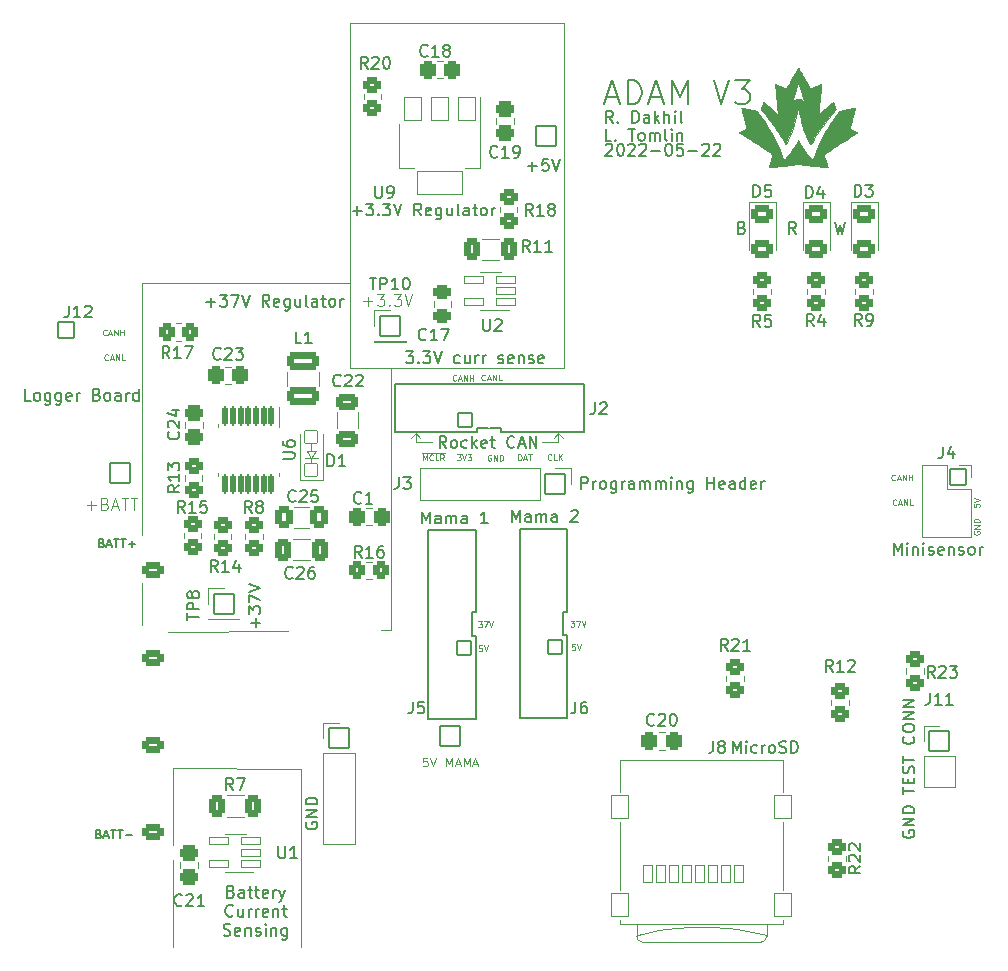
<source format=gto>
G04 #@! TF.GenerationSoftware,KiCad,Pcbnew,(6.0.1)*
G04 #@! TF.CreationDate,2022-05-22T14:08:20-04:00*
G04 #@! TF.ProjectId,payload2020_papa_board,7061796c-6f61-4643-9230-32305f706170,rev?*
G04 #@! TF.SameCoordinates,Original*
G04 #@! TF.FileFunction,Legend,Top*
G04 #@! TF.FilePolarity,Positive*
%FSLAX46Y46*%
G04 Gerber Fmt 4.6, Leading zero omitted, Abs format (unit mm)*
G04 Created by KiCad (PCBNEW (6.0.1)) date 2022-05-22 14:08:20*
%MOMM*%
%LPD*%
G01*
G04 APERTURE LIST*
G04 Aperture macros list*
%AMRoundRect*
0 Rectangle with rounded corners*
0 $1 Rounding radius*
0 $2 $3 $4 $5 $6 $7 $8 $9 X,Y pos of 4 corners*
0 Add a 4 corners polygon primitive as box body*
4,1,4,$2,$3,$4,$5,$6,$7,$8,$9,$2,$3,0*
0 Add four circle primitives for the rounded corners*
1,1,$1+$1,$2,$3*
1,1,$1+$1,$4,$5*
1,1,$1+$1,$6,$7*
1,1,$1+$1,$8,$9*
0 Add four rect primitives between the rounded corners*
20,1,$1+$1,$2,$3,$4,$5,0*
20,1,$1+$1,$4,$5,$6,$7,0*
20,1,$1+$1,$6,$7,$8,$9,0*
20,1,$1+$1,$8,$9,$2,$3,0*%
G04 Aperture macros list end*
%ADD10C,0.120000*%
%ADD11C,0.150000*%
%ADD12C,0.125000*%
%ADD13C,0.100000*%
%ADD14C,0.187500*%
%ADD15C,0.010000*%
%ADD16RoundRect,0.051000X-0.850000X0.850000X-0.850000X-0.850000X0.850000X-0.850000X0.850000X0.850000X0*%
%ADD17O,1.802000X1.802000*%
%ADD18C,2.302000*%
%ADD19RoundRect,0.051000X0.600000X-0.600000X0.600000X0.600000X-0.600000X0.600000X-0.600000X-0.600000X0*%
%ADD20C,1.302000*%
%ADD21RoundRect,0.301000X0.475000X-0.337500X0.475000X0.337500X-0.475000X0.337500X-0.475000X-0.337500X0*%
%ADD22RoundRect,0.051000X0.550000X-0.550000X0.550000X0.550000X-0.550000X0.550000X-0.550000X-0.550000X0*%
%ADD23RoundRect,0.301000X-1.075000X0.462500X-1.075000X-0.462500X1.075000X-0.462500X1.075000X0.462500X0*%
%ADD24RoundRect,0.300999X-0.450001X0.350001X-0.450001X-0.350001X0.450001X-0.350001X0.450001X0.350001X0*%
%ADD25RoundRect,0.300999X0.450001X-0.350001X0.450001X0.350001X-0.450001X0.350001X-0.450001X-0.350001X0*%
%ADD26R,3.100000X3.000000*%
%ADD27RoundRect,0.151000X-0.100000X0.687500X-0.100000X-0.687500X0.100000X-0.687500X0.100000X0.687500X0*%
%ADD28RoundRect,0.301000X-0.475000X0.337500X-0.475000X-0.337500X0.475000X-0.337500X0.475000X0.337500X0*%
%ADD29RoundRect,0.051000X0.780000X0.325000X-0.780000X0.325000X-0.780000X-0.325000X0.780000X-0.325000X0*%
%ADD30RoundRect,0.051000X-0.600000X-0.600000X0.600000X-0.600000X0.600000X0.600000X-0.600000X0.600000X0*%
%ADD31RoundRect,0.301000X0.337500X0.475000X-0.337500X0.475000X-0.337500X-0.475000X0.337500X-0.475000X0*%
%ADD32RoundRect,0.051000X-0.750000X1.000000X-0.750000X-1.000000X0.750000X-1.000000X0.750000X1.000000X0*%
%ADD33RoundRect,0.051000X-1.900000X1.000000X-1.900000X-1.000000X1.900000X-1.000000X1.900000X1.000000X0*%
%ADD34RoundRect,0.300999X-0.400001X-0.625001X0.400001X-0.625001X0.400001X0.625001X-0.400001X0.625001X0*%
%ADD35RoundRect,0.300997X0.412503X0.650003X-0.412503X0.650003X-0.412503X-0.650003X0.412503X-0.650003X0*%
%ADD36RoundRect,0.300997X-0.650003X0.412503X-0.650003X-0.412503X0.650003X-0.412503X0.650003X0.412503X0*%
%ADD37RoundRect,0.051000X-0.675000X-0.675000X0.675000X-0.675000X0.675000X0.675000X-0.675000X0.675000X0*%
%ADD38O,1.452000X1.452000*%
%ADD39RoundRect,0.301000X-0.625000X0.462500X-0.625000X-0.462500X0.625000X-0.462500X0.625000X0.462500X0*%
%ADD40RoundRect,0.301000X-0.450000X0.325000X-0.450000X-0.325000X0.450000X-0.325000X0.450000X0.325000X0*%
%ADD41RoundRect,0.301001X0.462499X0.624999X-0.462499X0.624999X-0.462499X-0.624999X0.462499X-0.624999X0*%
%ADD42RoundRect,0.301000X0.450000X-0.350000X0.450000X0.350000X-0.450000X0.350000X-0.450000X-0.350000X0*%
%ADD43RoundRect,0.301000X-0.350000X-0.450000X0.350000X-0.450000X0.350000X0.450000X-0.350000X0.450000X0*%
%ADD44RoundRect,0.301000X-0.450000X0.350000X-0.450000X-0.350000X0.450000X-0.350000X0.450000X0.350000X0*%
%ADD45C,0.902000*%
%ADD46C,7.102000*%
%ADD47RoundRect,0.051000X-0.850000X-0.850000X0.850000X-0.850000X0.850000X0.850000X-0.850000X0.850000X0*%
%ADD48RoundRect,0.301000X-0.337500X-0.475000X0.337500X-0.475000X0.337500X0.475000X-0.337500X0.475000X0*%
%ADD49RoundRect,0.051000X0.400000X0.750000X-0.400000X0.750000X-0.400000X-0.750000X0.400000X-0.750000X0*%
%ADD50RoundRect,0.051000X0.725000X1.000000X-0.725000X1.000000X-0.725000X-1.000000X0.725000X-1.000000X0*%
%ADD51C,1.602000*%
%ADD52RoundRect,0.051000X0.850000X0.850000X-0.850000X0.850000X-0.850000X-0.850000X0.850000X-0.850000X0*%
%ADD53RoundRect,0.301000X0.625000X-0.350000X0.625000X0.350000X-0.625000X0.350000X-0.625000X-0.350000X0*%
%ADD54O,1.852000X1.302000*%
%ADD55RoundRect,0.051000X0.675000X0.675000X-0.675000X0.675000X-0.675000X-0.675000X0.675000X-0.675000X0*%
G04 APERTURE END LIST*
D10*
X45364400Y-38831200D02*
X45745400Y-38450200D01*
X33680400Y-39212200D02*
X35077400Y-39212200D01*
X33299400Y-38831200D02*
X33680400Y-38450200D01*
X33680400Y-39212200D02*
X33680400Y-38450200D01*
X33680400Y-38450200D02*
X34061400Y-38831200D01*
X13103000Y-73321100D02*
X13103000Y-66804220D01*
X13100000Y-81940000D02*
X13103000Y-74553000D01*
X45745400Y-38450200D02*
X46126400Y-38831200D01*
X10464800Y-25674000D02*
X10464800Y-47060800D01*
X45745400Y-38450200D02*
X45364400Y-38831200D01*
X24838023Y-40497290D02*
X24436703Y-39908010D01*
X24838023Y-40512530D02*
X24838023Y-40903690D01*
X25239343Y-39902930D02*
X24838023Y-40497290D01*
X23921720Y-66829620D02*
X13103000Y-66804220D01*
X30734000Y-55087200D02*
X31546800Y-55087200D01*
X24838023Y-39369530D02*
X24838023Y-39897850D01*
X31546800Y-55087200D02*
X31546800Y-32938400D01*
X28092400Y-25674000D02*
X10464800Y-25674000D01*
X24436703Y-39908010D02*
X25229183Y-39908010D01*
X25386663Y-40502370D02*
X24294463Y-40502370D01*
X24294463Y-40502370D02*
X24848183Y-40497290D01*
X45745400Y-39212200D02*
X45745400Y-38450200D01*
X10464800Y-51074000D02*
X10464800Y-54680800D01*
X44348400Y-39212200D02*
X45745400Y-39212200D01*
X28074460Y-3718760D02*
X46210000Y-3718760D01*
X46210000Y-3718760D02*
X46210000Y-32898000D01*
X46210000Y-32898000D02*
X28074460Y-32898000D01*
X28074460Y-32898000D02*
X28074460Y-3718760D01*
X12700000Y-55239600D02*
X22860000Y-55188800D01*
X23920000Y-81930000D02*
X23921720Y-66829620D01*
D11*
X41815095Y-45938380D02*
X41815095Y-44938380D01*
X42148428Y-45652666D01*
X42481761Y-44938380D01*
X42481761Y-45938380D01*
X43386523Y-45938380D02*
X43386523Y-45414571D01*
X43338904Y-45319333D01*
X43243666Y-45271714D01*
X43053190Y-45271714D01*
X42957952Y-45319333D01*
X43386523Y-45890761D02*
X43291285Y-45938380D01*
X43053190Y-45938380D01*
X42957952Y-45890761D01*
X42910333Y-45795523D01*
X42910333Y-45700285D01*
X42957952Y-45605047D01*
X43053190Y-45557428D01*
X43291285Y-45557428D01*
X43386523Y-45509809D01*
X43862714Y-45938380D02*
X43862714Y-45271714D01*
X43862714Y-45366952D02*
X43910333Y-45319333D01*
X44005571Y-45271714D01*
X44148428Y-45271714D01*
X44243666Y-45319333D01*
X44291285Y-45414571D01*
X44291285Y-45938380D01*
X44291285Y-45414571D02*
X44338904Y-45319333D01*
X44434142Y-45271714D01*
X44577000Y-45271714D01*
X44672238Y-45319333D01*
X44719857Y-45414571D01*
X44719857Y-45938380D01*
X45624619Y-45938380D02*
X45624619Y-45414571D01*
X45577000Y-45319333D01*
X45481761Y-45271714D01*
X45291285Y-45271714D01*
X45196047Y-45319333D01*
X45624619Y-45890761D02*
X45529380Y-45938380D01*
X45291285Y-45938380D01*
X45196047Y-45890761D01*
X45148428Y-45795523D01*
X45148428Y-45700285D01*
X45196047Y-45605047D01*
X45291285Y-45557428D01*
X45529380Y-45557428D01*
X45624619Y-45509809D01*
X46815095Y-45033619D02*
X46862714Y-44986000D01*
X46957952Y-44938380D01*
X47196047Y-44938380D01*
X47291285Y-44986000D01*
X47338904Y-45033619D01*
X47386523Y-45128857D01*
X47386523Y-45224095D01*
X47338904Y-45366952D01*
X46767476Y-45938380D01*
X47386523Y-45938380D01*
X47681523Y-43144380D02*
X47681523Y-42144380D01*
X48062476Y-42144380D01*
X48157714Y-42192000D01*
X48205333Y-42239619D01*
X48252952Y-42334857D01*
X48252952Y-42477714D01*
X48205333Y-42572952D01*
X48157714Y-42620571D01*
X48062476Y-42668190D01*
X47681523Y-42668190D01*
X48681523Y-43144380D02*
X48681523Y-42477714D01*
X48681523Y-42668190D02*
X48729142Y-42572952D01*
X48776761Y-42525333D01*
X48871999Y-42477714D01*
X48967238Y-42477714D01*
X49443428Y-43144380D02*
X49348190Y-43096761D01*
X49300571Y-43049142D01*
X49252952Y-42953904D01*
X49252952Y-42668190D01*
X49300571Y-42572952D01*
X49348190Y-42525333D01*
X49443428Y-42477714D01*
X49586285Y-42477714D01*
X49681523Y-42525333D01*
X49729142Y-42572952D01*
X49776761Y-42668190D01*
X49776761Y-42953904D01*
X49729142Y-43049142D01*
X49681523Y-43096761D01*
X49586285Y-43144380D01*
X49443428Y-43144380D01*
X50633904Y-42477714D02*
X50633904Y-43287238D01*
X50586285Y-43382476D01*
X50538666Y-43430095D01*
X50443428Y-43477714D01*
X50300571Y-43477714D01*
X50205333Y-43430095D01*
X50633904Y-43096761D02*
X50538666Y-43144380D01*
X50348190Y-43144380D01*
X50252952Y-43096761D01*
X50205333Y-43049142D01*
X50157714Y-42953904D01*
X50157714Y-42668190D01*
X50205333Y-42572952D01*
X50252952Y-42525333D01*
X50348190Y-42477714D01*
X50538666Y-42477714D01*
X50633904Y-42525333D01*
X51110095Y-43144380D02*
X51110095Y-42477714D01*
X51110095Y-42668190D02*
X51157714Y-42572952D01*
X51205333Y-42525333D01*
X51300571Y-42477714D01*
X51395809Y-42477714D01*
X52157714Y-43144380D02*
X52157714Y-42620571D01*
X52110095Y-42525333D01*
X52014857Y-42477714D01*
X51824380Y-42477714D01*
X51729142Y-42525333D01*
X52157714Y-43096761D02*
X52062476Y-43144380D01*
X51824380Y-43144380D01*
X51729142Y-43096761D01*
X51681523Y-43001523D01*
X51681523Y-42906285D01*
X51729142Y-42811047D01*
X51824380Y-42763428D01*
X52062476Y-42763428D01*
X52157714Y-42715809D01*
X52633904Y-43144380D02*
X52633904Y-42477714D01*
X52633904Y-42572952D02*
X52681523Y-42525333D01*
X52776761Y-42477714D01*
X52919619Y-42477714D01*
X53014857Y-42525333D01*
X53062476Y-42620571D01*
X53062476Y-43144380D01*
X53062476Y-42620571D02*
X53110095Y-42525333D01*
X53205333Y-42477714D01*
X53348190Y-42477714D01*
X53443428Y-42525333D01*
X53491047Y-42620571D01*
X53491047Y-43144380D01*
X53967238Y-43144380D02*
X53967238Y-42477714D01*
X53967238Y-42572952D02*
X54014857Y-42525333D01*
X54110095Y-42477714D01*
X54252952Y-42477714D01*
X54348190Y-42525333D01*
X54395809Y-42620571D01*
X54395809Y-43144380D01*
X54395809Y-42620571D02*
X54443428Y-42525333D01*
X54538666Y-42477714D01*
X54681523Y-42477714D01*
X54776761Y-42525333D01*
X54824380Y-42620571D01*
X54824380Y-43144380D01*
X55300571Y-43144380D02*
X55300571Y-42477714D01*
X55300571Y-42144380D02*
X55252952Y-42192000D01*
X55300571Y-42239619D01*
X55348190Y-42192000D01*
X55300571Y-42144380D01*
X55300571Y-42239619D01*
X55776761Y-42477714D02*
X55776761Y-43144380D01*
X55776761Y-42572952D02*
X55824380Y-42525333D01*
X55919619Y-42477714D01*
X56062476Y-42477714D01*
X56157714Y-42525333D01*
X56205333Y-42620571D01*
X56205333Y-43144380D01*
X57110095Y-42477714D02*
X57110095Y-43287238D01*
X57062476Y-43382476D01*
X57014857Y-43430095D01*
X56919619Y-43477714D01*
X56776761Y-43477714D01*
X56681523Y-43430095D01*
X57110095Y-43096761D02*
X57014857Y-43144380D01*
X56824380Y-43144380D01*
X56729142Y-43096761D01*
X56681523Y-43049142D01*
X56633904Y-42953904D01*
X56633904Y-42668190D01*
X56681523Y-42572952D01*
X56729142Y-42525333D01*
X56824380Y-42477714D01*
X57014857Y-42477714D01*
X57110095Y-42525333D01*
X58348190Y-43144380D02*
X58348190Y-42144380D01*
X58348190Y-42620571D02*
X58919619Y-42620571D01*
X58919619Y-43144380D02*
X58919619Y-42144380D01*
X59776761Y-43096761D02*
X59681523Y-43144380D01*
X59491047Y-43144380D01*
X59395809Y-43096761D01*
X59348190Y-43001523D01*
X59348190Y-42620571D01*
X59395809Y-42525333D01*
X59491047Y-42477714D01*
X59681523Y-42477714D01*
X59776761Y-42525333D01*
X59824380Y-42620571D01*
X59824380Y-42715809D01*
X59348190Y-42811047D01*
X60681523Y-43144380D02*
X60681523Y-42620571D01*
X60633904Y-42525333D01*
X60538666Y-42477714D01*
X60348190Y-42477714D01*
X60252952Y-42525333D01*
X60681523Y-43096761D02*
X60586285Y-43144380D01*
X60348190Y-43144380D01*
X60252952Y-43096761D01*
X60205333Y-43001523D01*
X60205333Y-42906285D01*
X60252952Y-42811047D01*
X60348190Y-42763428D01*
X60586285Y-42763428D01*
X60681523Y-42715809D01*
X61586285Y-43144380D02*
X61586285Y-42144380D01*
X61586285Y-43096761D02*
X61491047Y-43144380D01*
X61300571Y-43144380D01*
X61205333Y-43096761D01*
X61157714Y-43049142D01*
X61110095Y-42953904D01*
X61110095Y-42668190D01*
X61157714Y-42572952D01*
X61205333Y-42525333D01*
X61300571Y-42477714D01*
X61491047Y-42477714D01*
X61586285Y-42525333D01*
X62443428Y-43096761D02*
X62348190Y-43144380D01*
X62157714Y-43144380D01*
X62062476Y-43096761D01*
X62014857Y-43001523D01*
X62014857Y-42620571D01*
X62062476Y-42525333D01*
X62157714Y-42477714D01*
X62348190Y-42477714D01*
X62443428Y-42525333D01*
X62491047Y-42620571D01*
X62491047Y-42715809D01*
X62014857Y-42811047D01*
X62919619Y-43144380D02*
X62919619Y-42477714D01*
X62919619Y-42668190D02*
X62967238Y-42572952D01*
X63014857Y-42525333D01*
X63110095Y-42477714D01*
X63205333Y-42477714D01*
X15940167Y-27325158D02*
X16702072Y-27325158D01*
X16321120Y-27706110D02*
X16321120Y-26944206D01*
X17083024Y-26706110D02*
X17702072Y-26706110D01*
X17368739Y-27087063D01*
X17511596Y-27087063D01*
X17606834Y-27134682D01*
X17654453Y-27182301D01*
X17702072Y-27277539D01*
X17702072Y-27515634D01*
X17654453Y-27610872D01*
X17606834Y-27658491D01*
X17511596Y-27706110D01*
X17225882Y-27706110D01*
X17130643Y-27658491D01*
X17083024Y-27610872D01*
X18035405Y-26706110D02*
X18702072Y-26706110D01*
X18273501Y-27706110D01*
X18940167Y-26706110D02*
X19273501Y-27706110D01*
X19606834Y-26706110D01*
X21273501Y-27706110D02*
X20940167Y-27229920D01*
X20702072Y-27706110D02*
X20702072Y-26706110D01*
X21083024Y-26706110D01*
X21178263Y-26753730D01*
X21225882Y-26801349D01*
X21273501Y-26896587D01*
X21273501Y-27039444D01*
X21225882Y-27134682D01*
X21178263Y-27182301D01*
X21083024Y-27229920D01*
X20702072Y-27229920D01*
X22083024Y-27658491D02*
X21987786Y-27706110D01*
X21797310Y-27706110D01*
X21702072Y-27658491D01*
X21654453Y-27563253D01*
X21654453Y-27182301D01*
X21702072Y-27087063D01*
X21797310Y-27039444D01*
X21987786Y-27039444D01*
X22083024Y-27087063D01*
X22130643Y-27182301D01*
X22130643Y-27277539D01*
X21654453Y-27372777D01*
X22987786Y-27039444D02*
X22987786Y-27848968D01*
X22940167Y-27944206D01*
X22892548Y-27991825D01*
X22797310Y-28039444D01*
X22654453Y-28039444D01*
X22559215Y-27991825D01*
X22987786Y-27658491D02*
X22892548Y-27706110D01*
X22702072Y-27706110D01*
X22606834Y-27658491D01*
X22559215Y-27610872D01*
X22511596Y-27515634D01*
X22511596Y-27229920D01*
X22559215Y-27134682D01*
X22606834Y-27087063D01*
X22702072Y-27039444D01*
X22892548Y-27039444D01*
X22987786Y-27087063D01*
X23892548Y-27039444D02*
X23892548Y-27706110D01*
X23463977Y-27039444D02*
X23463977Y-27563253D01*
X23511596Y-27658491D01*
X23606834Y-27706110D01*
X23749691Y-27706110D01*
X23844929Y-27658491D01*
X23892548Y-27610872D01*
X24511596Y-27706110D02*
X24416358Y-27658491D01*
X24368739Y-27563253D01*
X24368739Y-26706110D01*
X25321120Y-27706110D02*
X25321120Y-27182301D01*
X25273501Y-27087063D01*
X25178263Y-27039444D01*
X24987786Y-27039444D01*
X24892548Y-27087063D01*
X25321120Y-27658491D02*
X25225882Y-27706110D01*
X24987786Y-27706110D01*
X24892548Y-27658491D01*
X24844929Y-27563253D01*
X24844929Y-27468015D01*
X24892548Y-27372777D01*
X24987786Y-27325158D01*
X25225882Y-27325158D01*
X25321120Y-27277539D01*
X25654453Y-27039444D02*
X26035405Y-27039444D01*
X25797310Y-26706110D02*
X25797310Y-27563253D01*
X25844929Y-27658491D01*
X25940167Y-27706110D01*
X26035405Y-27706110D01*
X26511596Y-27706110D02*
X26416358Y-27658491D01*
X26368739Y-27610872D01*
X26321120Y-27515634D01*
X26321120Y-27229920D01*
X26368739Y-27134682D01*
X26416358Y-27087063D01*
X26511596Y-27039444D01*
X26654453Y-27039444D01*
X26749691Y-27087063D01*
X26797310Y-27134682D01*
X26844929Y-27229920D01*
X26844929Y-27515634D01*
X26797310Y-27610872D01*
X26749691Y-27658491D01*
X26654453Y-27706110D01*
X26511596Y-27706110D01*
X27273501Y-27706110D02*
X27273501Y-27039444D01*
X27273501Y-27229920D02*
X27321120Y-27134682D01*
X27368739Y-27087063D01*
X27463977Y-27039444D01*
X27559215Y-27039444D01*
X28313809Y-19606428D02*
X29075714Y-19606428D01*
X28694761Y-19987380D02*
X28694761Y-19225476D01*
X29456666Y-18987380D02*
X30075714Y-18987380D01*
X29742380Y-19368333D01*
X29885238Y-19368333D01*
X29980476Y-19415952D01*
X30028095Y-19463571D01*
X30075714Y-19558809D01*
X30075714Y-19796904D01*
X30028095Y-19892142D01*
X29980476Y-19939761D01*
X29885238Y-19987380D01*
X29599523Y-19987380D01*
X29504285Y-19939761D01*
X29456666Y-19892142D01*
X30504285Y-19892142D02*
X30551904Y-19939761D01*
X30504285Y-19987380D01*
X30456666Y-19939761D01*
X30504285Y-19892142D01*
X30504285Y-19987380D01*
X30885238Y-18987380D02*
X31504285Y-18987380D01*
X31170952Y-19368333D01*
X31313809Y-19368333D01*
X31409047Y-19415952D01*
X31456666Y-19463571D01*
X31504285Y-19558809D01*
X31504285Y-19796904D01*
X31456666Y-19892142D01*
X31409047Y-19939761D01*
X31313809Y-19987380D01*
X31028095Y-19987380D01*
X30932857Y-19939761D01*
X30885238Y-19892142D01*
X31789999Y-18987380D02*
X32123333Y-19987380D01*
X32456666Y-18987380D01*
X34123333Y-19987380D02*
X33790000Y-19511190D01*
X33551904Y-19987380D02*
X33551904Y-18987380D01*
X33932857Y-18987380D01*
X34028095Y-19035000D01*
X34075714Y-19082619D01*
X34123333Y-19177857D01*
X34123333Y-19320714D01*
X34075714Y-19415952D01*
X34028095Y-19463571D01*
X33932857Y-19511190D01*
X33551904Y-19511190D01*
X34932857Y-19939761D02*
X34837619Y-19987380D01*
X34647142Y-19987380D01*
X34551904Y-19939761D01*
X34504285Y-19844523D01*
X34504285Y-19463571D01*
X34551904Y-19368333D01*
X34647142Y-19320714D01*
X34837619Y-19320714D01*
X34932857Y-19368333D01*
X34980476Y-19463571D01*
X34980476Y-19558809D01*
X34504285Y-19654047D01*
X35837619Y-19320714D02*
X35837619Y-20130238D01*
X35790000Y-20225476D01*
X35742380Y-20273095D01*
X35647142Y-20320714D01*
X35504285Y-20320714D01*
X35409047Y-20273095D01*
X35837619Y-19939761D02*
X35742380Y-19987380D01*
X35551904Y-19987380D01*
X35456666Y-19939761D01*
X35409047Y-19892142D01*
X35361428Y-19796904D01*
X35361428Y-19511190D01*
X35409047Y-19415952D01*
X35456666Y-19368333D01*
X35551904Y-19320714D01*
X35742380Y-19320714D01*
X35837619Y-19368333D01*
X36742380Y-19320714D02*
X36742380Y-19987380D01*
X36313809Y-19320714D02*
X36313809Y-19844523D01*
X36361428Y-19939761D01*
X36456666Y-19987380D01*
X36599523Y-19987380D01*
X36694761Y-19939761D01*
X36742380Y-19892142D01*
X37361428Y-19987380D02*
X37266190Y-19939761D01*
X37218571Y-19844523D01*
X37218571Y-18987380D01*
X38170952Y-19987380D02*
X38170952Y-19463571D01*
X38123333Y-19368333D01*
X38028095Y-19320714D01*
X37837619Y-19320714D01*
X37742380Y-19368333D01*
X38170952Y-19939761D02*
X38075714Y-19987380D01*
X37837619Y-19987380D01*
X37742380Y-19939761D01*
X37694761Y-19844523D01*
X37694761Y-19749285D01*
X37742380Y-19654047D01*
X37837619Y-19606428D01*
X38075714Y-19606428D01*
X38170952Y-19558809D01*
X38504285Y-19320714D02*
X38885238Y-19320714D01*
X38647142Y-18987380D02*
X38647142Y-19844523D01*
X38694761Y-19939761D01*
X38790000Y-19987380D01*
X38885238Y-19987380D01*
X39361428Y-19987380D02*
X39266190Y-19939761D01*
X39218571Y-19892142D01*
X39170952Y-19796904D01*
X39170952Y-19511190D01*
X39218571Y-19415952D01*
X39266190Y-19368333D01*
X39361428Y-19320714D01*
X39504285Y-19320714D01*
X39599523Y-19368333D01*
X39647142Y-19415952D01*
X39694761Y-19511190D01*
X39694761Y-19796904D01*
X39647142Y-19892142D01*
X39599523Y-19939761D01*
X39504285Y-19987380D01*
X39361428Y-19987380D01*
X40123333Y-19987380D02*
X40123333Y-19320714D01*
X40123333Y-19511190D02*
X40170952Y-19415952D01*
X40218571Y-19368333D01*
X40313809Y-19320714D01*
X40409047Y-19320714D01*
X50339952Y-12136380D02*
X50006619Y-11660190D01*
X49768523Y-12136380D02*
X49768523Y-11136380D01*
X50149476Y-11136380D01*
X50244714Y-11184000D01*
X50292333Y-11231619D01*
X50339952Y-11326857D01*
X50339952Y-11469714D01*
X50292333Y-11564952D01*
X50244714Y-11612571D01*
X50149476Y-11660190D01*
X49768523Y-11660190D01*
X50768523Y-12041142D02*
X50816142Y-12088761D01*
X50768523Y-12136380D01*
X50720904Y-12088761D01*
X50768523Y-12041142D01*
X50768523Y-12136380D01*
X52006619Y-12136380D02*
X52006619Y-11136380D01*
X52244714Y-11136380D01*
X52387571Y-11184000D01*
X52482809Y-11279238D01*
X52530428Y-11374476D01*
X52578047Y-11564952D01*
X52578047Y-11707809D01*
X52530428Y-11898285D01*
X52482809Y-11993523D01*
X52387571Y-12088761D01*
X52244714Y-12136380D01*
X52006619Y-12136380D01*
X53435190Y-12136380D02*
X53435190Y-11612571D01*
X53387571Y-11517333D01*
X53292333Y-11469714D01*
X53101857Y-11469714D01*
X53006619Y-11517333D01*
X53435190Y-12088761D02*
X53339952Y-12136380D01*
X53101857Y-12136380D01*
X53006619Y-12088761D01*
X52959000Y-11993523D01*
X52959000Y-11898285D01*
X53006619Y-11803047D01*
X53101857Y-11755428D01*
X53339952Y-11755428D01*
X53435190Y-11707809D01*
X53911380Y-12136380D02*
X53911380Y-11136380D01*
X54006619Y-11755428D02*
X54292333Y-12136380D01*
X54292333Y-11469714D02*
X53911380Y-11850666D01*
X54720904Y-12136380D02*
X54720904Y-11136380D01*
X55149476Y-12136380D02*
X55149476Y-11612571D01*
X55101857Y-11517333D01*
X55006619Y-11469714D01*
X54863761Y-11469714D01*
X54768523Y-11517333D01*
X54720904Y-11564952D01*
X55625666Y-12136380D02*
X55625666Y-11469714D01*
X55625666Y-11136380D02*
X55578047Y-11184000D01*
X55625666Y-11231619D01*
X55673285Y-11184000D01*
X55625666Y-11136380D01*
X55625666Y-11231619D01*
X56244714Y-12136380D02*
X56149476Y-12088761D01*
X56101857Y-11993523D01*
X56101857Y-11136380D01*
X49832380Y-9985333D02*
X50784761Y-9985333D01*
X49641904Y-10556761D02*
X50308571Y-8556761D01*
X50975238Y-10556761D01*
X51641904Y-10556761D02*
X51641904Y-8556761D01*
X52118095Y-8556761D01*
X52403809Y-8652000D01*
X52594285Y-8842476D01*
X52689523Y-9032952D01*
X52784761Y-9413904D01*
X52784761Y-9699619D01*
X52689523Y-10080571D01*
X52594285Y-10271047D01*
X52403809Y-10461523D01*
X52118095Y-10556761D01*
X51641904Y-10556761D01*
X53546666Y-9985333D02*
X54499047Y-9985333D01*
X53356190Y-10556761D02*
X54022857Y-8556761D01*
X54689523Y-10556761D01*
X55356190Y-10556761D02*
X55356190Y-8556761D01*
X56022857Y-9985333D01*
X56689523Y-8556761D01*
X56689523Y-10556761D01*
X58880000Y-8556761D02*
X59546666Y-10556761D01*
X60213333Y-8556761D01*
X60689523Y-8556761D02*
X61927619Y-8556761D01*
X61260952Y-9318666D01*
X61546666Y-9318666D01*
X61737142Y-9413904D01*
X61832380Y-9509142D01*
X61927619Y-9699619D01*
X61927619Y-10175809D01*
X61832380Y-10366285D01*
X61737142Y-10461523D01*
X61546666Y-10556761D01*
X60975238Y-10556761D01*
X60784761Y-10461523D01*
X60689523Y-10366285D01*
X49752857Y-14025619D02*
X49800476Y-13978000D01*
X49895714Y-13930380D01*
X50133809Y-13930380D01*
X50229047Y-13978000D01*
X50276666Y-14025619D01*
X50324285Y-14120857D01*
X50324285Y-14216095D01*
X50276666Y-14358952D01*
X49705238Y-14930380D01*
X50324285Y-14930380D01*
X50943333Y-13930380D02*
X51038571Y-13930380D01*
X51133809Y-13978000D01*
X51181428Y-14025619D01*
X51229047Y-14120857D01*
X51276666Y-14311333D01*
X51276666Y-14549428D01*
X51229047Y-14739904D01*
X51181428Y-14835142D01*
X51133809Y-14882761D01*
X51038571Y-14930380D01*
X50943333Y-14930380D01*
X50848095Y-14882761D01*
X50800476Y-14835142D01*
X50752857Y-14739904D01*
X50705238Y-14549428D01*
X50705238Y-14311333D01*
X50752857Y-14120857D01*
X50800476Y-14025619D01*
X50848095Y-13978000D01*
X50943333Y-13930380D01*
X51657619Y-14025619D02*
X51705238Y-13978000D01*
X51800476Y-13930380D01*
X52038571Y-13930380D01*
X52133809Y-13978000D01*
X52181428Y-14025619D01*
X52229047Y-14120857D01*
X52229047Y-14216095D01*
X52181428Y-14358952D01*
X51610000Y-14930380D01*
X52229047Y-14930380D01*
X52610000Y-14025619D02*
X52657619Y-13978000D01*
X52752857Y-13930380D01*
X52990952Y-13930380D01*
X53086190Y-13978000D01*
X53133809Y-14025619D01*
X53181428Y-14120857D01*
X53181428Y-14216095D01*
X53133809Y-14358952D01*
X52562380Y-14930380D01*
X53181428Y-14930380D01*
X53610000Y-14549428D02*
X54371904Y-14549428D01*
X55038571Y-13930380D02*
X55133809Y-13930380D01*
X55229047Y-13978000D01*
X55276666Y-14025619D01*
X55324285Y-14120857D01*
X55371904Y-14311333D01*
X55371904Y-14549428D01*
X55324285Y-14739904D01*
X55276666Y-14835142D01*
X55229047Y-14882761D01*
X55133809Y-14930380D01*
X55038571Y-14930380D01*
X54943333Y-14882761D01*
X54895714Y-14835142D01*
X54848095Y-14739904D01*
X54800476Y-14549428D01*
X54800476Y-14311333D01*
X54848095Y-14120857D01*
X54895714Y-14025619D01*
X54943333Y-13978000D01*
X55038571Y-13930380D01*
X56276666Y-13930380D02*
X55800476Y-13930380D01*
X55752857Y-14406571D01*
X55800476Y-14358952D01*
X55895714Y-14311333D01*
X56133809Y-14311333D01*
X56229047Y-14358952D01*
X56276666Y-14406571D01*
X56324285Y-14501809D01*
X56324285Y-14739904D01*
X56276666Y-14835142D01*
X56229047Y-14882761D01*
X56133809Y-14930380D01*
X55895714Y-14930380D01*
X55800476Y-14882761D01*
X55752857Y-14835142D01*
X56752857Y-14549428D02*
X57514761Y-14549428D01*
X57943333Y-14025619D02*
X57990952Y-13978000D01*
X58086190Y-13930380D01*
X58324285Y-13930380D01*
X58419523Y-13978000D01*
X58467142Y-14025619D01*
X58514761Y-14120857D01*
X58514761Y-14216095D01*
X58467142Y-14358952D01*
X57895714Y-14930380D01*
X58514761Y-14930380D01*
X58895714Y-14025619D02*
X58943333Y-13978000D01*
X59038571Y-13930380D01*
X59276666Y-13930380D01*
X59371904Y-13978000D01*
X59419523Y-14025619D01*
X59467142Y-14120857D01*
X59467142Y-14216095D01*
X59419523Y-14358952D01*
X58848095Y-14930380D01*
X59467142Y-14930380D01*
D12*
X46777352Y-54305390D02*
X47086876Y-54305390D01*
X46920209Y-54495866D01*
X46991638Y-54495866D01*
X47039257Y-54519676D01*
X47063066Y-54543485D01*
X47086876Y-54591104D01*
X47086876Y-54710152D01*
X47063066Y-54757771D01*
X47039257Y-54781580D01*
X46991638Y-54805390D01*
X46848780Y-54805390D01*
X46801161Y-54781580D01*
X46777352Y-54757771D01*
X47253542Y-54305390D02*
X47586876Y-54305390D01*
X47372590Y-54805390D01*
X47705923Y-54305390D02*
X47872590Y-54805390D01*
X48039257Y-54305390D01*
X38954152Y-54356190D02*
X39263676Y-54356190D01*
X39097009Y-54546666D01*
X39168438Y-54546666D01*
X39216057Y-54570476D01*
X39239866Y-54594285D01*
X39263676Y-54641904D01*
X39263676Y-54760952D01*
X39239866Y-54808571D01*
X39216057Y-54832380D01*
X39168438Y-54856190D01*
X39025580Y-54856190D01*
X38977961Y-54832380D01*
X38954152Y-54808571D01*
X39430342Y-54356190D02*
X39763676Y-54356190D01*
X39549390Y-54856190D01*
X39882723Y-54356190D02*
X40049390Y-54856190D01*
X40216057Y-54356190D01*
X39274761Y-56388190D02*
X39036666Y-56388190D01*
X39012857Y-56626285D01*
X39036666Y-56602476D01*
X39084285Y-56578666D01*
X39203333Y-56578666D01*
X39250952Y-56602476D01*
X39274761Y-56626285D01*
X39298571Y-56673904D01*
X39298571Y-56792952D01*
X39274761Y-56840571D01*
X39250952Y-56864380D01*
X39203333Y-56888190D01*
X39084285Y-56888190D01*
X39036666Y-56864380D01*
X39012857Y-56840571D01*
X39441428Y-56388190D02*
X39608095Y-56888190D01*
X39774761Y-56388190D01*
X37089946Y-33929771D02*
X37066137Y-33953580D01*
X36994708Y-33977390D01*
X36947089Y-33977390D01*
X36875660Y-33953580D01*
X36828041Y-33905961D01*
X36804232Y-33858342D01*
X36780422Y-33763104D01*
X36780422Y-33691676D01*
X36804232Y-33596438D01*
X36828041Y-33548819D01*
X36875660Y-33501200D01*
X36947089Y-33477390D01*
X36994708Y-33477390D01*
X37066137Y-33501200D01*
X37089946Y-33525009D01*
X37280422Y-33834533D02*
X37518518Y-33834533D01*
X37232803Y-33977390D02*
X37399470Y-33477390D01*
X37566137Y-33977390D01*
X37732803Y-33977390D02*
X37732803Y-33477390D01*
X38018518Y-33977390D01*
X38018518Y-33477390D01*
X38256613Y-33977390D02*
X38256613Y-33477390D01*
X38256613Y-33715485D02*
X38542327Y-33715485D01*
X38542327Y-33977390D02*
X38542327Y-33477390D01*
X39537070Y-33914531D02*
X39513260Y-33938340D01*
X39441832Y-33962150D01*
X39394213Y-33962150D01*
X39322784Y-33938340D01*
X39275165Y-33890721D01*
X39251356Y-33843102D01*
X39227546Y-33747864D01*
X39227546Y-33676436D01*
X39251356Y-33581198D01*
X39275165Y-33533579D01*
X39322784Y-33485960D01*
X39394213Y-33462150D01*
X39441832Y-33462150D01*
X39513260Y-33485960D01*
X39537070Y-33509769D01*
X39727546Y-33819293D02*
X39965641Y-33819293D01*
X39679927Y-33962150D02*
X39846594Y-33462150D01*
X40013260Y-33962150D01*
X40179927Y-33962150D02*
X40179927Y-33462150D01*
X40465641Y-33962150D01*
X40465641Y-33462150D01*
X40941832Y-33962150D02*
X40703737Y-33962150D01*
X40703737Y-33462150D01*
X34161904Y-40085000D02*
X34733333Y-40085000D01*
X34280952Y-40726190D02*
X34280952Y-40226190D01*
X34447619Y-40583333D01*
X34614285Y-40226190D01*
X34614285Y-40726190D01*
X34733333Y-40085000D02*
X35233333Y-40085000D01*
X35138095Y-40678571D02*
X35114285Y-40702380D01*
X35042857Y-40726190D01*
X34995238Y-40726190D01*
X34923809Y-40702380D01*
X34876190Y-40654761D01*
X34852380Y-40607142D01*
X34828571Y-40511904D01*
X34828571Y-40440476D01*
X34852380Y-40345238D01*
X34876190Y-40297619D01*
X34923809Y-40250000D01*
X34995238Y-40226190D01*
X35042857Y-40226190D01*
X35114285Y-40250000D01*
X35138095Y-40273809D01*
X35233333Y-40085000D02*
X35638095Y-40085000D01*
X35590476Y-40726190D02*
X35352380Y-40726190D01*
X35352380Y-40226190D01*
X35638095Y-40085000D02*
X36138095Y-40085000D01*
X36042857Y-40726190D02*
X35876190Y-40488095D01*
X35757142Y-40726190D02*
X35757142Y-40226190D01*
X35947619Y-40226190D01*
X35995238Y-40250000D01*
X36019047Y-40273809D01*
X36042857Y-40321428D01*
X36042857Y-40392857D01*
X36019047Y-40440476D01*
X35995238Y-40464285D01*
X35947619Y-40488095D01*
X35757142Y-40488095D01*
X37155952Y-40226190D02*
X37465476Y-40226190D01*
X37298809Y-40416666D01*
X37370238Y-40416666D01*
X37417857Y-40440476D01*
X37441666Y-40464285D01*
X37465476Y-40511904D01*
X37465476Y-40630952D01*
X37441666Y-40678571D01*
X37417857Y-40702380D01*
X37370238Y-40726190D01*
X37227380Y-40726190D01*
X37179761Y-40702380D01*
X37155952Y-40678571D01*
X37608333Y-40226190D02*
X37775000Y-40726190D01*
X37941666Y-40226190D01*
X38060714Y-40226190D02*
X38370238Y-40226190D01*
X38203571Y-40416666D01*
X38275000Y-40416666D01*
X38322619Y-40440476D01*
X38346428Y-40464285D01*
X38370238Y-40511904D01*
X38370238Y-40630952D01*
X38346428Y-40678571D01*
X38322619Y-40702380D01*
X38275000Y-40726190D01*
X38132142Y-40726190D01*
X38084523Y-40702380D01*
X38060714Y-40678571D01*
X40030447Y-40275000D02*
X39982828Y-40251190D01*
X39911400Y-40251190D01*
X39839971Y-40275000D01*
X39792352Y-40322619D01*
X39768542Y-40370238D01*
X39744733Y-40465476D01*
X39744733Y-40536904D01*
X39768542Y-40632142D01*
X39792352Y-40679761D01*
X39839971Y-40727380D01*
X39911400Y-40751190D01*
X39959019Y-40751190D01*
X40030447Y-40727380D01*
X40054257Y-40703571D01*
X40054257Y-40536904D01*
X39959019Y-40536904D01*
X40268542Y-40751190D02*
X40268542Y-40251190D01*
X40554257Y-40751190D01*
X40554257Y-40251190D01*
X40792352Y-40751190D02*
X40792352Y-40251190D01*
X40911400Y-40251190D01*
X40982828Y-40275000D01*
X41030447Y-40322619D01*
X41054257Y-40370238D01*
X41078066Y-40465476D01*
X41078066Y-40536904D01*
X41054257Y-40632142D01*
X41030447Y-40679761D01*
X40982828Y-40727380D01*
X40911400Y-40751190D01*
X40792352Y-40751190D01*
X42354725Y-40726190D02*
X42354725Y-40226190D01*
X42473773Y-40226190D01*
X42545201Y-40250000D01*
X42592820Y-40297619D01*
X42616630Y-40345238D01*
X42640440Y-40440476D01*
X42640440Y-40511904D01*
X42616630Y-40607142D01*
X42592820Y-40654761D01*
X42545201Y-40702380D01*
X42473773Y-40726190D01*
X42354725Y-40726190D01*
X42830916Y-40583333D02*
X43069011Y-40583333D01*
X42783297Y-40726190D02*
X42949963Y-40226190D01*
X43116630Y-40726190D01*
X43211868Y-40226190D02*
X43497582Y-40226190D01*
X43354725Y-40726190D02*
X43354725Y-40226190D01*
X45152380Y-40653571D02*
X45128571Y-40677380D01*
X45057142Y-40701190D01*
X45009523Y-40701190D01*
X44938095Y-40677380D01*
X44890476Y-40629761D01*
X44866666Y-40582142D01*
X44842857Y-40486904D01*
X44842857Y-40415476D01*
X44866666Y-40320238D01*
X44890476Y-40272619D01*
X44938095Y-40225000D01*
X45009523Y-40201190D01*
X45057142Y-40201190D01*
X45128571Y-40225000D01*
X45152380Y-40248809D01*
X45604761Y-40701190D02*
X45366666Y-40701190D01*
X45366666Y-40201190D01*
X45771428Y-40701190D02*
X45771428Y-40201190D01*
X46057142Y-40701190D02*
X45842857Y-40415476D01*
X46057142Y-40201190D02*
X45771428Y-40486904D01*
X80901190Y-44422238D02*
X80901190Y-44660333D01*
X81139285Y-44684142D01*
X81115476Y-44660333D01*
X81091666Y-44612714D01*
X81091666Y-44493666D01*
X81115476Y-44446047D01*
X81139285Y-44422238D01*
X81186904Y-44398428D01*
X81305952Y-44398428D01*
X81353571Y-44422238D01*
X81377380Y-44446047D01*
X81401190Y-44493666D01*
X81401190Y-44612714D01*
X81377380Y-44660333D01*
X81353571Y-44684142D01*
X80901190Y-44255571D02*
X81401190Y-44088904D01*
X80901190Y-43922238D01*
X74241666Y-42378571D02*
X74217857Y-42402380D01*
X74146428Y-42426190D01*
X74098809Y-42426190D01*
X74027380Y-42402380D01*
X73979761Y-42354761D01*
X73955952Y-42307142D01*
X73932142Y-42211904D01*
X73932142Y-42140476D01*
X73955952Y-42045238D01*
X73979761Y-41997619D01*
X74027380Y-41950000D01*
X74098809Y-41926190D01*
X74146428Y-41926190D01*
X74217857Y-41950000D01*
X74241666Y-41973809D01*
X74432142Y-42283333D02*
X74670238Y-42283333D01*
X74384523Y-42426190D02*
X74551190Y-41926190D01*
X74717857Y-42426190D01*
X74884523Y-42426190D02*
X74884523Y-41926190D01*
X75170238Y-42426190D01*
X75170238Y-41926190D01*
X75408333Y-42426190D02*
X75408333Y-41926190D01*
X75408333Y-42164285D02*
X75694047Y-42164285D01*
X75694047Y-42426190D02*
X75694047Y-41926190D01*
X74351190Y-44478571D02*
X74327380Y-44502380D01*
X74255952Y-44526190D01*
X74208333Y-44526190D01*
X74136904Y-44502380D01*
X74089285Y-44454761D01*
X74065476Y-44407142D01*
X74041666Y-44311904D01*
X74041666Y-44240476D01*
X74065476Y-44145238D01*
X74089285Y-44097619D01*
X74136904Y-44050000D01*
X74208333Y-44026190D01*
X74255952Y-44026190D01*
X74327380Y-44050000D01*
X74351190Y-44073809D01*
X74541666Y-44383333D02*
X74779761Y-44383333D01*
X74494047Y-44526190D02*
X74660714Y-44026190D01*
X74827380Y-44526190D01*
X74994047Y-44526190D02*
X74994047Y-44026190D01*
X75279761Y-44526190D01*
X75279761Y-44026190D01*
X75755952Y-44526190D02*
X75517857Y-44526190D01*
X75517857Y-44026190D01*
X80925000Y-46739952D02*
X80901190Y-46787571D01*
X80901190Y-46859000D01*
X80925000Y-46930428D01*
X80972619Y-46978047D01*
X81020238Y-47001857D01*
X81115476Y-47025666D01*
X81186904Y-47025666D01*
X81282142Y-47001857D01*
X81329761Y-46978047D01*
X81377380Y-46930428D01*
X81401190Y-46859000D01*
X81401190Y-46811380D01*
X81377380Y-46739952D01*
X81353571Y-46716142D01*
X81186904Y-46716142D01*
X81186904Y-46811380D01*
X81401190Y-46501857D02*
X80901190Y-46501857D01*
X81401190Y-46216142D01*
X80901190Y-46216142D01*
X81401190Y-45978047D02*
X80901190Y-45978047D01*
X80901190Y-45859000D01*
X80925000Y-45787571D01*
X80972619Y-45739952D01*
X81020238Y-45716142D01*
X81115476Y-45692333D01*
X81186904Y-45692333D01*
X81282142Y-45716142D01*
X81329761Y-45739952D01*
X81377380Y-45787571D01*
X81401190Y-45859000D01*
X81401190Y-45978047D01*
D11*
X32852857Y-31502380D02*
X33471904Y-31502380D01*
X33138571Y-31883333D01*
X33281428Y-31883333D01*
X33376666Y-31930952D01*
X33424285Y-31978571D01*
X33471904Y-32073809D01*
X33471904Y-32311904D01*
X33424285Y-32407142D01*
X33376666Y-32454761D01*
X33281428Y-32502380D01*
X32995714Y-32502380D01*
X32900476Y-32454761D01*
X32852857Y-32407142D01*
X33900476Y-32407142D02*
X33948095Y-32454761D01*
X33900476Y-32502380D01*
X33852857Y-32454761D01*
X33900476Y-32407142D01*
X33900476Y-32502380D01*
X34281428Y-31502380D02*
X34900476Y-31502380D01*
X34567142Y-31883333D01*
X34710000Y-31883333D01*
X34805238Y-31930952D01*
X34852857Y-31978571D01*
X34900476Y-32073809D01*
X34900476Y-32311904D01*
X34852857Y-32407142D01*
X34805238Y-32454761D01*
X34710000Y-32502380D01*
X34424285Y-32502380D01*
X34329047Y-32454761D01*
X34281428Y-32407142D01*
X35186190Y-31502380D02*
X35519523Y-32502380D01*
X35852857Y-31502380D01*
X37376666Y-32454761D02*
X37281428Y-32502380D01*
X37090952Y-32502380D01*
X36995714Y-32454761D01*
X36948095Y-32407142D01*
X36900476Y-32311904D01*
X36900476Y-32026190D01*
X36948095Y-31930952D01*
X36995714Y-31883333D01*
X37090952Y-31835714D01*
X37281428Y-31835714D01*
X37376666Y-31883333D01*
X38233809Y-31835714D02*
X38233809Y-32502380D01*
X37805238Y-31835714D02*
X37805238Y-32359523D01*
X37852857Y-32454761D01*
X37948095Y-32502380D01*
X38090952Y-32502380D01*
X38186190Y-32454761D01*
X38233809Y-32407142D01*
X38710000Y-32502380D02*
X38710000Y-31835714D01*
X38710000Y-32026190D02*
X38757619Y-31930952D01*
X38805238Y-31883333D01*
X38900476Y-31835714D01*
X38995714Y-31835714D01*
X39329047Y-32502380D02*
X39329047Y-31835714D01*
X39329047Y-32026190D02*
X39376666Y-31930952D01*
X39424285Y-31883333D01*
X39519523Y-31835714D01*
X39614761Y-31835714D01*
X40662380Y-32454761D02*
X40757619Y-32502380D01*
X40948095Y-32502380D01*
X41043333Y-32454761D01*
X41090952Y-32359523D01*
X41090952Y-32311904D01*
X41043333Y-32216666D01*
X40948095Y-32169047D01*
X40805238Y-32169047D01*
X40710000Y-32121428D01*
X40662380Y-32026190D01*
X40662380Y-31978571D01*
X40710000Y-31883333D01*
X40805238Y-31835714D01*
X40948095Y-31835714D01*
X41043333Y-31883333D01*
X41900476Y-32454761D02*
X41805238Y-32502380D01*
X41614761Y-32502380D01*
X41519523Y-32454761D01*
X41471904Y-32359523D01*
X41471904Y-31978571D01*
X41519523Y-31883333D01*
X41614761Y-31835714D01*
X41805238Y-31835714D01*
X41900476Y-31883333D01*
X41948095Y-31978571D01*
X41948095Y-32073809D01*
X41471904Y-32169047D01*
X42376666Y-31835714D02*
X42376666Y-32502380D01*
X42376666Y-31930952D02*
X42424285Y-31883333D01*
X42519523Y-31835714D01*
X42662380Y-31835714D01*
X42757619Y-31883333D01*
X42805238Y-31978571D01*
X42805238Y-32502380D01*
X43233809Y-32454761D02*
X43329047Y-32502380D01*
X43519523Y-32502380D01*
X43614761Y-32454761D01*
X43662380Y-32359523D01*
X43662380Y-32311904D01*
X43614761Y-32216666D01*
X43519523Y-32169047D01*
X43376666Y-32169047D01*
X43281428Y-32121428D01*
X43233809Y-32026190D01*
X43233809Y-31978571D01*
X43281428Y-31883333D01*
X43376666Y-31835714D01*
X43519523Y-31835714D01*
X43614761Y-31883333D01*
X44471904Y-32454761D02*
X44376666Y-32502380D01*
X44186190Y-32502380D01*
X44090952Y-32454761D01*
X44043333Y-32359523D01*
X44043333Y-31978571D01*
X44090952Y-31883333D01*
X44186190Y-31835714D01*
X44376666Y-31835714D01*
X44471904Y-31883333D01*
X44519523Y-31978571D01*
X44519523Y-32073809D01*
X44043333Y-32169047D01*
D13*
X5802571Y-44521428D02*
X6564476Y-44521428D01*
X6183523Y-44902380D02*
X6183523Y-44140476D01*
X7374000Y-44378571D02*
X7516857Y-44426190D01*
X7564476Y-44473809D01*
X7612095Y-44569047D01*
X7612095Y-44711904D01*
X7564476Y-44807142D01*
X7516857Y-44854761D01*
X7421619Y-44902380D01*
X7040666Y-44902380D01*
X7040666Y-43902380D01*
X7374000Y-43902380D01*
X7469238Y-43950000D01*
X7516857Y-43997619D01*
X7564476Y-44092857D01*
X7564476Y-44188095D01*
X7516857Y-44283333D01*
X7469238Y-44330952D01*
X7374000Y-44378571D01*
X7040666Y-44378571D01*
X7993047Y-44616666D02*
X8469238Y-44616666D01*
X7897809Y-44902380D02*
X8231142Y-43902380D01*
X8564476Y-44902380D01*
X8754952Y-43902380D02*
X9326380Y-43902380D01*
X9040666Y-44902380D02*
X9040666Y-43902380D01*
X9516857Y-43902380D02*
X10088285Y-43902380D01*
X9802571Y-44902380D02*
X9802571Y-43902380D01*
D12*
X47148761Y-56286590D02*
X46910666Y-56286590D01*
X46886857Y-56524685D01*
X46910666Y-56500876D01*
X46958285Y-56477066D01*
X47077333Y-56477066D01*
X47124952Y-56500876D01*
X47148761Y-56524685D01*
X47172571Y-56572304D01*
X47172571Y-56691352D01*
X47148761Y-56738971D01*
X47124952Y-56762780D01*
X47077333Y-56786590D01*
X46958285Y-56786590D01*
X46910666Y-56762780D01*
X46886857Y-56738971D01*
X47315428Y-56286590D02*
X47482095Y-56786590D01*
X47648761Y-56286590D01*
D14*
X7078428Y-47698428D02*
X7185571Y-47734142D01*
X7221285Y-47769857D01*
X7257000Y-47841285D01*
X7257000Y-47948428D01*
X7221285Y-48019857D01*
X7185571Y-48055571D01*
X7114142Y-48091285D01*
X6828428Y-48091285D01*
X6828428Y-47341285D01*
X7078428Y-47341285D01*
X7149857Y-47377000D01*
X7185571Y-47412714D01*
X7221285Y-47484142D01*
X7221285Y-47555571D01*
X7185571Y-47627000D01*
X7149857Y-47662714D01*
X7078428Y-47698428D01*
X6828428Y-47698428D01*
X7542714Y-47877000D02*
X7899857Y-47877000D01*
X7471285Y-48091285D02*
X7721285Y-47341285D01*
X7971285Y-48091285D01*
X8114142Y-47341285D02*
X8542714Y-47341285D01*
X8328428Y-48091285D02*
X8328428Y-47341285D01*
X8685571Y-47341285D02*
X9114142Y-47341285D01*
X8899857Y-48091285D02*
X8899857Y-47341285D01*
X9364142Y-47805571D02*
X9935571Y-47805571D01*
X9649857Y-48091285D02*
X9649857Y-47519857D01*
D11*
X36252590Y-39664580D02*
X35919257Y-39188390D01*
X35681161Y-39664580D02*
X35681161Y-38664580D01*
X36062114Y-38664580D01*
X36157352Y-38712200D01*
X36204971Y-38759819D01*
X36252590Y-38855057D01*
X36252590Y-38997914D01*
X36204971Y-39093152D01*
X36157352Y-39140771D01*
X36062114Y-39188390D01*
X35681161Y-39188390D01*
X36824019Y-39664580D02*
X36728780Y-39616961D01*
X36681161Y-39569342D01*
X36633542Y-39474104D01*
X36633542Y-39188390D01*
X36681161Y-39093152D01*
X36728780Y-39045533D01*
X36824019Y-38997914D01*
X36966876Y-38997914D01*
X37062114Y-39045533D01*
X37109733Y-39093152D01*
X37157352Y-39188390D01*
X37157352Y-39474104D01*
X37109733Y-39569342D01*
X37062114Y-39616961D01*
X36966876Y-39664580D01*
X36824019Y-39664580D01*
X38014495Y-39616961D02*
X37919257Y-39664580D01*
X37728780Y-39664580D01*
X37633542Y-39616961D01*
X37585923Y-39569342D01*
X37538304Y-39474104D01*
X37538304Y-39188390D01*
X37585923Y-39093152D01*
X37633542Y-39045533D01*
X37728780Y-38997914D01*
X37919257Y-38997914D01*
X38014495Y-39045533D01*
X38443066Y-39664580D02*
X38443066Y-38664580D01*
X38538304Y-39283628D02*
X38824019Y-39664580D01*
X38824019Y-38997914D02*
X38443066Y-39378866D01*
X39633542Y-39616961D02*
X39538304Y-39664580D01*
X39347828Y-39664580D01*
X39252590Y-39616961D01*
X39204971Y-39521723D01*
X39204971Y-39140771D01*
X39252590Y-39045533D01*
X39347828Y-38997914D01*
X39538304Y-38997914D01*
X39633542Y-39045533D01*
X39681161Y-39140771D01*
X39681161Y-39236009D01*
X39204971Y-39331247D01*
X39966876Y-38997914D02*
X40347828Y-38997914D01*
X40109733Y-38664580D02*
X40109733Y-39521723D01*
X40157352Y-39616961D01*
X40252590Y-39664580D01*
X40347828Y-39664580D01*
X42014495Y-39569342D02*
X41966876Y-39616961D01*
X41824019Y-39664580D01*
X41728780Y-39664580D01*
X41585923Y-39616961D01*
X41490685Y-39521723D01*
X41443066Y-39426485D01*
X41395447Y-39236009D01*
X41395447Y-39093152D01*
X41443066Y-38902676D01*
X41490685Y-38807438D01*
X41585923Y-38712200D01*
X41728780Y-38664580D01*
X41824019Y-38664580D01*
X41966876Y-38712200D01*
X42014495Y-38759819D01*
X42395447Y-39378866D02*
X42871638Y-39378866D01*
X42300209Y-39664580D02*
X42633542Y-38664580D01*
X42966876Y-39664580D01*
X43300209Y-39664580D02*
X43300209Y-38664580D01*
X43871638Y-39664580D01*
X43871638Y-38664580D01*
X43164285Y-15819428D02*
X43926190Y-15819428D01*
X43545238Y-16200380D02*
X43545238Y-15438476D01*
X44878571Y-15200380D02*
X44402380Y-15200380D01*
X44354761Y-15676571D01*
X44402380Y-15628952D01*
X44497619Y-15581333D01*
X44735714Y-15581333D01*
X44830952Y-15628952D01*
X44878571Y-15676571D01*
X44926190Y-15771809D01*
X44926190Y-16009904D01*
X44878571Y-16105142D01*
X44830952Y-16152761D01*
X44735714Y-16200380D01*
X44497619Y-16200380D01*
X44402380Y-16152761D01*
X44354761Y-16105142D01*
X45211904Y-15200380D02*
X45545238Y-16200380D01*
X45878571Y-15200380D01*
X65841523Y-21534380D02*
X65508190Y-21058190D01*
X65270095Y-21534380D02*
X65270095Y-20534380D01*
X65651047Y-20534380D01*
X65746285Y-20582000D01*
X65793904Y-20629619D01*
X65841523Y-20724857D01*
X65841523Y-20867714D01*
X65793904Y-20962952D01*
X65746285Y-21010571D01*
X65651047Y-21058190D01*
X65270095Y-21058190D01*
D12*
X7494666Y-30102571D02*
X7470857Y-30126380D01*
X7399428Y-30150190D01*
X7351809Y-30150190D01*
X7280380Y-30126380D01*
X7232761Y-30078761D01*
X7208952Y-30031142D01*
X7185142Y-29935904D01*
X7185142Y-29864476D01*
X7208952Y-29769238D01*
X7232761Y-29721619D01*
X7280380Y-29674000D01*
X7351809Y-29650190D01*
X7399428Y-29650190D01*
X7470857Y-29674000D01*
X7494666Y-29697809D01*
X7685142Y-30007333D02*
X7923238Y-30007333D01*
X7637523Y-30150190D02*
X7804190Y-29650190D01*
X7970857Y-30150190D01*
X8137523Y-30150190D02*
X8137523Y-29650190D01*
X8423238Y-30150190D01*
X8423238Y-29650190D01*
X8661333Y-30150190D02*
X8661333Y-29650190D01*
X8661333Y-29888285D02*
X8947047Y-29888285D01*
X8947047Y-30150190D02*
X8947047Y-29650190D01*
X7604190Y-32202571D02*
X7580380Y-32226380D01*
X7508952Y-32250190D01*
X7461333Y-32250190D01*
X7389904Y-32226380D01*
X7342285Y-32178761D01*
X7318476Y-32131142D01*
X7294666Y-32035904D01*
X7294666Y-31964476D01*
X7318476Y-31869238D01*
X7342285Y-31821619D01*
X7389904Y-31774000D01*
X7461333Y-31750190D01*
X7508952Y-31750190D01*
X7580380Y-31774000D01*
X7604190Y-31797809D01*
X7794666Y-32107333D02*
X8032761Y-32107333D01*
X7747047Y-32250190D02*
X7913714Y-31750190D01*
X8080380Y-32250190D01*
X8247047Y-32250190D02*
X8247047Y-31750190D01*
X8532761Y-32250190D01*
X8532761Y-31750190D01*
X9008952Y-32250190D02*
X8770857Y-32250190D01*
X8770857Y-31750190D01*
D13*
X29242000Y-27269428D02*
X30003904Y-27269428D01*
X29622952Y-27650380D02*
X29622952Y-26888476D01*
X30384857Y-26650380D02*
X31003904Y-26650380D01*
X30670571Y-27031333D01*
X30813428Y-27031333D01*
X30908666Y-27078952D01*
X30956285Y-27126571D01*
X31003904Y-27221809D01*
X31003904Y-27459904D01*
X30956285Y-27555142D01*
X30908666Y-27602761D01*
X30813428Y-27650380D01*
X30527714Y-27650380D01*
X30432476Y-27602761D01*
X30384857Y-27555142D01*
X31432476Y-27555142D02*
X31480095Y-27602761D01*
X31432476Y-27650380D01*
X31384857Y-27602761D01*
X31432476Y-27555142D01*
X31432476Y-27650380D01*
X31813428Y-26650380D02*
X32432476Y-26650380D01*
X32099142Y-27031333D01*
X32242000Y-27031333D01*
X32337238Y-27078952D01*
X32384857Y-27126571D01*
X32432476Y-27221809D01*
X32432476Y-27459904D01*
X32384857Y-27555142D01*
X32337238Y-27602761D01*
X32242000Y-27650380D01*
X31956285Y-27650380D01*
X31861047Y-27602761D01*
X31813428Y-27555142D01*
X32718190Y-26650380D02*
X33051523Y-27650380D01*
X33384857Y-26650380D01*
D11*
X1051466Y-35676780D02*
X575276Y-35676780D01*
X575276Y-34676780D01*
X1527657Y-35676780D02*
X1432419Y-35629161D01*
X1384800Y-35581542D01*
X1337180Y-35486304D01*
X1337180Y-35200590D01*
X1384800Y-35105352D01*
X1432419Y-35057733D01*
X1527657Y-35010114D01*
X1670514Y-35010114D01*
X1765752Y-35057733D01*
X1813371Y-35105352D01*
X1860990Y-35200590D01*
X1860990Y-35486304D01*
X1813371Y-35581542D01*
X1765752Y-35629161D01*
X1670514Y-35676780D01*
X1527657Y-35676780D01*
X2718133Y-35010114D02*
X2718133Y-35819638D01*
X2670514Y-35914876D01*
X2622895Y-35962495D01*
X2527657Y-36010114D01*
X2384800Y-36010114D01*
X2289561Y-35962495D01*
X2718133Y-35629161D02*
X2622895Y-35676780D01*
X2432419Y-35676780D01*
X2337180Y-35629161D01*
X2289561Y-35581542D01*
X2241942Y-35486304D01*
X2241942Y-35200590D01*
X2289561Y-35105352D01*
X2337180Y-35057733D01*
X2432419Y-35010114D01*
X2622895Y-35010114D01*
X2718133Y-35057733D01*
X3622895Y-35010114D02*
X3622895Y-35819638D01*
X3575276Y-35914876D01*
X3527657Y-35962495D01*
X3432419Y-36010114D01*
X3289561Y-36010114D01*
X3194323Y-35962495D01*
X3622895Y-35629161D02*
X3527657Y-35676780D01*
X3337180Y-35676780D01*
X3241942Y-35629161D01*
X3194323Y-35581542D01*
X3146704Y-35486304D01*
X3146704Y-35200590D01*
X3194323Y-35105352D01*
X3241942Y-35057733D01*
X3337180Y-35010114D01*
X3527657Y-35010114D01*
X3622895Y-35057733D01*
X4480038Y-35629161D02*
X4384800Y-35676780D01*
X4194323Y-35676780D01*
X4099085Y-35629161D01*
X4051466Y-35533923D01*
X4051466Y-35152971D01*
X4099085Y-35057733D01*
X4194323Y-35010114D01*
X4384800Y-35010114D01*
X4480038Y-35057733D01*
X4527657Y-35152971D01*
X4527657Y-35248209D01*
X4051466Y-35343447D01*
X4956228Y-35676780D02*
X4956228Y-35010114D01*
X4956228Y-35200590D02*
X5003847Y-35105352D01*
X5051466Y-35057733D01*
X5146704Y-35010114D01*
X5241942Y-35010114D01*
X6670514Y-35152971D02*
X6813371Y-35200590D01*
X6860990Y-35248209D01*
X6908609Y-35343447D01*
X6908609Y-35486304D01*
X6860990Y-35581542D01*
X6813371Y-35629161D01*
X6718133Y-35676780D01*
X6337180Y-35676780D01*
X6337180Y-34676780D01*
X6670514Y-34676780D01*
X6765752Y-34724400D01*
X6813371Y-34772019D01*
X6860990Y-34867257D01*
X6860990Y-34962495D01*
X6813371Y-35057733D01*
X6765752Y-35105352D01*
X6670514Y-35152971D01*
X6337180Y-35152971D01*
X7480038Y-35676780D02*
X7384800Y-35629161D01*
X7337180Y-35581542D01*
X7289561Y-35486304D01*
X7289561Y-35200590D01*
X7337180Y-35105352D01*
X7384800Y-35057733D01*
X7480038Y-35010114D01*
X7622895Y-35010114D01*
X7718133Y-35057733D01*
X7765752Y-35105352D01*
X7813371Y-35200590D01*
X7813371Y-35486304D01*
X7765752Y-35581542D01*
X7718133Y-35629161D01*
X7622895Y-35676780D01*
X7480038Y-35676780D01*
X8670514Y-35676780D02*
X8670514Y-35152971D01*
X8622895Y-35057733D01*
X8527657Y-35010114D01*
X8337180Y-35010114D01*
X8241942Y-35057733D01*
X8670514Y-35629161D02*
X8575276Y-35676780D01*
X8337180Y-35676780D01*
X8241942Y-35629161D01*
X8194323Y-35533923D01*
X8194323Y-35438685D01*
X8241942Y-35343447D01*
X8337180Y-35295828D01*
X8575276Y-35295828D01*
X8670514Y-35248209D01*
X9146704Y-35676780D02*
X9146704Y-35010114D01*
X9146704Y-35200590D02*
X9194323Y-35105352D01*
X9241942Y-35057733D01*
X9337180Y-35010114D01*
X9432419Y-35010114D01*
X10194323Y-35676780D02*
X10194323Y-34676780D01*
X10194323Y-35629161D02*
X10099085Y-35676780D01*
X9908609Y-35676780D01*
X9813371Y-35629161D01*
X9765752Y-35581542D01*
X9718133Y-35486304D01*
X9718133Y-35200590D01*
X9765752Y-35105352D01*
X9813371Y-35057733D01*
X9908609Y-35010114D01*
X10099085Y-35010114D01*
X10194323Y-35057733D01*
X50233448Y-13660379D02*
X49757257Y-13660379D01*
X49757257Y-12660379D01*
X50566781Y-13565141D02*
X50614400Y-13612760D01*
X50566781Y-13660379D01*
X50519162Y-13612760D01*
X50566781Y-13565141D01*
X50566781Y-13660379D01*
X51662019Y-12660379D02*
X52233448Y-12660379D01*
X51947733Y-13660379D02*
X51947733Y-12660379D01*
X52709638Y-13660379D02*
X52614400Y-13612760D01*
X52566781Y-13565141D01*
X52519162Y-13469903D01*
X52519162Y-13184189D01*
X52566781Y-13088951D01*
X52614400Y-13041332D01*
X52709638Y-12993713D01*
X52852495Y-12993713D01*
X52947733Y-13041332D01*
X52995353Y-13088951D01*
X53042972Y-13184189D01*
X53042972Y-13469903D01*
X52995353Y-13565141D01*
X52947733Y-13612760D01*
X52852495Y-13660379D01*
X52709638Y-13660379D01*
X53471543Y-13660379D02*
X53471543Y-12993713D01*
X53471543Y-13088951D02*
X53519162Y-13041332D01*
X53614400Y-12993713D01*
X53757257Y-12993713D01*
X53852495Y-13041332D01*
X53900114Y-13136570D01*
X53900114Y-13660379D01*
X53900114Y-13136570D02*
X53947733Y-13041332D01*
X54042972Y-12993713D01*
X54185829Y-12993713D01*
X54281067Y-13041332D01*
X54328686Y-13136570D01*
X54328686Y-13660379D01*
X54947733Y-13660379D02*
X54852495Y-13612760D01*
X54804876Y-13517522D01*
X54804876Y-12660379D01*
X55328686Y-13660379D02*
X55328686Y-12993713D01*
X55328686Y-12660379D02*
X55281067Y-12707999D01*
X55328686Y-12755618D01*
X55376305Y-12707999D01*
X55328686Y-12660379D01*
X55328686Y-12755618D01*
X55804876Y-12993713D02*
X55804876Y-13660379D01*
X55804876Y-13088951D02*
X55852495Y-13041332D01*
X55947733Y-12993713D01*
X56090591Y-12993713D01*
X56185829Y-13041332D01*
X56233448Y-13136570D01*
X56233448Y-13660379D01*
D14*
X6824428Y-72336428D02*
X6931571Y-72372142D01*
X6967285Y-72407857D01*
X7003000Y-72479285D01*
X7003000Y-72586428D01*
X6967285Y-72657857D01*
X6931571Y-72693571D01*
X6860142Y-72729285D01*
X6574428Y-72729285D01*
X6574428Y-71979285D01*
X6824428Y-71979285D01*
X6895857Y-72015000D01*
X6931571Y-72050714D01*
X6967285Y-72122142D01*
X6967285Y-72193571D01*
X6931571Y-72265000D01*
X6895857Y-72300714D01*
X6824428Y-72336428D01*
X6574428Y-72336428D01*
X7288714Y-72515000D02*
X7645857Y-72515000D01*
X7217285Y-72729285D02*
X7467285Y-71979285D01*
X7717285Y-72729285D01*
X7860142Y-71979285D02*
X8288714Y-71979285D01*
X8074428Y-72729285D02*
X8074428Y-71979285D01*
X8431571Y-71979285D02*
X8860142Y-71979285D01*
X8645857Y-72729285D02*
X8645857Y-71979285D01*
X9110142Y-72443571D02*
X9681571Y-72443571D01*
D11*
X74133314Y-48716380D02*
X74133314Y-47716380D01*
X74466647Y-48430666D01*
X74799980Y-47716380D01*
X74799980Y-48716380D01*
X75276171Y-48716380D02*
X75276171Y-48049714D01*
X75276171Y-47716380D02*
X75228552Y-47764000D01*
X75276171Y-47811619D01*
X75323790Y-47764000D01*
X75276171Y-47716380D01*
X75276171Y-47811619D01*
X75752361Y-48049714D02*
X75752361Y-48716380D01*
X75752361Y-48144952D02*
X75799980Y-48097333D01*
X75895219Y-48049714D01*
X76038076Y-48049714D01*
X76133314Y-48097333D01*
X76180933Y-48192571D01*
X76180933Y-48716380D01*
X76657123Y-48716380D02*
X76657123Y-48049714D01*
X76657123Y-47716380D02*
X76609504Y-47764000D01*
X76657123Y-47811619D01*
X76704742Y-47764000D01*
X76657123Y-47716380D01*
X76657123Y-47811619D01*
X77085695Y-48668761D02*
X77180933Y-48716380D01*
X77371409Y-48716380D01*
X77466647Y-48668761D01*
X77514266Y-48573523D01*
X77514266Y-48525904D01*
X77466647Y-48430666D01*
X77371409Y-48383047D01*
X77228552Y-48383047D01*
X77133314Y-48335428D01*
X77085695Y-48240190D01*
X77085695Y-48192571D01*
X77133314Y-48097333D01*
X77228552Y-48049714D01*
X77371409Y-48049714D01*
X77466647Y-48097333D01*
X78323790Y-48668761D02*
X78228552Y-48716380D01*
X78038076Y-48716380D01*
X77942838Y-48668761D01*
X77895219Y-48573523D01*
X77895219Y-48192571D01*
X77942838Y-48097333D01*
X78038076Y-48049714D01*
X78228552Y-48049714D01*
X78323790Y-48097333D01*
X78371409Y-48192571D01*
X78371409Y-48287809D01*
X77895219Y-48383047D01*
X78799980Y-48049714D02*
X78799980Y-48716380D01*
X78799980Y-48144952D02*
X78847600Y-48097333D01*
X78942838Y-48049714D01*
X79085695Y-48049714D01*
X79180933Y-48097333D01*
X79228552Y-48192571D01*
X79228552Y-48716380D01*
X79657123Y-48668761D02*
X79752361Y-48716380D01*
X79942838Y-48716380D01*
X80038076Y-48668761D01*
X80085695Y-48573523D01*
X80085695Y-48525904D01*
X80038076Y-48430666D01*
X79942838Y-48383047D01*
X79799980Y-48383047D01*
X79704742Y-48335428D01*
X79657123Y-48240190D01*
X79657123Y-48192571D01*
X79704742Y-48097333D01*
X79799980Y-48049714D01*
X79942838Y-48049714D01*
X80038076Y-48097333D01*
X80657123Y-48716380D02*
X80561885Y-48668761D01*
X80514266Y-48621142D01*
X80466647Y-48525904D01*
X80466647Y-48240190D01*
X80514266Y-48144952D01*
X80561885Y-48097333D01*
X80657123Y-48049714D01*
X80799980Y-48049714D01*
X80895219Y-48097333D01*
X80942838Y-48144952D01*
X80990457Y-48240190D01*
X80990457Y-48525904D01*
X80942838Y-48621142D01*
X80895219Y-48668761D01*
X80799980Y-48716380D01*
X80657123Y-48716380D01*
X81419028Y-48716380D02*
X81419028Y-48049714D01*
X81419028Y-48240190D02*
X81466647Y-48144952D01*
X81514266Y-48097333D01*
X81609504Y-48049714D01*
X81704742Y-48049714D01*
D12*
X34647428Y-65883285D02*
X34290285Y-65883285D01*
X34254571Y-66240428D01*
X34290285Y-66204714D01*
X34361714Y-66169000D01*
X34540285Y-66169000D01*
X34611714Y-66204714D01*
X34647428Y-66240428D01*
X34683142Y-66311857D01*
X34683142Y-66490428D01*
X34647428Y-66561857D01*
X34611714Y-66597571D01*
X34540285Y-66633285D01*
X34361714Y-66633285D01*
X34290285Y-66597571D01*
X34254571Y-66561857D01*
X34897428Y-65883285D02*
X35147428Y-66633285D01*
X35397428Y-65883285D01*
X36218857Y-66633285D02*
X36218857Y-65883285D01*
X36468857Y-66419000D01*
X36718857Y-65883285D01*
X36718857Y-66633285D01*
X37040285Y-66419000D02*
X37397428Y-66419000D01*
X36968857Y-66633285D02*
X37218857Y-65883285D01*
X37468857Y-66633285D01*
X37718857Y-66633285D02*
X37718857Y-65883285D01*
X37968857Y-66419000D01*
X38218857Y-65883285D01*
X38218857Y-66633285D01*
X38540285Y-66419000D02*
X38897428Y-66419000D01*
X38468857Y-66633285D02*
X38718857Y-65883285D01*
X38968857Y-66633285D01*
D11*
X61285428Y-21010571D02*
X61428285Y-21058190D01*
X61475904Y-21105809D01*
X61523523Y-21201047D01*
X61523523Y-21343904D01*
X61475904Y-21439142D01*
X61428285Y-21486761D01*
X61333047Y-21534380D01*
X60952095Y-21534380D01*
X60952095Y-20534380D01*
X61285428Y-20534380D01*
X61380666Y-20582000D01*
X61428285Y-20629619D01*
X61475904Y-20724857D01*
X61475904Y-20820095D01*
X61428285Y-20915333D01*
X61380666Y-20962952D01*
X61285428Y-21010571D01*
X60952095Y-21010571D01*
X60507904Y-65496380D02*
X60507904Y-64496380D01*
X60841238Y-65210666D01*
X61174571Y-64496380D01*
X61174571Y-65496380D01*
X61650761Y-65496380D02*
X61650761Y-64829714D01*
X61650761Y-64496380D02*
X61603142Y-64544000D01*
X61650761Y-64591619D01*
X61698380Y-64544000D01*
X61650761Y-64496380D01*
X61650761Y-64591619D01*
X62555523Y-65448761D02*
X62460285Y-65496380D01*
X62269809Y-65496380D01*
X62174571Y-65448761D01*
X62126952Y-65401142D01*
X62079333Y-65305904D01*
X62079333Y-65020190D01*
X62126952Y-64924952D01*
X62174571Y-64877333D01*
X62269809Y-64829714D01*
X62460285Y-64829714D01*
X62555523Y-64877333D01*
X62984095Y-65496380D02*
X62984095Y-64829714D01*
X62984095Y-65020190D02*
X63031714Y-64924952D01*
X63079333Y-64877333D01*
X63174571Y-64829714D01*
X63269809Y-64829714D01*
X63746000Y-65496380D02*
X63650761Y-65448761D01*
X63603142Y-65401142D01*
X63555523Y-65305904D01*
X63555523Y-65020190D01*
X63603142Y-64924952D01*
X63650761Y-64877333D01*
X63746000Y-64829714D01*
X63888857Y-64829714D01*
X63984095Y-64877333D01*
X64031714Y-64924952D01*
X64079333Y-65020190D01*
X64079333Y-65305904D01*
X64031714Y-65401142D01*
X63984095Y-65448761D01*
X63888857Y-65496380D01*
X63746000Y-65496380D01*
X64460285Y-65448761D02*
X64603142Y-65496380D01*
X64841238Y-65496380D01*
X64936476Y-65448761D01*
X64984095Y-65401142D01*
X65031714Y-65305904D01*
X65031714Y-65210666D01*
X64984095Y-65115428D01*
X64936476Y-65067809D01*
X64841238Y-65020190D01*
X64650761Y-64972571D01*
X64555523Y-64924952D01*
X64507904Y-64877333D01*
X64460285Y-64782095D01*
X64460285Y-64686857D01*
X64507904Y-64591619D01*
X64555523Y-64544000D01*
X64650761Y-64496380D01*
X64888857Y-64496380D01*
X65031714Y-64544000D01*
X65460285Y-65496380D02*
X65460285Y-64496380D01*
X65698380Y-64496380D01*
X65841238Y-64544000D01*
X65936476Y-64639238D01*
X65984095Y-64734476D01*
X66031714Y-64924952D01*
X66031714Y-65067809D01*
X65984095Y-65258285D01*
X65936476Y-65353523D01*
X65841238Y-65448761D01*
X65698380Y-65496380D01*
X65460285Y-65496380D01*
X20137428Y-54847904D02*
X20137428Y-54086000D01*
X20518380Y-54466952D02*
X19756476Y-54466952D01*
X19518380Y-53705047D02*
X19518380Y-53086000D01*
X19899333Y-53419333D01*
X19899333Y-53276476D01*
X19946952Y-53181238D01*
X19994571Y-53133619D01*
X20089809Y-53086000D01*
X20327904Y-53086000D01*
X20423142Y-53133619D01*
X20470761Y-53181238D01*
X20518380Y-53276476D01*
X20518380Y-53562190D01*
X20470761Y-53657428D01*
X20423142Y-53705047D01*
X19518380Y-52752666D02*
X19518380Y-52086000D01*
X20518380Y-52514571D01*
X19518380Y-51847904D02*
X20518380Y-51514571D01*
X19518380Y-51181238D01*
X34195095Y-46065380D02*
X34195095Y-45065380D01*
X34528428Y-45779666D01*
X34861761Y-45065380D01*
X34861761Y-46065380D01*
X35766523Y-46065380D02*
X35766523Y-45541571D01*
X35718904Y-45446333D01*
X35623666Y-45398714D01*
X35433190Y-45398714D01*
X35337952Y-45446333D01*
X35766523Y-46017761D02*
X35671285Y-46065380D01*
X35433190Y-46065380D01*
X35337952Y-46017761D01*
X35290333Y-45922523D01*
X35290333Y-45827285D01*
X35337952Y-45732047D01*
X35433190Y-45684428D01*
X35671285Y-45684428D01*
X35766523Y-45636809D01*
X36242714Y-46065380D02*
X36242714Y-45398714D01*
X36242714Y-45493952D02*
X36290333Y-45446333D01*
X36385571Y-45398714D01*
X36528428Y-45398714D01*
X36623666Y-45446333D01*
X36671285Y-45541571D01*
X36671285Y-46065380D01*
X36671285Y-45541571D02*
X36718904Y-45446333D01*
X36814142Y-45398714D01*
X36957000Y-45398714D01*
X37052238Y-45446333D01*
X37099857Y-45541571D01*
X37099857Y-46065380D01*
X38004619Y-46065380D02*
X38004619Y-45541571D01*
X37957000Y-45446333D01*
X37861761Y-45398714D01*
X37671285Y-45398714D01*
X37576047Y-45446333D01*
X38004619Y-46017761D02*
X37909380Y-46065380D01*
X37671285Y-46065380D01*
X37576047Y-46017761D01*
X37528428Y-45922523D01*
X37528428Y-45827285D01*
X37576047Y-45732047D01*
X37671285Y-45684428D01*
X37909380Y-45684428D01*
X38004619Y-45636809D01*
X39766523Y-46065380D02*
X39195095Y-46065380D01*
X39480809Y-46065380D02*
X39480809Y-45065380D01*
X39385571Y-45208238D01*
X39290333Y-45303476D01*
X39195095Y-45351095D01*
X69167428Y-20534380D02*
X69405523Y-21534380D01*
X69596000Y-20820095D01*
X69786476Y-21534380D01*
X70024571Y-20534380D01*
X18035211Y-77220811D02*
X18178068Y-77268430D01*
X18225687Y-77316049D01*
X18273306Y-77411287D01*
X18273306Y-77554144D01*
X18225687Y-77649382D01*
X18178068Y-77697001D01*
X18082830Y-77744620D01*
X17701878Y-77744620D01*
X17701878Y-76744620D01*
X18035211Y-76744620D01*
X18130449Y-76792240D01*
X18178068Y-76839859D01*
X18225687Y-76935097D01*
X18225687Y-77030335D01*
X18178068Y-77125573D01*
X18130449Y-77173192D01*
X18035211Y-77220811D01*
X17701878Y-77220811D01*
X19130449Y-77744620D02*
X19130449Y-77220811D01*
X19082830Y-77125573D01*
X18987592Y-77077954D01*
X18797116Y-77077954D01*
X18701878Y-77125573D01*
X19130449Y-77697001D02*
X19035211Y-77744620D01*
X18797116Y-77744620D01*
X18701878Y-77697001D01*
X18654259Y-77601763D01*
X18654259Y-77506525D01*
X18701878Y-77411287D01*
X18797116Y-77363668D01*
X19035211Y-77363668D01*
X19130449Y-77316049D01*
X19463782Y-77077954D02*
X19844735Y-77077954D01*
X19606640Y-76744620D02*
X19606640Y-77601763D01*
X19654259Y-77697001D01*
X19749497Y-77744620D01*
X19844735Y-77744620D01*
X20035211Y-77077954D02*
X20416163Y-77077954D01*
X20178068Y-76744620D02*
X20178068Y-77601763D01*
X20225687Y-77697001D01*
X20320925Y-77744620D01*
X20416163Y-77744620D01*
X21130449Y-77697001D02*
X21035211Y-77744620D01*
X20844735Y-77744620D01*
X20749497Y-77697001D01*
X20701878Y-77601763D01*
X20701878Y-77220811D01*
X20749497Y-77125573D01*
X20844735Y-77077954D01*
X21035211Y-77077954D01*
X21130449Y-77125573D01*
X21178068Y-77220811D01*
X21178068Y-77316049D01*
X20701878Y-77411287D01*
X21606640Y-77744620D02*
X21606640Y-77077954D01*
X21606640Y-77268430D02*
X21654259Y-77173192D01*
X21701878Y-77125573D01*
X21797116Y-77077954D01*
X21892354Y-77077954D01*
X22130449Y-77077954D02*
X22368544Y-77744620D01*
X22606640Y-77077954D02*
X22368544Y-77744620D01*
X22273306Y-77982716D01*
X22225687Y-78030335D01*
X22130449Y-78077954D01*
X18178068Y-79259382D02*
X18130449Y-79307001D01*
X17987592Y-79354620D01*
X17892354Y-79354620D01*
X17749497Y-79307001D01*
X17654259Y-79211763D01*
X17606640Y-79116525D01*
X17559020Y-78926049D01*
X17559020Y-78783192D01*
X17606640Y-78592716D01*
X17654259Y-78497478D01*
X17749497Y-78402240D01*
X17892354Y-78354620D01*
X17987592Y-78354620D01*
X18130449Y-78402240D01*
X18178068Y-78449859D01*
X19035211Y-78687954D02*
X19035211Y-79354620D01*
X18606640Y-78687954D02*
X18606640Y-79211763D01*
X18654259Y-79307001D01*
X18749497Y-79354620D01*
X18892354Y-79354620D01*
X18987592Y-79307001D01*
X19035211Y-79259382D01*
X19511401Y-79354620D02*
X19511401Y-78687954D01*
X19511401Y-78878430D02*
X19559020Y-78783192D01*
X19606640Y-78735573D01*
X19701878Y-78687954D01*
X19797116Y-78687954D01*
X20130449Y-79354620D02*
X20130449Y-78687954D01*
X20130449Y-78878430D02*
X20178068Y-78783192D01*
X20225687Y-78735573D01*
X20320925Y-78687954D01*
X20416163Y-78687954D01*
X21130449Y-79307001D02*
X21035211Y-79354620D01*
X20844735Y-79354620D01*
X20749497Y-79307001D01*
X20701878Y-79211763D01*
X20701878Y-78830811D01*
X20749497Y-78735573D01*
X20844735Y-78687954D01*
X21035211Y-78687954D01*
X21130449Y-78735573D01*
X21178068Y-78830811D01*
X21178068Y-78926049D01*
X20701878Y-79021287D01*
X21606640Y-78687954D02*
X21606640Y-79354620D01*
X21606640Y-78783192D02*
X21654259Y-78735573D01*
X21749497Y-78687954D01*
X21892354Y-78687954D01*
X21987592Y-78735573D01*
X22035211Y-78830811D01*
X22035211Y-79354620D01*
X22368544Y-78687954D02*
X22749497Y-78687954D01*
X22511401Y-78354620D02*
X22511401Y-79211763D01*
X22559020Y-79307001D01*
X22654259Y-79354620D01*
X22749497Y-79354620D01*
X17392354Y-80917001D02*
X17535211Y-80964620D01*
X17773306Y-80964620D01*
X17868544Y-80917001D01*
X17916163Y-80869382D01*
X17963782Y-80774144D01*
X17963782Y-80678906D01*
X17916163Y-80583668D01*
X17868544Y-80536049D01*
X17773306Y-80488430D01*
X17582830Y-80440811D01*
X17487592Y-80393192D01*
X17439973Y-80345573D01*
X17392354Y-80250335D01*
X17392354Y-80155097D01*
X17439973Y-80059859D01*
X17487592Y-80012240D01*
X17582830Y-79964620D01*
X17820925Y-79964620D01*
X17963782Y-80012240D01*
X18773306Y-80917001D02*
X18678068Y-80964620D01*
X18487592Y-80964620D01*
X18392354Y-80917001D01*
X18344735Y-80821763D01*
X18344735Y-80440811D01*
X18392354Y-80345573D01*
X18487592Y-80297954D01*
X18678068Y-80297954D01*
X18773306Y-80345573D01*
X18820925Y-80440811D01*
X18820925Y-80536049D01*
X18344735Y-80631287D01*
X19249497Y-80297954D02*
X19249497Y-80964620D01*
X19249497Y-80393192D02*
X19297116Y-80345573D01*
X19392354Y-80297954D01*
X19535211Y-80297954D01*
X19630449Y-80345573D01*
X19678068Y-80440811D01*
X19678068Y-80964620D01*
X20106639Y-80917001D02*
X20201878Y-80964620D01*
X20392354Y-80964620D01*
X20487592Y-80917001D01*
X20535211Y-80821763D01*
X20535211Y-80774144D01*
X20487592Y-80678906D01*
X20392354Y-80631287D01*
X20249497Y-80631287D01*
X20154259Y-80583668D01*
X20106639Y-80488430D01*
X20106639Y-80440811D01*
X20154259Y-80345573D01*
X20249497Y-80297954D01*
X20392354Y-80297954D01*
X20487592Y-80345573D01*
X20963782Y-80964620D02*
X20963782Y-80297954D01*
X20963782Y-79964620D02*
X20916163Y-80012240D01*
X20963782Y-80059859D01*
X21011401Y-80012240D01*
X20963782Y-79964620D01*
X20963782Y-80059859D01*
X21439973Y-80297954D02*
X21439973Y-80964620D01*
X21439973Y-80393192D02*
X21487592Y-80345573D01*
X21582830Y-80297954D01*
X21725687Y-80297954D01*
X21820925Y-80345573D01*
X21868544Y-80440811D01*
X21868544Y-80964620D01*
X22773306Y-80297954D02*
X22773306Y-81107478D01*
X22725687Y-81202716D01*
X22678068Y-81250335D01*
X22582830Y-81297954D01*
X22439973Y-81297954D01*
X22344735Y-81250335D01*
X22773306Y-80917001D02*
X22678068Y-80964620D01*
X22487592Y-80964620D01*
X22392354Y-80917001D01*
X22344735Y-80869382D01*
X22297116Y-80774144D01*
X22297116Y-80488430D01*
X22344735Y-80393192D01*
X22392354Y-80345573D01*
X22487592Y-80297954D01*
X22678068Y-80297954D01*
X22773306Y-80345573D01*
X32229466Y-42144380D02*
X32229466Y-42858666D01*
X32181847Y-43001523D01*
X32086609Y-43096761D01*
X31943752Y-43144380D01*
X31848514Y-43144380D01*
X32610419Y-42144380D02*
X33229466Y-42144380D01*
X32896133Y-42525333D01*
X33038990Y-42525333D01*
X33134228Y-42572952D01*
X33181847Y-42620571D01*
X33229466Y-42715809D01*
X33229466Y-42953904D01*
X33181847Y-43049142D01*
X33134228Y-43096761D01*
X33038990Y-43144380D01*
X32753276Y-43144380D01*
X32658038Y-43096761D01*
X32610419Y-43049142D01*
X47191666Y-61152380D02*
X47191666Y-61866666D01*
X47144047Y-62009523D01*
X47048809Y-62104761D01*
X46905952Y-62152380D01*
X46810714Y-62152380D01*
X48096428Y-61152380D02*
X47905952Y-61152380D01*
X47810714Y-61200000D01*
X47763095Y-61247619D01*
X47667857Y-61390476D01*
X47620238Y-61580952D01*
X47620238Y-61961904D01*
X47667857Y-62057142D01*
X47715476Y-62104761D01*
X47810714Y-62152380D01*
X48001190Y-62152380D01*
X48096428Y-62104761D01*
X48144047Y-62057142D01*
X48191666Y-61961904D01*
X48191666Y-61723809D01*
X48144047Y-61628571D01*
X48096428Y-61580952D01*
X48001190Y-61533333D01*
X47810714Y-61533333D01*
X47715476Y-61580952D01*
X47667857Y-61628571D01*
X47620238Y-61723809D01*
X33397866Y-61143580D02*
X33397866Y-61857866D01*
X33350247Y-62000723D01*
X33255009Y-62095961D01*
X33112152Y-62143580D01*
X33016914Y-62143580D01*
X34350247Y-61143580D02*
X33874057Y-61143580D01*
X33826438Y-61619771D01*
X33874057Y-61572152D01*
X33969295Y-61524533D01*
X34207390Y-61524533D01*
X34302628Y-61572152D01*
X34350247Y-61619771D01*
X34397866Y-61715009D01*
X34397866Y-61953104D01*
X34350247Y-62048342D01*
X34302628Y-62095961D01*
X34207390Y-62143580D01*
X33969295Y-62143580D01*
X33874057Y-62095961D01*
X33826438Y-62048342D01*
X13565142Y-38305657D02*
X13612761Y-38353276D01*
X13660380Y-38496133D01*
X13660380Y-38591371D01*
X13612761Y-38734228D01*
X13517523Y-38829466D01*
X13422285Y-38877085D01*
X13231809Y-38924704D01*
X13088952Y-38924704D01*
X12898476Y-38877085D01*
X12803238Y-38829466D01*
X12708000Y-38734228D01*
X12660380Y-38591371D01*
X12660380Y-38496133D01*
X12708000Y-38353276D01*
X12755619Y-38305657D01*
X12755619Y-37924704D02*
X12708000Y-37877085D01*
X12660380Y-37781847D01*
X12660380Y-37543752D01*
X12708000Y-37448514D01*
X12755619Y-37400895D01*
X12850857Y-37353276D01*
X12946095Y-37353276D01*
X13088952Y-37400895D01*
X13660380Y-37972323D01*
X13660380Y-37353276D01*
X12993714Y-36496133D02*
X13660380Y-36496133D01*
X12612761Y-36734228D02*
X13327047Y-36972323D01*
X13327047Y-36353276D01*
X26185267Y-41218910D02*
X26185267Y-40218910D01*
X26423363Y-40218910D01*
X26566220Y-40266530D01*
X26661458Y-40361768D01*
X26709077Y-40457006D01*
X26756696Y-40647482D01*
X26756696Y-40790339D01*
X26709077Y-40980815D01*
X26661458Y-41076053D01*
X26566220Y-41171291D01*
X26423363Y-41218910D01*
X26185267Y-41218910D01*
X27709077Y-41218910D02*
X27137648Y-41218910D01*
X27423363Y-41218910D02*
X27423363Y-40218910D01*
X27328124Y-40361768D01*
X27232886Y-40457006D01*
X27137648Y-40504625D01*
X23988096Y-30830310D02*
X23511905Y-30830310D01*
X23511905Y-29830310D01*
X24845239Y-30830310D02*
X24273810Y-30830310D01*
X24559524Y-30830310D02*
X24559524Y-29830310D01*
X24464286Y-29973168D01*
X24369048Y-30068406D01*
X24273810Y-30116025D01*
X19780996Y-45165310D02*
X19447663Y-44689120D01*
X19209567Y-45165310D02*
X19209567Y-44165310D01*
X19590520Y-44165310D01*
X19685758Y-44212930D01*
X19733377Y-44260549D01*
X19780996Y-44355787D01*
X19780996Y-44498644D01*
X19733377Y-44593882D01*
X19685758Y-44641501D01*
X19590520Y-44689120D01*
X19209567Y-44689120D01*
X20352424Y-44593882D02*
X20257186Y-44546263D01*
X20209567Y-44498644D01*
X20161948Y-44403406D01*
X20161948Y-44355787D01*
X20209567Y-44260549D01*
X20257186Y-44212930D01*
X20352424Y-44165310D01*
X20542901Y-44165310D01*
X20638139Y-44212930D01*
X20685758Y-44260549D01*
X20733377Y-44355787D01*
X20733377Y-44403406D01*
X20685758Y-44498644D01*
X20638139Y-44546263D01*
X20542901Y-44593882D01*
X20352424Y-44593882D01*
X20257186Y-44641501D01*
X20209567Y-44689120D01*
X20161948Y-44784358D01*
X20161948Y-44974834D01*
X20209567Y-45070072D01*
X20257186Y-45117691D01*
X20352424Y-45165310D01*
X20542901Y-45165310D01*
X20638139Y-45117691D01*
X20685758Y-45070072D01*
X20733377Y-44974834D01*
X20733377Y-44784358D01*
X20685758Y-44689120D01*
X20638139Y-44641501D01*
X20542901Y-44593882D01*
X16891805Y-50169110D02*
X16558472Y-49692920D01*
X16320377Y-50169110D02*
X16320377Y-49169110D01*
X16701329Y-49169110D01*
X16796567Y-49216730D01*
X16844186Y-49264349D01*
X16891805Y-49359587D01*
X16891805Y-49502444D01*
X16844186Y-49597682D01*
X16796567Y-49645301D01*
X16701329Y-49692920D01*
X16320377Y-49692920D01*
X17844186Y-50169110D02*
X17272758Y-50169110D01*
X17558472Y-50169110D02*
X17558472Y-49169110D01*
X17463234Y-49311968D01*
X17367996Y-49407206D01*
X17272758Y-49454825D01*
X18701329Y-49502444D02*
X18701329Y-50169110D01*
X18463234Y-49121491D02*
X18225139Y-49835777D01*
X18844186Y-49835777D01*
X22403863Y-40588634D02*
X23213387Y-40588634D01*
X23308625Y-40541015D01*
X23356244Y-40493396D01*
X23403863Y-40398158D01*
X23403863Y-40207682D01*
X23356244Y-40112444D01*
X23308625Y-40064825D01*
X23213387Y-40017206D01*
X22403863Y-40017206D01*
X22403863Y-39112444D02*
X22403863Y-39302920D01*
X22451483Y-39398158D01*
X22499102Y-39445777D01*
X22641959Y-39541015D01*
X22832435Y-39588634D01*
X23213387Y-39588634D01*
X23308625Y-39541015D01*
X23356244Y-39493396D01*
X23403863Y-39398158D01*
X23403863Y-39207682D01*
X23356244Y-39112444D01*
X23308625Y-39064825D01*
X23213387Y-39017206D01*
X22975292Y-39017206D01*
X22880054Y-39064825D01*
X22832435Y-39112444D01*
X22784816Y-39207682D01*
X22784816Y-39398158D01*
X22832435Y-39493396D01*
X22880054Y-39541015D01*
X22975292Y-39588634D01*
X13857142Y-78375462D02*
X13809523Y-78423081D01*
X13666666Y-78470700D01*
X13571428Y-78470700D01*
X13428571Y-78423081D01*
X13333333Y-78327843D01*
X13285714Y-78232605D01*
X13238095Y-78042129D01*
X13238095Y-77899272D01*
X13285714Y-77708796D01*
X13333333Y-77613558D01*
X13428571Y-77518320D01*
X13571428Y-77470700D01*
X13666666Y-77470700D01*
X13809523Y-77518320D01*
X13857142Y-77565939D01*
X14238095Y-77565939D02*
X14285714Y-77518320D01*
X14380952Y-77470700D01*
X14619047Y-77470700D01*
X14714285Y-77518320D01*
X14761904Y-77565939D01*
X14809523Y-77661177D01*
X14809523Y-77756415D01*
X14761904Y-77899272D01*
X14190476Y-78470700D01*
X14809523Y-78470700D01*
X15761904Y-78470700D02*
X15190476Y-78470700D01*
X15476190Y-78470700D02*
X15476190Y-77470700D01*
X15380952Y-77613558D01*
X15285714Y-77708796D01*
X15190476Y-77756415D01*
X22037135Y-73404160D02*
X22037135Y-74213684D01*
X22084754Y-74308922D01*
X22132373Y-74356541D01*
X22227611Y-74404160D01*
X22418087Y-74404160D01*
X22513325Y-74356541D01*
X22560944Y-74308922D01*
X22608563Y-74213684D01*
X22608563Y-73404160D01*
X23608563Y-74404160D02*
X23037135Y-74404160D01*
X23322849Y-74404160D02*
X23322849Y-73404160D01*
X23227611Y-73547018D01*
X23132373Y-73642256D01*
X23037135Y-73689875D01*
X48841066Y-35819780D02*
X48841066Y-36534066D01*
X48793447Y-36676923D01*
X48698209Y-36772161D01*
X48555352Y-36819780D01*
X48460114Y-36819780D01*
X49269638Y-35915019D02*
X49317257Y-35867400D01*
X49412495Y-35819780D01*
X49650590Y-35819780D01*
X49745828Y-35867400D01*
X49793447Y-35915019D01*
X49841066Y-36010257D01*
X49841066Y-36105495D01*
X49793447Y-36248352D01*
X49222019Y-36819780D01*
X49841066Y-36819780D01*
X34663142Y-6453142D02*
X34615523Y-6500761D01*
X34472666Y-6548380D01*
X34377428Y-6548380D01*
X34234571Y-6500761D01*
X34139333Y-6405523D01*
X34091714Y-6310285D01*
X34044095Y-6119809D01*
X34044095Y-5976952D01*
X34091714Y-5786476D01*
X34139333Y-5691238D01*
X34234571Y-5596000D01*
X34377428Y-5548380D01*
X34472666Y-5548380D01*
X34615523Y-5596000D01*
X34663142Y-5643619D01*
X35615523Y-6548380D02*
X35044095Y-6548380D01*
X35329809Y-6548380D02*
X35329809Y-5548380D01*
X35234571Y-5691238D01*
X35139333Y-5786476D01*
X35044095Y-5834095D01*
X36186952Y-5976952D02*
X36091714Y-5929333D01*
X36044095Y-5881714D01*
X35996476Y-5786476D01*
X35996476Y-5738857D01*
X36044095Y-5643619D01*
X36091714Y-5596000D01*
X36186952Y-5548380D01*
X36377428Y-5548380D01*
X36472666Y-5596000D01*
X36520285Y-5643619D01*
X36567904Y-5738857D01*
X36567904Y-5786476D01*
X36520285Y-5881714D01*
X36472666Y-5929333D01*
X36377428Y-5976952D01*
X36186952Y-5976952D01*
X36091714Y-6024571D01*
X36044095Y-6072190D01*
X35996476Y-6167428D01*
X35996476Y-6357904D01*
X36044095Y-6453142D01*
X36091714Y-6500761D01*
X36186952Y-6548380D01*
X36377428Y-6548380D01*
X36472666Y-6500761D01*
X36520285Y-6453142D01*
X36567904Y-6357904D01*
X36567904Y-6167428D01*
X36520285Y-6072190D01*
X36472666Y-6024571D01*
X36377428Y-5976952D01*
X39368535Y-28768620D02*
X39368535Y-29578144D01*
X39416154Y-29673382D01*
X39463773Y-29721001D01*
X39559011Y-29768620D01*
X39749487Y-29768620D01*
X39844725Y-29721001D01*
X39892344Y-29673382D01*
X39939963Y-29578144D01*
X39939963Y-28768620D01*
X40368535Y-28863859D02*
X40416154Y-28816240D01*
X40511392Y-28768620D01*
X40749487Y-28768620D01*
X40844725Y-28816240D01*
X40892344Y-28863859D01*
X40939963Y-28959097D01*
X40939963Y-29054335D01*
X40892344Y-29197192D01*
X40320916Y-29768620D01*
X40939963Y-29768620D01*
X30226095Y-17506380D02*
X30226095Y-18315904D01*
X30273714Y-18411142D01*
X30321333Y-18458761D01*
X30416571Y-18506380D01*
X30607047Y-18506380D01*
X30702285Y-18458761D01*
X30749904Y-18411142D01*
X30797523Y-18315904D01*
X30797523Y-17506380D01*
X31321333Y-18506380D02*
X31511809Y-18506380D01*
X31607047Y-18458761D01*
X31654666Y-18411142D01*
X31749904Y-18268285D01*
X31797523Y-18077809D01*
X31797523Y-17696857D01*
X31749904Y-17601619D01*
X31702285Y-17554000D01*
X31607047Y-17506380D01*
X31416571Y-17506380D01*
X31321333Y-17554000D01*
X31273714Y-17601619D01*
X31226095Y-17696857D01*
X31226095Y-17934952D01*
X31273714Y-18030190D01*
X31321333Y-18077809D01*
X31416571Y-18125428D01*
X31607047Y-18125428D01*
X31702285Y-18077809D01*
X31749904Y-18030190D01*
X31797523Y-17934952D01*
X40572602Y-14992902D02*
X40524983Y-15040521D01*
X40382126Y-15088140D01*
X40286888Y-15088140D01*
X40144031Y-15040521D01*
X40048793Y-14945283D01*
X40001174Y-14850045D01*
X39953555Y-14659569D01*
X39953555Y-14516712D01*
X40001174Y-14326236D01*
X40048793Y-14230998D01*
X40144031Y-14135760D01*
X40286888Y-14088140D01*
X40382126Y-14088140D01*
X40524983Y-14135760D01*
X40572602Y-14183379D01*
X41524983Y-15088140D02*
X40953555Y-15088140D01*
X41239269Y-15088140D02*
X41239269Y-14088140D01*
X41144031Y-14230998D01*
X41048793Y-14326236D01*
X40953555Y-14373855D01*
X42001174Y-15088140D02*
X42191650Y-15088140D01*
X42286888Y-15040521D01*
X42334507Y-14992902D01*
X42429745Y-14850045D01*
X42477364Y-14659569D01*
X42477364Y-14278617D01*
X42429745Y-14183379D01*
X42382126Y-14135760D01*
X42286888Y-14088140D01*
X42096412Y-14088140D01*
X42001174Y-14135760D01*
X41953555Y-14183379D01*
X41905936Y-14278617D01*
X41905936Y-14516712D01*
X41953555Y-14611950D01*
X42001174Y-14659569D01*
X42096412Y-14707188D01*
X42286888Y-14707188D01*
X42382126Y-14659569D01*
X42429745Y-14611950D01*
X42477364Y-14516712D01*
X18205153Y-68629380D02*
X17871820Y-68153190D01*
X17633724Y-68629380D02*
X17633724Y-67629380D01*
X18014677Y-67629380D01*
X18109915Y-67677000D01*
X18157534Y-67724619D01*
X18205153Y-67819857D01*
X18205153Y-67962714D01*
X18157534Y-68057952D01*
X18109915Y-68105571D01*
X18014677Y-68153190D01*
X17633724Y-68153190D01*
X18538486Y-67629380D02*
X19205153Y-67629380D01*
X18776581Y-68629380D01*
X43299142Y-23078380D02*
X42965809Y-22602190D01*
X42727714Y-23078380D02*
X42727714Y-22078380D01*
X43108666Y-22078380D01*
X43203904Y-22126000D01*
X43251523Y-22173619D01*
X43299142Y-22268857D01*
X43299142Y-22411714D01*
X43251523Y-22506952D01*
X43203904Y-22554571D01*
X43108666Y-22602190D01*
X42727714Y-22602190D01*
X44251523Y-23078380D02*
X43680095Y-23078380D01*
X43965809Y-23078380D02*
X43965809Y-22078380D01*
X43870571Y-22221238D01*
X43775333Y-22316476D01*
X43680095Y-22364095D01*
X45203904Y-23078380D02*
X44632476Y-23078380D01*
X44918190Y-23078380D02*
X44918190Y-22078380D01*
X44822952Y-22221238D01*
X44727714Y-22316476D01*
X44632476Y-22364095D01*
X23233142Y-50649142D02*
X23185523Y-50696761D01*
X23042666Y-50744380D01*
X22947428Y-50744380D01*
X22804571Y-50696761D01*
X22709333Y-50601523D01*
X22661714Y-50506285D01*
X22614095Y-50315809D01*
X22614095Y-50172952D01*
X22661714Y-49982476D01*
X22709333Y-49887238D01*
X22804571Y-49792000D01*
X22947428Y-49744380D01*
X23042666Y-49744380D01*
X23185523Y-49792000D01*
X23233142Y-49839619D01*
X23614095Y-49839619D02*
X23661714Y-49792000D01*
X23756952Y-49744380D01*
X23995047Y-49744380D01*
X24090285Y-49792000D01*
X24137904Y-49839619D01*
X24185523Y-49934857D01*
X24185523Y-50030095D01*
X24137904Y-50172952D01*
X23566476Y-50744380D01*
X24185523Y-50744380D01*
X25042666Y-49744380D02*
X24852190Y-49744380D01*
X24756952Y-49792000D01*
X24709333Y-49839619D01*
X24614095Y-49982476D01*
X24566476Y-50172952D01*
X24566476Y-50553904D01*
X24614095Y-50649142D01*
X24661714Y-50696761D01*
X24756952Y-50744380D01*
X24947428Y-50744380D01*
X25042666Y-50696761D01*
X25090285Y-50649142D01*
X25137904Y-50553904D01*
X25137904Y-50315809D01*
X25090285Y-50220571D01*
X25042666Y-50172952D01*
X24947428Y-50125333D01*
X24756952Y-50125333D01*
X24661714Y-50172952D01*
X24614095Y-50220571D01*
X24566476Y-50315809D01*
X27297142Y-34362342D02*
X27249523Y-34409961D01*
X27106666Y-34457580D01*
X27011428Y-34457580D01*
X26868571Y-34409961D01*
X26773333Y-34314723D01*
X26725714Y-34219485D01*
X26678095Y-34029009D01*
X26678095Y-33886152D01*
X26725714Y-33695676D01*
X26773333Y-33600438D01*
X26868571Y-33505200D01*
X27011428Y-33457580D01*
X27106666Y-33457580D01*
X27249523Y-33505200D01*
X27297142Y-33552819D01*
X27678095Y-33552819D02*
X27725714Y-33505200D01*
X27820952Y-33457580D01*
X28059047Y-33457580D01*
X28154285Y-33505200D01*
X28201904Y-33552819D01*
X28249523Y-33648057D01*
X28249523Y-33743295D01*
X28201904Y-33886152D01*
X27630476Y-34457580D01*
X28249523Y-34457580D01*
X28630476Y-33552819D02*
X28678095Y-33505200D01*
X28773333Y-33457580D01*
X29011428Y-33457580D01*
X29106666Y-33505200D01*
X29154285Y-33552819D01*
X29201904Y-33648057D01*
X29201904Y-33743295D01*
X29154285Y-33886152D01*
X28582857Y-34457580D01*
X29201904Y-34457580D01*
X78285666Y-39560380D02*
X78285666Y-40274666D01*
X78238047Y-40417523D01*
X78142809Y-40512761D01*
X77999952Y-40560380D01*
X77904714Y-40560380D01*
X79190428Y-39893714D02*
X79190428Y-40560380D01*
X78952333Y-39512761D02*
X78714238Y-40227047D01*
X79333285Y-40227047D01*
X17137142Y-32107142D02*
X17089523Y-32154761D01*
X16946666Y-32202380D01*
X16851428Y-32202380D01*
X16708571Y-32154761D01*
X16613333Y-32059523D01*
X16565714Y-31964285D01*
X16518095Y-31773809D01*
X16518095Y-31630952D01*
X16565714Y-31440476D01*
X16613333Y-31345238D01*
X16708571Y-31250000D01*
X16851428Y-31202380D01*
X16946666Y-31202380D01*
X17089523Y-31250000D01*
X17137142Y-31297619D01*
X17518095Y-31297619D02*
X17565714Y-31250000D01*
X17660952Y-31202380D01*
X17899047Y-31202380D01*
X17994285Y-31250000D01*
X18041904Y-31297619D01*
X18089523Y-31392857D01*
X18089523Y-31488095D01*
X18041904Y-31630952D01*
X17470476Y-32202380D01*
X18089523Y-32202380D01*
X18422857Y-31202380D02*
X19041904Y-31202380D01*
X18708571Y-31583333D01*
X18851428Y-31583333D01*
X18946666Y-31630952D01*
X18994285Y-31678571D01*
X19041904Y-31773809D01*
X19041904Y-32011904D01*
X18994285Y-32107142D01*
X18946666Y-32154761D01*
X18851428Y-32202380D01*
X18565714Y-32202380D01*
X18470476Y-32154761D01*
X18422857Y-32107142D01*
X66717004Y-18514880D02*
X66717004Y-17514880D01*
X66955100Y-17514880D01*
X67097957Y-17562500D01*
X67193195Y-17657738D01*
X67240814Y-17752976D01*
X67288433Y-17943452D01*
X67288433Y-18086309D01*
X67240814Y-18276785D01*
X67193195Y-18372023D01*
X67097957Y-18467261D01*
X66955100Y-18514880D01*
X66717004Y-18514880D01*
X68145576Y-17848214D02*
X68145576Y-18514880D01*
X67907480Y-17467261D02*
X67669385Y-18181547D01*
X68288433Y-18181547D01*
X70831804Y-18391080D02*
X70831804Y-17391080D01*
X71069900Y-17391080D01*
X71212757Y-17438700D01*
X71307995Y-17533938D01*
X71355614Y-17629176D01*
X71403233Y-17819652D01*
X71403233Y-17962509D01*
X71355614Y-18152985D01*
X71307995Y-18248223D01*
X71212757Y-18343461D01*
X71069900Y-18391080D01*
X70831804Y-18391080D01*
X71736566Y-17391080D02*
X72355614Y-17391080D01*
X72022280Y-17772033D01*
X72165138Y-17772033D01*
X72260376Y-17819652D01*
X72307995Y-17867271D01*
X72355614Y-17962509D01*
X72355614Y-18200604D01*
X72307995Y-18295842D01*
X72260376Y-18343461D01*
X72165138Y-18391080D01*
X71879423Y-18391080D01*
X71784185Y-18343461D01*
X71736566Y-18295842D01*
X62262004Y-18412880D02*
X62262004Y-17412880D01*
X62500100Y-17412880D01*
X62642957Y-17460500D01*
X62738195Y-17555738D01*
X62785814Y-17650976D01*
X62833433Y-17841452D01*
X62833433Y-17984309D01*
X62785814Y-18174785D01*
X62738195Y-18270023D01*
X62642957Y-18365261D01*
X62500100Y-18412880D01*
X62262004Y-18412880D01*
X63738195Y-17412880D02*
X63262004Y-17412880D01*
X63214385Y-17889071D01*
X63262004Y-17841452D01*
X63357242Y-17793833D01*
X63595338Y-17793833D01*
X63690576Y-17841452D01*
X63738195Y-17889071D01*
X63785814Y-17984309D01*
X63785814Y-18222404D01*
X63738195Y-18317642D01*
X63690576Y-18365261D01*
X63595338Y-18412880D01*
X63357242Y-18412880D01*
X63262004Y-18365261D01*
X63214385Y-18317642D01*
X67362633Y-29364180D02*
X67029300Y-28887990D01*
X66791204Y-29364180D02*
X66791204Y-28364180D01*
X67172157Y-28364180D01*
X67267395Y-28411800D01*
X67315014Y-28459419D01*
X67362633Y-28554657D01*
X67362633Y-28697514D01*
X67315014Y-28792752D01*
X67267395Y-28840371D01*
X67172157Y-28887990D01*
X66791204Y-28887990D01*
X68219776Y-28697514D02*
X68219776Y-29364180D01*
X67981680Y-28316561D02*
X67743585Y-29030847D01*
X68362633Y-29030847D01*
X71426633Y-29313380D02*
X71093300Y-28837190D01*
X70855204Y-29313380D02*
X70855204Y-28313380D01*
X71236157Y-28313380D01*
X71331395Y-28361000D01*
X71379014Y-28408619D01*
X71426633Y-28503857D01*
X71426633Y-28646714D01*
X71379014Y-28741952D01*
X71331395Y-28789571D01*
X71236157Y-28837190D01*
X70855204Y-28837190D01*
X71902823Y-29313380D02*
X72093300Y-29313380D01*
X72188538Y-29265761D01*
X72236157Y-29218142D01*
X72331395Y-29075285D01*
X72379014Y-28884809D01*
X72379014Y-28503857D01*
X72331395Y-28408619D01*
X72283776Y-28361000D01*
X72188538Y-28313380D01*
X71998061Y-28313380D01*
X71902823Y-28361000D01*
X71855204Y-28408619D01*
X71807585Y-28503857D01*
X71807585Y-28741952D01*
X71855204Y-28837190D01*
X71902823Y-28884809D01*
X71998061Y-28932428D01*
X72188538Y-28932428D01*
X72283776Y-28884809D01*
X72331395Y-28837190D01*
X72379014Y-28741952D01*
X62825333Y-29408380D02*
X62492000Y-28932190D01*
X62253904Y-29408380D02*
X62253904Y-28408380D01*
X62634857Y-28408380D01*
X62730095Y-28456000D01*
X62777714Y-28503619D01*
X62825333Y-28598857D01*
X62825333Y-28741714D01*
X62777714Y-28836952D01*
X62730095Y-28884571D01*
X62634857Y-28932190D01*
X62253904Y-28932190D01*
X63730095Y-28408380D02*
X63253904Y-28408380D01*
X63206285Y-28884571D01*
X63253904Y-28836952D01*
X63349142Y-28789333D01*
X63587238Y-28789333D01*
X63682476Y-28836952D01*
X63730095Y-28884571D01*
X63777714Y-28979809D01*
X63777714Y-29217904D01*
X63730095Y-29313142D01*
X63682476Y-29360761D01*
X63587238Y-29408380D01*
X63349142Y-29408380D01*
X63253904Y-29360761D01*
X63206285Y-29313142D01*
X34536142Y-30476142D02*
X34488523Y-30523761D01*
X34345666Y-30571380D01*
X34250428Y-30571380D01*
X34107571Y-30523761D01*
X34012333Y-30428523D01*
X33964714Y-30333285D01*
X33917095Y-30142809D01*
X33917095Y-29999952D01*
X33964714Y-29809476D01*
X34012333Y-29714238D01*
X34107571Y-29619000D01*
X34250428Y-29571380D01*
X34345666Y-29571380D01*
X34488523Y-29619000D01*
X34536142Y-29666619D01*
X35488523Y-30571380D02*
X34917095Y-30571380D01*
X35202809Y-30571380D02*
X35202809Y-29571380D01*
X35107571Y-29714238D01*
X35012333Y-29809476D01*
X34917095Y-29857095D01*
X35821857Y-29571380D02*
X36488523Y-29571380D01*
X36059952Y-30571380D01*
X23487142Y-44152872D02*
X23439523Y-44200491D01*
X23296666Y-44248110D01*
X23201428Y-44248110D01*
X23058571Y-44200491D01*
X22963333Y-44105253D01*
X22915714Y-44010015D01*
X22868095Y-43819539D01*
X22868095Y-43676682D01*
X22915714Y-43486206D01*
X22963333Y-43390968D01*
X23058571Y-43295730D01*
X23201428Y-43248110D01*
X23296666Y-43248110D01*
X23439523Y-43295730D01*
X23487142Y-43343349D01*
X23868095Y-43343349D02*
X23915714Y-43295730D01*
X24010952Y-43248110D01*
X24249047Y-43248110D01*
X24344285Y-43295730D01*
X24391904Y-43343349D01*
X24439523Y-43438587D01*
X24439523Y-43533825D01*
X24391904Y-43676682D01*
X23820476Y-44248110D01*
X24439523Y-44248110D01*
X25344285Y-43248110D02*
X24868095Y-43248110D01*
X24820476Y-43724301D01*
X24868095Y-43676682D01*
X24963333Y-43629063D01*
X25201428Y-43629063D01*
X25296666Y-43676682D01*
X25344285Y-43724301D01*
X25391904Y-43819539D01*
X25391904Y-44057634D01*
X25344285Y-44152872D01*
X25296666Y-44200491D01*
X25201428Y-44248110D01*
X24963333Y-44248110D01*
X24868095Y-44200491D01*
X24820476Y-44152872D01*
X13660380Y-42841187D02*
X13184190Y-43174520D01*
X13660380Y-43412615D02*
X12660380Y-43412615D01*
X12660380Y-43031663D01*
X12708000Y-42936425D01*
X12755619Y-42888806D01*
X12850857Y-42841187D01*
X12993714Y-42841187D01*
X13088952Y-42888806D01*
X13136571Y-42936425D01*
X13184190Y-43031663D01*
X13184190Y-43412615D01*
X13660380Y-41888806D02*
X13660380Y-42460234D01*
X13660380Y-42174520D02*
X12660380Y-42174520D01*
X12803238Y-42269758D01*
X12898476Y-42364996D01*
X12946095Y-42460234D01*
X12660380Y-41555472D02*
X12660380Y-40936425D01*
X13041333Y-41269758D01*
X13041333Y-41126901D01*
X13088952Y-41031663D01*
X13136571Y-40984044D01*
X13231809Y-40936425D01*
X13469904Y-40936425D01*
X13565142Y-40984044D01*
X13612761Y-41031663D01*
X13660380Y-41126901D01*
X13660380Y-41412615D01*
X13612761Y-41507853D01*
X13565142Y-41555472D01*
X14089142Y-45156380D02*
X13755809Y-44680190D01*
X13517714Y-45156380D02*
X13517714Y-44156380D01*
X13898666Y-44156380D01*
X13993904Y-44204000D01*
X14041523Y-44251619D01*
X14089142Y-44346857D01*
X14089142Y-44489714D01*
X14041523Y-44584952D01*
X13993904Y-44632571D01*
X13898666Y-44680190D01*
X13517714Y-44680190D01*
X15041523Y-45156380D02*
X14470095Y-45156380D01*
X14755809Y-45156380D02*
X14755809Y-44156380D01*
X14660571Y-44299238D01*
X14565333Y-44394476D01*
X14470095Y-44442095D01*
X15946285Y-44156380D02*
X15470095Y-44156380D01*
X15422476Y-44632571D01*
X15470095Y-44584952D01*
X15565333Y-44537333D01*
X15803428Y-44537333D01*
X15898666Y-44584952D01*
X15946285Y-44632571D01*
X15993904Y-44727809D01*
X15993904Y-44965904D01*
X15946285Y-45061142D01*
X15898666Y-45108761D01*
X15803428Y-45156380D01*
X15565333Y-45156380D01*
X15470095Y-45108761D01*
X15422476Y-45061142D01*
X68953142Y-58618380D02*
X68619809Y-58142190D01*
X68381714Y-58618380D02*
X68381714Y-57618380D01*
X68762666Y-57618380D01*
X68857904Y-57666000D01*
X68905523Y-57713619D01*
X68953142Y-57808857D01*
X68953142Y-57951714D01*
X68905523Y-58046952D01*
X68857904Y-58094571D01*
X68762666Y-58142190D01*
X68381714Y-58142190D01*
X69905523Y-58618380D02*
X69334095Y-58618380D01*
X69619809Y-58618380D02*
X69619809Y-57618380D01*
X69524571Y-57761238D01*
X69429333Y-57856476D01*
X69334095Y-57904095D01*
X70286476Y-57713619D02*
X70334095Y-57666000D01*
X70429333Y-57618380D01*
X70667428Y-57618380D01*
X70762666Y-57666000D01*
X70810285Y-57713619D01*
X70857904Y-57808857D01*
X70857904Y-57904095D01*
X70810285Y-58046952D01*
X70238857Y-58618380D01*
X70857904Y-58618380D01*
X71318380Y-75064857D02*
X70842190Y-75398190D01*
X71318380Y-75636285D02*
X70318380Y-75636285D01*
X70318380Y-75255333D01*
X70366000Y-75160095D01*
X70413619Y-75112476D01*
X70508857Y-75064857D01*
X70651714Y-75064857D01*
X70746952Y-75112476D01*
X70794571Y-75160095D01*
X70842190Y-75255333D01*
X70842190Y-75636285D01*
X70413619Y-74683904D02*
X70366000Y-74636285D01*
X70318380Y-74541047D01*
X70318380Y-74302952D01*
X70366000Y-74207714D01*
X70413619Y-74160095D01*
X70508857Y-74112476D01*
X70604095Y-74112476D01*
X70746952Y-74160095D01*
X71318380Y-74731523D01*
X71318380Y-74112476D01*
X70413619Y-73731523D02*
X70366000Y-73683904D01*
X70318380Y-73588666D01*
X70318380Y-73350571D01*
X70366000Y-73255333D01*
X70413619Y-73207714D01*
X70508857Y-73160095D01*
X70604095Y-73160095D01*
X70746952Y-73207714D01*
X71318380Y-73779142D01*
X71318380Y-73160095D01*
X29075142Y-48966380D02*
X28741809Y-48490190D01*
X28503714Y-48966380D02*
X28503714Y-47966380D01*
X28884666Y-47966380D01*
X28979904Y-48014000D01*
X29027523Y-48061619D01*
X29075142Y-48156857D01*
X29075142Y-48299714D01*
X29027523Y-48394952D01*
X28979904Y-48442571D01*
X28884666Y-48490190D01*
X28503714Y-48490190D01*
X30027523Y-48966380D02*
X29456095Y-48966380D01*
X29741809Y-48966380D02*
X29741809Y-47966380D01*
X29646571Y-48109238D01*
X29551333Y-48204476D01*
X29456095Y-48252095D01*
X30884666Y-47966380D02*
X30694190Y-47966380D01*
X30598952Y-48014000D01*
X30551333Y-48061619D01*
X30456095Y-48204476D01*
X30408476Y-48394952D01*
X30408476Y-48775904D01*
X30456095Y-48871142D01*
X30503714Y-48918761D01*
X30598952Y-48966380D01*
X30789428Y-48966380D01*
X30884666Y-48918761D01*
X30932285Y-48871142D01*
X30979904Y-48775904D01*
X30979904Y-48537809D01*
X30932285Y-48442571D01*
X30884666Y-48394952D01*
X30789428Y-48347333D01*
X30598952Y-48347333D01*
X30503714Y-48394952D01*
X30456095Y-48442571D01*
X30408476Y-48537809D01*
X77589142Y-59126380D02*
X77255809Y-58650190D01*
X77017714Y-59126380D02*
X77017714Y-58126380D01*
X77398666Y-58126380D01*
X77493904Y-58174000D01*
X77541523Y-58221619D01*
X77589142Y-58316857D01*
X77589142Y-58459714D01*
X77541523Y-58554952D01*
X77493904Y-58602571D01*
X77398666Y-58650190D01*
X77017714Y-58650190D01*
X77970095Y-58221619D02*
X78017714Y-58174000D01*
X78112952Y-58126380D01*
X78351047Y-58126380D01*
X78446285Y-58174000D01*
X78493904Y-58221619D01*
X78541523Y-58316857D01*
X78541523Y-58412095D01*
X78493904Y-58554952D01*
X77922476Y-59126380D01*
X78541523Y-59126380D01*
X78874857Y-58126380D02*
X79493904Y-58126380D01*
X79160571Y-58507333D01*
X79303428Y-58507333D01*
X79398666Y-58554952D01*
X79446285Y-58602571D01*
X79493904Y-58697809D01*
X79493904Y-58935904D01*
X79446285Y-59031142D01*
X79398666Y-59078761D01*
X79303428Y-59126380D01*
X79017714Y-59126380D01*
X78922476Y-59078761D01*
X78874857Y-59031142D01*
X77190476Y-60432380D02*
X77190476Y-61146666D01*
X77142857Y-61289523D01*
X77047619Y-61384761D01*
X76904761Y-61432380D01*
X76809523Y-61432380D01*
X78190476Y-61432380D02*
X77619047Y-61432380D01*
X77904761Y-61432380D02*
X77904761Y-60432380D01*
X77809523Y-60575238D01*
X77714285Y-60670476D01*
X77619047Y-60718095D01*
X79142857Y-61432380D02*
X78571428Y-61432380D01*
X78857142Y-61432380D02*
X78857142Y-60432380D01*
X78761904Y-60575238D01*
X78666666Y-60670476D01*
X78571428Y-60718095D01*
X74938000Y-72107714D02*
X74890380Y-72202952D01*
X74890380Y-72345809D01*
X74938000Y-72488666D01*
X75033238Y-72583904D01*
X75128476Y-72631523D01*
X75318952Y-72679142D01*
X75461809Y-72679142D01*
X75652285Y-72631523D01*
X75747523Y-72583904D01*
X75842761Y-72488666D01*
X75890380Y-72345809D01*
X75890380Y-72250571D01*
X75842761Y-72107714D01*
X75795142Y-72060095D01*
X75461809Y-72060095D01*
X75461809Y-72250571D01*
X75890380Y-71631523D02*
X74890380Y-71631523D01*
X75890380Y-71060095D01*
X74890380Y-71060095D01*
X75890380Y-70583904D02*
X74890380Y-70583904D01*
X74890380Y-70345809D01*
X74938000Y-70202952D01*
X75033238Y-70107714D01*
X75128476Y-70060095D01*
X75318952Y-70012476D01*
X75461809Y-70012476D01*
X75652285Y-70060095D01*
X75747523Y-70107714D01*
X75842761Y-70202952D01*
X75890380Y-70345809D01*
X75890380Y-70583904D01*
X74890380Y-68964857D02*
X74890380Y-68393428D01*
X75890380Y-68679142D02*
X74890380Y-68679142D01*
X75366571Y-68060095D02*
X75366571Y-67726761D01*
X75890380Y-67583904D02*
X75890380Y-68060095D01*
X74890380Y-68060095D01*
X74890380Y-67583904D01*
X75842761Y-67202952D02*
X75890380Y-67060095D01*
X75890380Y-66822000D01*
X75842761Y-66726761D01*
X75795142Y-66679142D01*
X75699904Y-66631523D01*
X75604666Y-66631523D01*
X75509428Y-66679142D01*
X75461809Y-66726761D01*
X75414190Y-66822000D01*
X75366571Y-67012476D01*
X75318952Y-67107714D01*
X75271333Y-67155333D01*
X75176095Y-67202952D01*
X75080857Y-67202952D01*
X74985619Y-67155333D01*
X74938000Y-67107714D01*
X74890380Y-67012476D01*
X74890380Y-66774380D01*
X74938000Y-66631523D01*
X74890380Y-66345809D02*
X74890380Y-65774380D01*
X75890380Y-66060095D02*
X74890380Y-66060095D01*
X75795142Y-64107714D02*
X75842761Y-64155333D01*
X75890380Y-64298190D01*
X75890380Y-64393428D01*
X75842761Y-64536285D01*
X75747523Y-64631523D01*
X75652285Y-64679142D01*
X75461809Y-64726761D01*
X75318952Y-64726761D01*
X75128476Y-64679142D01*
X75033238Y-64631523D01*
X74938000Y-64536285D01*
X74890380Y-64393428D01*
X74890380Y-64298190D01*
X74938000Y-64155333D01*
X74985619Y-64107714D01*
X74890380Y-63488666D02*
X74890380Y-63298190D01*
X74938000Y-63202952D01*
X75033238Y-63107714D01*
X75223714Y-63060095D01*
X75557047Y-63060095D01*
X75747523Y-63107714D01*
X75842761Y-63202952D01*
X75890380Y-63298190D01*
X75890380Y-63488666D01*
X75842761Y-63583904D01*
X75747523Y-63679142D01*
X75557047Y-63726761D01*
X75223714Y-63726761D01*
X75033238Y-63679142D01*
X74938000Y-63583904D01*
X74890380Y-63488666D01*
X75890380Y-62631523D02*
X74890380Y-62631523D01*
X75890380Y-62060095D01*
X74890380Y-62060095D01*
X75890380Y-61583904D02*
X74890380Y-61583904D01*
X75890380Y-61012476D01*
X74890380Y-61012476D01*
X29043333Y-44299142D02*
X28995714Y-44346761D01*
X28852857Y-44394380D01*
X28757619Y-44394380D01*
X28614761Y-44346761D01*
X28519523Y-44251523D01*
X28471904Y-44156285D01*
X28424285Y-43965809D01*
X28424285Y-43822952D01*
X28471904Y-43632476D01*
X28519523Y-43537238D01*
X28614761Y-43442000D01*
X28757619Y-43394380D01*
X28852857Y-43394380D01*
X28995714Y-43442000D01*
X29043333Y-43489619D01*
X29995714Y-44394380D02*
X29424285Y-44394380D01*
X29710000Y-44394380D02*
X29710000Y-43394380D01*
X29614761Y-43537238D01*
X29519523Y-43632476D01*
X29424285Y-43680095D01*
X24392000Y-71383904D02*
X24344380Y-71479142D01*
X24344380Y-71622000D01*
X24392000Y-71764857D01*
X24487238Y-71860095D01*
X24582476Y-71907714D01*
X24772952Y-71955333D01*
X24915809Y-71955333D01*
X25106285Y-71907714D01*
X25201523Y-71860095D01*
X25296761Y-71764857D01*
X25344380Y-71622000D01*
X25344380Y-71526761D01*
X25296761Y-71383904D01*
X25249142Y-71336285D01*
X24915809Y-71336285D01*
X24915809Y-71526761D01*
X25344380Y-70907714D02*
X24344380Y-70907714D01*
X25344380Y-70336285D01*
X24344380Y-70336285D01*
X25344380Y-69860095D02*
X24344380Y-69860095D01*
X24344380Y-69622000D01*
X24392000Y-69479142D01*
X24487238Y-69383904D01*
X24582476Y-69336285D01*
X24772952Y-69288666D01*
X24915809Y-69288666D01*
X25106285Y-69336285D01*
X25201523Y-69383904D01*
X25296761Y-69479142D01*
X25344380Y-69622000D01*
X25344380Y-69860095D01*
X14323443Y-54245834D02*
X14323443Y-53674406D01*
X15323443Y-53960120D02*
X14323443Y-53960120D01*
X15323443Y-53341072D02*
X14323443Y-53341072D01*
X14323443Y-52960120D01*
X14371063Y-52864882D01*
X14418682Y-52817263D01*
X14513920Y-52769644D01*
X14656777Y-52769644D01*
X14752015Y-52817263D01*
X14799634Y-52864882D01*
X14847253Y-52960120D01*
X14847253Y-53341072D01*
X14752015Y-52198215D02*
X14704396Y-52293453D01*
X14656777Y-52341072D01*
X14561539Y-52388691D01*
X14513920Y-52388691D01*
X14418682Y-52341072D01*
X14371063Y-52293453D01*
X14323443Y-52198215D01*
X14323443Y-52007739D01*
X14371063Y-51912501D01*
X14418682Y-51864882D01*
X14513920Y-51817263D01*
X14561539Y-51817263D01*
X14656777Y-51864882D01*
X14704396Y-51912501D01*
X14752015Y-52007739D01*
X14752015Y-52198215D01*
X14799634Y-52293453D01*
X14847253Y-52341072D01*
X14942491Y-52388691D01*
X15132967Y-52388691D01*
X15228205Y-52341072D01*
X15275824Y-52293453D01*
X15323443Y-52198215D01*
X15323443Y-52007739D01*
X15275824Y-51912501D01*
X15228205Y-51864882D01*
X15132967Y-51817263D01*
X14942491Y-51817263D01*
X14847253Y-51864882D01*
X14799634Y-51912501D01*
X14752015Y-52007739D01*
X60063142Y-56840380D02*
X59729809Y-56364190D01*
X59491714Y-56840380D02*
X59491714Y-55840380D01*
X59872666Y-55840380D01*
X59967904Y-55888000D01*
X60015523Y-55935619D01*
X60063142Y-56030857D01*
X60063142Y-56173714D01*
X60015523Y-56268952D01*
X59967904Y-56316571D01*
X59872666Y-56364190D01*
X59491714Y-56364190D01*
X60444095Y-55935619D02*
X60491714Y-55888000D01*
X60586952Y-55840380D01*
X60825047Y-55840380D01*
X60920285Y-55888000D01*
X60967904Y-55935619D01*
X61015523Y-56030857D01*
X61015523Y-56126095D01*
X60967904Y-56268952D01*
X60396476Y-56840380D01*
X61015523Y-56840380D01*
X61967904Y-56840380D02*
X61396476Y-56840380D01*
X61682190Y-56840380D02*
X61682190Y-55840380D01*
X61586952Y-55983238D01*
X61491714Y-56078476D01*
X61396476Y-56126095D01*
X53843794Y-63099142D02*
X53796175Y-63146761D01*
X53653318Y-63194380D01*
X53558080Y-63194380D01*
X53415223Y-63146761D01*
X53319985Y-63051523D01*
X53272366Y-62956285D01*
X53224747Y-62765809D01*
X53224747Y-62622952D01*
X53272366Y-62432476D01*
X53319985Y-62337238D01*
X53415223Y-62242000D01*
X53558080Y-62194380D01*
X53653318Y-62194380D01*
X53796175Y-62242000D01*
X53843794Y-62289619D01*
X54224747Y-62289619D02*
X54272366Y-62242000D01*
X54367604Y-62194380D01*
X54605699Y-62194380D01*
X54700937Y-62242000D01*
X54748556Y-62289619D01*
X54796175Y-62384857D01*
X54796175Y-62480095D01*
X54748556Y-62622952D01*
X54177128Y-63194380D01*
X54796175Y-63194380D01*
X55415223Y-62194380D02*
X55510461Y-62194380D01*
X55605699Y-62242000D01*
X55653318Y-62289619D01*
X55700937Y-62384857D01*
X55748556Y-62575333D01*
X55748556Y-62813428D01*
X55700937Y-63003904D01*
X55653318Y-63099142D01*
X55605699Y-63146761D01*
X55510461Y-63194380D01*
X55415223Y-63194380D01*
X55319985Y-63146761D01*
X55272366Y-63099142D01*
X55224747Y-63003904D01*
X55177128Y-62813428D01*
X55177128Y-62575333D01*
X55224747Y-62384857D01*
X55272366Y-62289619D01*
X55319985Y-62242000D01*
X55415223Y-62194380D01*
X58848666Y-64496380D02*
X58848666Y-65210666D01*
X58801047Y-65353523D01*
X58705809Y-65448761D01*
X58562952Y-65496380D01*
X58467714Y-65496380D01*
X59467714Y-64924952D02*
X59372476Y-64877333D01*
X59324857Y-64829714D01*
X59277238Y-64734476D01*
X59277238Y-64686857D01*
X59324857Y-64591619D01*
X59372476Y-64544000D01*
X59467714Y-64496380D01*
X59658190Y-64496380D01*
X59753428Y-64544000D01*
X59801047Y-64591619D01*
X59848666Y-64686857D01*
X59848666Y-64734476D01*
X59801047Y-64829714D01*
X59753428Y-64877333D01*
X59658190Y-64924952D01*
X59467714Y-64924952D01*
X59372476Y-64972571D01*
X59324857Y-65020190D01*
X59277238Y-65115428D01*
X59277238Y-65305904D01*
X59324857Y-65401142D01*
X59372476Y-65448761D01*
X59467714Y-65496380D01*
X59658190Y-65496380D01*
X59753428Y-65448761D01*
X59801047Y-65401142D01*
X59848666Y-65305904D01*
X59848666Y-65115428D01*
X59801047Y-65020190D01*
X59753428Y-64972571D01*
X59658190Y-64924952D01*
X29757904Y-25253380D02*
X30329333Y-25253380D01*
X30043619Y-26253380D02*
X30043619Y-25253380D01*
X30662666Y-26253380D02*
X30662666Y-25253380D01*
X31043619Y-25253380D01*
X31138857Y-25301000D01*
X31186476Y-25348619D01*
X31234095Y-25443857D01*
X31234095Y-25586714D01*
X31186476Y-25681952D01*
X31138857Y-25729571D01*
X31043619Y-25777190D01*
X30662666Y-25777190D01*
X32186476Y-26253380D02*
X31615047Y-26253380D01*
X31900761Y-26253380D02*
X31900761Y-25253380D01*
X31805523Y-25396238D01*
X31710285Y-25491476D01*
X31615047Y-25539095D01*
X32805523Y-25253380D02*
X32900761Y-25253380D01*
X32996000Y-25301000D01*
X33043619Y-25348619D01*
X33091238Y-25443857D01*
X33138857Y-25634333D01*
X33138857Y-25872428D01*
X33091238Y-26062904D01*
X33043619Y-26158142D01*
X32996000Y-26205761D01*
X32900761Y-26253380D01*
X32805523Y-26253380D01*
X32710285Y-26205761D01*
X32662666Y-26158142D01*
X32615047Y-26062904D01*
X32567428Y-25872428D01*
X32567428Y-25634333D01*
X32615047Y-25443857D01*
X32662666Y-25348619D01*
X32710285Y-25301000D01*
X32805523Y-25253380D01*
X29583142Y-7564380D02*
X29249809Y-7088190D01*
X29011714Y-7564380D02*
X29011714Y-6564380D01*
X29392666Y-6564380D01*
X29487904Y-6612000D01*
X29535523Y-6659619D01*
X29583142Y-6754857D01*
X29583142Y-6897714D01*
X29535523Y-6992952D01*
X29487904Y-7040571D01*
X29392666Y-7088190D01*
X29011714Y-7088190D01*
X29964095Y-6659619D02*
X30011714Y-6612000D01*
X30106952Y-6564380D01*
X30345047Y-6564380D01*
X30440285Y-6612000D01*
X30487904Y-6659619D01*
X30535523Y-6754857D01*
X30535523Y-6850095D01*
X30487904Y-6992952D01*
X29916476Y-7564380D01*
X30535523Y-7564380D01*
X31154571Y-6564380D02*
X31249809Y-6564380D01*
X31345047Y-6612000D01*
X31392666Y-6659619D01*
X31440285Y-6754857D01*
X31487904Y-6945333D01*
X31487904Y-7183428D01*
X31440285Y-7373904D01*
X31392666Y-7469142D01*
X31345047Y-7516761D01*
X31249809Y-7564380D01*
X31154571Y-7564380D01*
X31059333Y-7516761D01*
X31011714Y-7469142D01*
X30964095Y-7373904D01*
X30916476Y-7183428D01*
X30916476Y-6945333D01*
X30964095Y-6754857D01*
X31011714Y-6659619D01*
X31059333Y-6612000D01*
X31154571Y-6564380D01*
X12815205Y-32071310D02*
X12481872Y-31595120D01*
X12243777Y-32071310D02*
X12243777Y-31071310D01*
X12624729Y-31071310D01*
X12719967Y-31118930D01*
X12767586Y-31166549D01*
X12815205Y-31261787D01*
X12815205Y-31404644D01*
X12767586Y-31499882D01*
X12719967Y-31547501D01*
X12624729Y-31595120D01*
X12243777Y-31595120D01*
X13767586Y-32071310D02*
X13196158Y-32071310D01*
X13481872Y-32071310D02*
X13481872Y-31071310D01*
X13386634Y-31214168D01*
X13291396Y-31309406D01*
X13196158Y-31357025D01*
X14100920Y-31071310D02*
X14767586Y-31071310D01*
X14339015Y-32071310D01*
X43553142Y-20010380D02*
X43219809Y-19534190D01*
X42981714Y-20010380D02*
X42981714Y-19010380D01*
X43362666Y-19010380D01*
X43457904Y-19058000D01*
X43505523Y-19105619D01*
X43553142Y-19200857D01*
X43553142Y-19343714D01*
X43505523Y-19438952D01*
X43457904Y-19486571D01*
X43362666Y-19534190D01*
X42981714Y-19534190D01*
X44505523Y-20010380D02*
X43934095Y-20010380D01*
X44219809Y-20010380D02*
X44219809Y-19010380D01*
X44124571Y-19153238D01*
X44029333Y-19248476D01*
X43934095Y-19296095D01*
X45076952Y-19438952D02*
X44981714Y-19391333D01*
X44934095Y-19343714D01*
X44886476Y-19248476D01*
X44886476Y-19200857D01*
X44934095Y-19105619D01*
X44981714Y-19058000D01*
X45076952Y-19010380D01*
X45267428Y-19010380D01*
X45362666Y-19058000D01*
X45410285Y-19105619D01*
X45457904Y-19200857D01*
X45457904Y-19248476D01*
X45410285Y-19343714D01*
X45362666Y-19391333D01*
X45267428Y-19438952D01*
X45076952Y-19438952D01*
X44981714Y-19486571D01*
X44934095Y-19534190D01*
X44886476Y-19629428D01*
X44886476Y-19819904D01*
X44934095Y-19915142D01*
X44981714Y-19962761D01*
X45076952Y-20010380D01*
X45267428Y-20010380D01*
X45362666Y-19962761D01*
X45410285Y-19915142D01*
X45457904Y-19819904D01*
X45457904Y-19629428D01*
X45410285Y-19534190D01*
X45362666Y-19486571D01*
X45267428Y-19438952D01*
X4270476Y-27616380D02*
X4270476Y-28330666D01*
X4222857Y-28473523D01*
X4127619Y-28568761D01*
X3984761Y-28616380D01*
X3889523Y-28616380D01*
X5270476Y-28616380D02*
X4699047Y-28616380D01*
X4984761Y-28616380D02*
X4984761Y-27616380D01*
X4889523Y-27759238D01*
X4794285Y-27854476D01*
X4699047Y-27902095D01*
X5651428Y-27711619D02*
X5699047Y-27664000D01*
X5794285Y-27616380D01*
X6032380Y-27616380D01*
X6127619Y-27664000D01*
X6175238Y-27711619D01*
X6222857Y-27806857D01*
X6222857Y-27902095D01*
X6175238Y-28044952D01*
X5603809Y-28616380D01*
X6222857Y-28616380D01*
D10*
X44221400Y-44047400D02*
X34001400Y-44047400D01*
X44221400Y-41387400D02*
X44221400Y-44047400D01*
X46821400Y-41387400D02*
X46821400Y-42717400D01*
X44221400Y-41387400D02*
X34001400Y-41387400D01*
X45491400Y-41387400D02*
X46821400Y-41387400D01*
X34001400Y-41387400D02*
X34001400Y-44047400D01*
D11*
X46475400Y-46542000D02*
X42475400Y-46542000D01*
X46175400Y-55542000D02*
X46175400Y-53542000D01*
X42475400Y-62542000D02*
X46475400Y-62542000D01*
X42475400Y-46542000D02*
X42475400Y-62542000D01*
X46475400Y-55542000D02*
X46175400Y-55542000D01*
X46475400Y-62542000D02*
X46475400Y-55542000D01*
X46475400Y-53542000D02*
X46475400Y-46542000D01*
X46175400Y-53542000D02*
X46475400Y-53542000D01*
X38728400Y-53592800D02*
X38728400Y-46592800D01*
X38728400Y-62592800D02*
X38728400Y-55592800D01*
X38428400Y-53592800D02*
X38728400Y-53592800D01*
X38428400Y-55592800D02*
X38428400Y-53592800D01*
X38728400Y-55592800D02*
X38428400Y-55592800D01*
X38728400Y-46592800D02*
X34728400Y-46592800D01*
X34728400Y-46592800D02*
X34728400Y-62592800D01*
X34728400Y-62592800D02*
X38728400Y-62592800D01*
D10*
X14169083Y-37980962D02*
X14169083Y-37458458D01*
X15639083Y-37980962D02*
X15639083Y-37458458D01*
X23835483Y-42359010D02*
X23835483Y-38509010D01*
X25835483Y-42359010D02*
X25835483Y-38509010D01*
X23835483Y-42359010D02*
X25835483Y-42359010D01*
X22738883Y-33221046D02*
X22738883Y-34425174D01*
X25458883Y-33221046D02*
X25458883Y-34425174D01*
X20716543Y-46940266D02*
X20716543Y-47394394D01*
X19246543Y-46940266D02*
X19246543Y-47394394D01*
X18057163Y-47403794D02*
X18057163Y-46949666D01*
X16587163Y-47403794D02*
X16587163Y-46949666D01*
X16891483Y-41762314D02*
X16891483Y-42026730D01*
X22111483Y-37891146D02*
X22111483Y-36176730D01*
X22111483Y-41762314D02*
X22111483Y-42026730D01*
X16891483Y-37891146D02*
X16891483Y-37626730D01*
X13732840Y-74717868D02*
X13732840Y-75240372D01*
X15202840Y-74717868D02*
X15202840Y-75240372D01*
X17478180Y-75546540D02*
X19928180Y-75546540D01*
X19278180Y-72326540D02*
X17478180Y-72326540D01*
D11*
X40878000Y-37991200D02*
X40878000Y-38291200D01*
X31878000Y-34291200D02*
X31878000Y-38291200D01*
X47878000Y-34291200D02*
X31878000Y-34291200D01*
X38878000Y-38291200D02*
X38878000Y-37991200D01*
X40878000Y-38291200D02*
X47878000Y-38291200D01*
X47878000Y-38291200D02*
X47878000Y-34291200D01*
X38878000Y-37991200D02*
X40878000Y-37991200D01*
X31878000Y-38291200D02*
X38878000Y-38291200D01*
D10*
X35966152Y-8390640D02*
X35443648Y-8390640D01*
X35966152Y-6920640D02*
X35443648Y-6920640D01*
X40881860Y-24792900D02*
X39081860Y-24792900D01*
X39081860Y-28012900D02*
X41531860Y-28012900D01*
X32291000Y-12242000D02*
X32291000Y-16002000D01*
X39111000Y-9992000D02*
X39111000Y-16002000D01*
X32291000Y-16002000D02*
X33551000Y-16002000D01*
X39111000Y-16002000D02*
X37851000Y-16002000D01*
X40500660Y-11714928D02*
X40500660Y-12237432D01*
X41970660Y-11714928D02*
X41970660Y-12237432D01*
X17644756Y-70907000D02*
X19098884Y-70907000D01*
X17644756Y-69087000D02*
X19098884Y-69087000D01*
X39245896Y-21941940D02*
X40700024Y-21941940D01*
X39245896Y-23761940D02*
X40700024Y-23761940D01*
X24688615Y-49194930D02*
X23266111Y-49194930D01*
X24688615Y-47374930D02*
X23266111Y-47374930D01*
X26965863Y-36600878D02*
X26965863Y-38023382D01*
X28785863Y-36600878D02*
X28785863Y-38023382D01*
X79651000Y-41108000D02*
X80711000Y-41108000D01*
X80679000Y-43168000D02*
X80679000Y-47228000D01*
X76559000Y-41108000D02*
X78619000Y-41108000D01*
X76559000Y-47228000D02*
X80679000Y-47228000D01*
X76559000Y-41108000D02*
X76559000Y-47228000D01*
X80711000Y-41108000D02*
X80711000Y-42168000D01*
X78619000Y-43168000D02*
X78619000Y-41108000D01*
X78619000Y-43168000D02*
X80679000Y-43168000D01*
X18041252Y-32793000D02*
X17518748Y-32793000D01*
X18041252Y-34263000D02*
X17518748Y-34263000D01*
X68699000Y-22936000D02*
X68699000Y-18876000D01*
X66429000Y-18876000D02*
X66429000Y-22936000D01*
X68699000Y-18876000D02*
X66429000Y-18876000D01*
X72763000Y-22936000D02*
X72763000Y-18876000D01*
X70493000Y-18876000D02*
X70493000Y-22936000D01*
X72763000Y-18876000D02*
X70493000Y-18876000D01*
X64127000Y-22936000D02*
X64127000Y-18876000D01*
X61857000Y-18876000D02*
X61857000Y-22936000D01*
X64127000Y-18876000D02*
X61857000Y-18876000D01*
X68299000Y-26643064D02*
X68299000Y-26188936D01*
X66829000Y-26643064D02*
X66829000Y-26188936D01*
X72363000Y-26643064D02*
X72363000Y-26188936D01*
X70893000Y-26643064D02*
X70893000Y-26188936D01*
X62257000Y-26643064D02*
X62257000Y-26188936D01*
X63727000Y-26643064D02*
X63727000Y-26188936D01*
X36620640Y-27210188D02*
X36620640Y-27732692D01*
X35200640Y-27210188D02*
X35200640Y-27732692D01*
X24598487Y-44646210D02*
X23394359Y-44646210D01*
X24598487Y-46466210D02*
X23394359Y-46466210D01*
X15588283Y-41976346D02*
X15588283Y-42430474D01*
X14118283Y-41976346D02*
X14118283Y-42430474D01*
X14054783Y-46870926D02*
X14054783Y-47325054D01*
X15524783Y-46870926D02*
X15524783Y-47325054D01*
X68861000Y-61441064D02*
X68861000Y-60986936D01*
X70331000Y-61441064D02*
X70331000Y-60986936D01*
X68607000Y-74669064D02*
X68607000Y-74214936D01*
X70077000Y-74669064D02*
X70077000Y-74214936D01*
X29490936Y-50773000D02*
X29945064Y-50773000D01*
X29490936Y-49303000D02*
X29945064Y-49303000D01*
X75211000Y-58339936D02*
X75211000Y-58794064D01*
X76681000Y-58339936D02*
X76681000Y-58794064D01*
X79330000Y-65790000D02*
X79330000Y-68390000D01*
X76670000Y-65790000D02*
X79330000Y-65790000D01*
X76670000Y-65790000D02*
X76670000Y-68390000D01*
X76670000Y-63190000D02*
X78000000Y-63190000D01*
X76670000Y-68390000D02*
X79330000Y-68390000D01*
X76670000Y-64520000D02*
X76670000Y-63190000D01*
X29478248Y-44751000D02*
X30000752Y-44751000D01*
X29478248Y-46221000D02*
X30000752Y-46221000D01*
D15*
X61241393Y-10871939D02*
X61280066Y-10878799D01*
X61280066Y-10878799D02*
X61340704Y-10890060D01*
X61340704Y-10890060D02*
X61420638Y-10905210D01*
X61420638Y-10905210D02*
X61517198Y-10923742D01*
X61517198Y-10923742D02*
X61627717Y-10945144D01*
X61627717Y-10945144D02*
X61749524Y-10968909D01*
X61749524Y-10968909D02*
X61879951Y-10994526D01*
X61879951Y-10994526D02*
X61882188Y-10994967D01*
X61882188Y-10994967D02*
X62043354Y-11026947D01*
X62043354Y-11026947D02*
X62178950Y-11054363D01*
X62178950Y-11054363D02*
X62290792Y-11077630D01*
X62290792Y-11077630D02*
X62380695Y-11097159D01*
X62380695Y-11097159D02*
X62450478Y-11113365D01*
X62450478Y-11113365D02*
X62501956Y-11126660D01*
X62501956Y-11126660D02*
X62536947Y-11137457D01*
X62536947Y-11137457D02*
X62557265Y-11146169D01*
X62557265Y-11146169D02*
X62562204Y-11149608D01*
X62562204Y-11149608D02*
X62587147Y-11176453D01*
X62587147Y-11176453D02*
X62625452Y-11223311D01*
X62625452Y-11223311D02*
X62674893Y-11287132D01*
X62674893Y-11287132D02*
X62733247Y-11364866D01*
X62733247Y-11364866D02*
X62798288Y-11453463D01*
X62798288Y-11453463D02*
X62867792Y-11549874D01*
X62867792Y-11549874D02*
X62939533Y-11651048D01*
X62939533Y-11651048D02*
X63011288Y-11753937D01*
X63011288Y-11753937D02*
X63080830Y-11855490D01*
X63080830Y-11855490D02*
X63124546Y-11920467D01*
X63124546Y-11920467D02*
X63331083Y-12238668D01*
X63331083Y-12238668D02*
X63533437Y-12567552D01*
X63533437Y-12567552D02*
X63729308Y-12902858D01*
X63729308Y-12902858D02*
X63916397Y-13240325D01*
X63916397Y-13240325D02*
X64092403Y-13575694D01*
X64092403Y-13575694D02*
X64255026Y-13904703D01*
X64255026Y-13904703D02*
X64401968Y-14223092D01*
X64401968Y-14223092D02*
X64529563Y-14523233D01*
X64529563Y-14523233D02*
X64561732Y-14605260D01*
X64561732Y-14605260D02*
X64596699Y-14698875D01*
X64596699Y-14698875D02*
X64632821Y-14799236D01*
X64632821Y-14799236D02*
X64668460Y-14901498D01*
X64668460Y-14901498D02*
X64701973Y-15000817D01*
X64701973Y-15000817D02*
X64731720Y-15092352D01*
X64731720Y-15092352D02*
X64756060Y-15171258D01*
X64756060Y-15171258D02*
X64773352Y-15232691D01*
X64773352Y-15232691D02*
X64780777Y-15264744D01*
X64780777Y-15264744D02*
X64789293Y-15298030D01*
X64789293Y-15298030D02*
X64798240Y-15315689D01*
X64798240Y-15315689D02*
X64800153Y-15316548D01*
X64800153Y-15316548D02*
X64813508Y-15306468D01*
X64813508Y-15306468D02*
X64842144Y-15278284D01*
X64842144Y-15278284D02*
X64883291Y-15235081D01*
X64883291Y-15235081D02*
X64934176Y-15179946D01*
X64934176Y-15179946D02*
X64992031Y-15115962D01*
X64992031Y-15115962D02*
X65054084Y-15046216D01*
X65054084Y-15046216D02*
X65117564Y-14973793D01*
X65117564Y-14973793D02*
X65179702Y-14901778D01*
X65179702Y-14901778D02*
X65237727Y-14833256D01*
X65237727Y-14833256D02*
X65280098Y-14782079D01*
X65280098Y-14782079D02*
X65409862Y-14618280D01*
X65409862Y-14618280D02*
X65529359Y-14456245D01*
X65529359Y-14456245D02*
X65642834Y-14289624D01*
X65642834Y-14289624D02*
X65754535Y-14112069D01*
X65754535Y-14112069D02*
X65868707Y-13917229D01*
X65868707Y-13917229D02*
X65921623Y-13822942D01*
X65921623Y-13822942D02*
X65961026Y-13753513D01*
X65961026Y-13753513D02*
X65996331Y-13694332D01*
X65996331Y-13694332D02*
X66025240Y-13649010D01*
X66025240Y-13649010D02*
X66045455Y-13621158D01*
X66045455Y-13621158D02*
X66054518Y-13614175D01*
X66054518Y-13614175D02*
X66065052Y-13630292D01*
X66065052Y-13630292D02*
X66085685Y-13665695D01*
X66085685Y-13665695D02*
X66113410Y-13715112D01*
X66113410Y-13715112D02*
X66144356Y-13771672D01*
X66144356Y-13771672D02*
X66298177Y-14043432D01*
X66298177Y-14043432D02*
X66454493Y-14293619D01*
X66454493Y-14293619D02*
X66617420Y-14528450D01*
X66617420Y-14528450D02*
X66791074Y-14754139D01*
X66791074Y-14754139D02*
X66812674Y-14780713D01*
X66812674Y-14780713D02*
X66865561Y-14844421D01*
X66865561Y-14844421D02*
X66924768Y-14914080D01*
X66924768Y-14914080D02*
X66987533Y-14986611D01*
X66987533Y-14986611D02*
X67051090Y-15058936D01*
X67051090Y-15058936D02*
X67112678Y-15127977D01*
X67112678Y-15127977D02*
X67169532Y-15190657D01*
X67169532Y-15190657D02*
X67218889Y-15243896D01*
X67218889Y-15243896D02*
X67257984Y-15284618D01*
X67257984Y-15284618D02*
X67284055Y-15309743D01*
X67284055Y-15309743D02*
X67293765Y-15316548D01*
X67293765Y-15316548D02*
X67302257Y-15304361D01*
X67302257Y-15304361D02*
X67311219Y-15274137D01*
X67311219Y-15274137D02*
X67313141Y-15264744D01*
X67313141Y-15264744D02*
X67323971Y-15219851D01*
X67323971Y-15219851D02*
X67343097Y-15153800D01*
X67343097Y-15153800D02*
X67368879Y-15071434D01*
X67368879Y-15071434D02*
X67399676Y-14977597D01*
X67399676Y-14977597D02*
X67433847Y-14877133D01*
X67433847Y-14877133D02*
X67469751Y-14774886D01*
X67469751Y-14774886D02*
X67505746Y-14675697D01*
X67505746Y-14675697D02*
X67540193Y-14584412D01*
X67540193Y-14584412D02*
X67564355Y-14523233D01*
X67564355Y-14523233D02*
X67690984Y-14225402D01*
X67690984Y-14225402D02*
X67835317Y-13912521D01*
X67835317Y-13912521D02*
X67995035Y-13588883D01*
X67995035Y-13588883D02*
X68167823Y-13258779D01*
X68167823Y-13258779D02*
X68351365Y-12926501D01*
X68351365Y-12926501D02*
X68543344Y-12596342D01*
X68543344Y-12596342D02*
X68741444Y-12272592D01*
X68741444Y-12272592D02*
X68943349Y-11959543D01*
X68943349Y-11959543D02*
X68967990Y-11922501D01*
X68967990Y-11922501D02*
X69034755Y-11823644D01*
X69034755Y-11823644D02*
X69105222Y-11721388D01*
X69105222Y-11721388D02*
X69177169Y-11618778D01*
X69177169Y-11618778D02*
X69248376Y-11518859D01*
X69248376Y-11518859D02*
X69316624Y-11424678D01*
X69316624Y-11424678D02*
X69379690Y-11339278D01*
X69379690Y-11339278D02*
X69435356Y-11265707D01*
X69435356Y-11265707D02*
X69481400Y-11207008D01*
X69481400Y-11207008D02*
X69515603Y-11166228D01*
X69515603Y-11166228D02*
X69531106Y-11150158D01*
X69531106Y-11150158D02*
X69545812Y-11142221D01*
X69545812Y-11142221D02*
X69575581Y-11132132D01*
X69575581Y-11132132D02*
X69622113Y-11119504D01*
X69622113Y-11119504D02*
X69687103Y-11103953D01*
X69687103Y-11103953D02*
X69772248Y-11085094D01*
X69772248Y-11085094D02*
X69879247Y-11062541D01*
X69879247Y-11062541D02*
X70009795Y-11035909D01*
X70009795Y-11035909D02*
X70165590Y-11004813D01*
X70165590Y-11004813D02*
X70211122Y-10995816D01*
X70211122Y-10995816D02*
X70341732Y-10970127D01*
X70341732Y-10970127D02*
X70463767Y-10946273D01*
X70463767Y-10946273D02*
X70574562Y-10924763D01*
X70574562Y-10924763D02*
X70671447Y-10906110D01*
X70671447Y-10906110D02*
X70751755Y-10890824D01*
X70751755Y-10890824D02*
X70812818Y-10879415D01*
X70812818Y-10879415D02*
X70851970Y-10872395D01*
X70851970Y-10872395D02*
X70866541Y-10870274D01*
X70866541Y-10870274D02*
X70866563Y-10870286D01*
X70866563Y-10870286D02*
X70863741Y-10883686D01*
X70863741Y-10883686D02*
X70854714Y-10921291D01*
X70854714Y-10921291D02*
X70840183Y-10980342D01*
X70840183Y-10980342D02*
X70820847Y-11058077D01*
X70820847Y-11058077D02*
X70797407Y-11151738D01*
X70797407Y-11151738D02*
X70770564Y-11258563D01*
X70770564Y-11258563D02*
X70741017Y-11375794D01*
X70741017Y-11375794D02*
X70709466Y-11500668D01*
X70709466Y-11500668D02*
X70676613Y-11630427D01*
X70676613Y-11630427D02*
X70643157Y-11762310D01*
X70643157Y-11762310D02*
X70609798Y-11893557D01*
X70609798Y-11893557D02*
X70577237Y-12021407D01*
X70577237Y-12021407D02*
X70546174Y-12143102D01*
X70546174Y-12143102D02*
X70517310Y-12255880D01*
X70517310Y-12255880D02*
X70491344Y-12356981D01*
X70491344Y-12356981D02*
X70468976Y-12443645D01*
X70468976Y-12443645D02*
X70450908Y-12513113D01*
X70450908Y-12513113D02*
X70437839Y-12562623D01*
X70437839Y-12562623D02*
X70430469Y-12589416D01*
X70430469Y-12589416D02*
X70430151Y-12590481D01*
X70430151Y-12590481D02*
X70433530Y-12601082D01*
X70433530Y-12601082D02*
X70450135Y-12617195D01*
X70450135Y-12617195D02*
X70482117Y-12640232D01*
X70482117Y-12640232D02*
X70531630Y-12671607D01*
X70531630Y-12671607D02*
X70600826Y-12712732D01*
X70600826Y-12712732D02*
X70691858Y-12765021D01*
X70691858Y-12765021D02*
X70722930Y-12782633D01*
X70722930Y-12782633D02*
X70805389Y-12829680D01*
X70805389Y-12829680D02*
X70879168Y-12872570D01*
X70879168Y-12872570D02*
X70940988Y-12909331D01*
X70940988Y-12909331D02*
X70987572Y-12937994D01*
X70987572Y-12937994D02*
X71015641Y-12956588D01*
X71015641Y-12956588D02*
X71022575Y-12962799D01*
X71022575Y-12962799D02*
X71011149Y-12971622D01*
X71011149Y-12971622D02*
X70977818Y-12994694D01*
X70977818Y-12994694D02*
X70924005Y-13031075D01*
X70924005Y-13031075D02*
X70851133Y-13079826D01*
X70851133Y-13079826D02*
X70760623Y-13140007D01*
X70760623Y-13140007D02*
X70653899Y-13210680D01*
X70653899Y-13210680D02*
X70532383Y-13290904D01*
X70532383Y-13290904D02*
X70397497Y-13379740D01*
X70397497Y-13379740D02*
X70250663Y-13476249D01*
X70250663Y-13476249D02*
X70093305Y-13579492D01*
X70093305Y-13579492D02*
X69926845Y-13688528D01*
X69926845Y-13688528D02*
X69752704Y-13802419D01*
X69752704Y-13802419D02*
X69617038Y-13891030D01*
X69617038Y-13891030D02*
X69438018Y-14008004D01*
X69438018Y-14008004D02*
X69265600Y-14120882D01*
X69265600Y-14120882D02*
X69101210Y-14228720D01*
X69101210Y-14228720D02*
X68946271Y-14330575D01*
X68946271Y-14330575D02*
X68802205Y-14425504D01*
X68802205Y-14425504D02*
X68670436Y-14512564D01*
X68670436Y-14512564D02*
X68552387Y-14590813D01*
X68552387Y-14590813D02*
X68449481Y-14659307D01*
X68449481Y-14659307D02*
X68363143Y-14717102D01*
X68363143Y-14717102D02*
X68294795Y-14763257D01*
X68294795Y-14763257D02*
X68245860Y-14796828D01*
X68245860Y-14796828D02*
X68217762Y-14816872D01*
X68217762Y-14816872D02*
X68211218Y-14822466D01*
X68211218Y-14822466D02*
X68215233Y-14838370D01*
X68215233Y-14838370D02*
X68226810Y-14877896D01*
X68226810Y-14877896D02*
X68245054Y-14938145D01*
X68245054Y-14938145D02*
X68269073Y-15016218D01*
X68269073Y-15016218D02*
X68297973Y-15109218D01*
X68297973Y-15109218D02*
X68330860Y-15214245D01*
X68330860Y-15214245D02*
X68366841Y-15328400D01*
X68366841Y-15328400D02*
X68379797Y-15369334D01*
X68379797Y-15369334D02*
X68416373Y-15485683D01*
X68416373Y-15485683D02*
X68449781Y-15593715D01*
X68449781Y-15593715D02*
X68479176Y-15690568D01*
X68479176Y-15690568D02*
X68503716Y-15773382D01*
X68503716Y-15773382D02*
X68522557Y-15839297D01*
X68522557Y-15839297D02*
X68534856Y-15885452D01*
X68534856Y-15885452D02*
X68539770Y-15908987D01*
X68539770Y-15908987D02*
X68539579Y-15911362D01*
X68539579Y-15911362D02*
X68524731Y-15911074D01*
X68524731Y-15911074D02*
X68484222Y-15907633D01*
X68484222Y-15907633D02*
X68420023Y-15901262D01*
X68420023Y-15901262D02*
X68334104Y-15892180D01*
X68334104Y-15892180D02*
X68228433Y-15880609D01*
X68228433Y-15880609D02*
X68104982Y-15866769D01*
X68104982Y-15866769D02*
X67965721Y-15850882D01*
X67965721Y-15850882D02*
X67812618Y-15833167D01*
X67812618Y-15833167D02*
X67647645Y-15813847D01*
X67647645Y-15813847D02*
X67472771Y-15793142D01*
X67472771Y-15793142D02*
X67289966Y-15771273D01*
X67289966Y-15771273D02*
X67288729Y-15771124D01*
X67288729Y-15771124D02*
X66046959Y-15621808D01*
X66046959Y-15621808D02*
X64830636Y-15768411D01*
X64830636Y-15768411D02*
X64649041Y-15790254D01*
X64649041Y-15790254D02*
X64474917Y-15811114D01*
X64474917Y-15811114D02*
X64310308Y-15830748D01*
X64310308Y-15830748D02*
X64157255Y-15848919D01*
X64157255Y-15848919D02*
X64017803Y-15865387D01*
X64017803Y-15865387D02*
X63893994Y-15879911D01*
X63893994Y-15879911D02*
X63787870Y-15892251D01*
X63787870Y-15892251D02*
X63701476Y-15902169D01*
X63701476Y-15902169D02*
X63636854Y-15909423D01*
X63636854Y-15909423D02*
X63596047Y-15913775D01*
X63596047Y-15913775D02*
X63581512Y-15915014D01*
X63581512Y-15915014D02*
X63556314Y-15910837D01*
X63556314Y-15910837D02*
X63548712Y-15903463D01*
X63548712Y-15903463D02*
X63552788Y-15888076D01*
X63552788Y-15888076D02*
X63564416Y-15849068D01*
X63564416Y-15849068D02*
X63582696Y-15789338D01*
X63582696Y-15789338D02*
X63606727Y-15711788D01*
X63606727Y-15711788D02*
X63635611Y-15619316D01*
X63635611Y-15619316D02*
X63668446Y-15514824D01*
X63668446Y-15514824D02*
X63704334Y-15401210D01*
X63704334Y-15401210D02*
X63715726Y-15365261D01*
X63715726Y-15365261D02*
X63752385Y-15249287D01*
X63752385Y-15249287D02*
X63786257Y-15141408D01*
X63786257Y-15141408D02*
X63816441Y-15044546D01*
X63816441Y-15044546D02*
X63842035Y-14961627D01*
X63842035Y-14961627D02*
X63862139Y-14895575D01*
X63862139Y-14895575D02*
X63875851Y-14849316D01*
X63875851Y-14849316D02*
X63882270Y-14825773D01*
X63882270Y-14825773D02*
X63882639Y-14823579D01*
X63882639Y-14823579D02*
X63871197Y-14814202D01*
X63871197Y-14814202D02*
X63837846Y-14790590D01*
X63837846Y-14790590D02*
X63784007Y-14753688D01*
X63784007Y-14753688D02*
X63711106Y-14704439D01*
X63711106Y-14704439D02*
X63620565Y-14643787D01*
X63620565Y-14643787D02*
X63513806Y-14572679D01*
X63513806Y-14572679D02*
X63392253Y-14492056D01*
X63392253Y-14492056D02*
X63257329Y-14402865D01*
X63257329Y-14402865D02*
X63110457Y-14306049D01*
X63110457Y-14306049D02*
X62953060Y-14202552D01*
X62953060Y-14202552D02*
X62786562Y-14093319D01*
X62786562Y-14093319D02*
X62612384Y-13979295D01*
X62612384Y-13979295D02*
X62476941Y-13890790D01*
X62476941Y-13890790D02*
X62297949Y-13773835D01*
X62297949Y-13773835D02*
X62125562Y-13661031D01*
X62125562Y-13661031D02*
X61961203Y-13553315D01*
X61961203Y-13553315D02*
X61806295Y-13451627D01*
X61806295Y-13451627D02*
X61662259Y-13356907D01*
X61662259Y-13356907D02*
X61530517Y-13270094D01*
X61530517Y-13270094D02*
X61412492Y-13192127D01*
X61412492Y-13192127D02*
X61309606Y-13123944D01*
X61309606Y-13123944D02*
X61223282Y-13066487D01*
X61223282Y-13066487D02*
X61154941Y-13020692D01*
X61154941Y-13020692D02*
X61106006Y-12987501D01*
X61106006Y-12987501D02*
X61077899Y-12967852D01*
X61077899Y-12967852D02*
X61071343Y-12962559D01*
X61071343Y-12962559D02*
X61082951Y-12953112D01*
X61082951Y-12953112D02*
X61115593Y-12932074D01*
X61115593Y-12932074D02*
X61165989Y-12901414D01*
X61165989Y-12901414D02*
X61230863Y-12863099D01*
X61230863Y-12863099D02*
X61306936Y-12819097D01*
X61306936Y-12819097D02*
X61370988Y-12782633D01*
X61370988Y-12782633D02*
X61468815Y-12726812D01*
X61468815Y-12726812D02*
X61544177Y-12682567D01*
X61544177Y-12682567D02*
X61599226Y-12648486D01*
X61599226Y-12648486D02*
X61636114Y-12623155D01*
X61636114Y-12623155D02*
X61656994Y-12605163D01*
X61656994Y-12605163D02*
X61664020Y-12593095D01*
X61664020Y-12593095D02*
X61663767Y-12590481D01*
X61663767Y-12590481D02*
X61656832Y-12565447D01*
X61656832Y-12565447D02*
X61644147Y-12517491D01*
X61644147Y-12517491D02*
X61626413Y-12449374D01*
X61626413Y-12449374D02*
X61604330Y-12363855D01*
X61604330Y-12363855D02*
X61578598Y-12263697D01*
X61578598Y-12263697D02*
X61549918Y-12151658D01*
X61549918Y-12151658D02*
X61518989Y-12030500D01*
X61518989Y-12030500D02*
X61486512Y-11902983D01*
X61486512Y-11902983D02*
X61453186Y-11771868D01*
X61453186Y-11771868D02*
X61419713Y-11639914D01*
X61419713Y-11639914D02*
X61386792Y-11509882D01*
X61386792Y-11509882D02*
X61355124Y-11384534D01*
X61355124Y-11384534D02*
X61325409Y-11266628D01*
X61325409Y-11266628D02*
X61298346Y-11158926D01*
X61298346Y-11158926D02*
X61274637Y-11064188D01*
X61274637Y-11064188D02*
X61254981Y-10985175D01*
X61254981Y-10985175D02*
X61240079Y-10924647D01*
X61240079Y-10924647D02*
X61230630Y-10885364D01*
X61230630Y-10885364D02*
X61227335Y-10870087D01*
X61227335Y-10870087D02*
X61227354Y-10869987D01*
X61227354Y-10869987D02*
X61241393Y-10871939D01*
X61241393Y-10871939D02*
X61241393Y-10871939D01*
G36*
X61241393Y-10871939D02*
G01*
X61280066Y-10878799D01*
X61340704Y-10890060D01*
X61420638Y-10905210D01*
X61517198Y-10923742D01*
X61627717Y-10945144D01*
X61749524Y-10968909D01*
X61879951Y-10994526D01*
X61882188Y-10994967D01*
X62043354Y-11026947D01*
X62178950Y-11054363D01*
X62290792Y-11077630D01*
X62380695Y-11097159D01*
X62450478Y-11113365D01*
X62501956Y-11126660D01*
X62536947Y-11137457D01*
X62557265Y-11146169D01*
X62562204Y-11149608D01*
X62587147Y-11176453D01*
X62625452Y-11223311D01*
X62674893Y-11287132D01*
X62733247Y-11364866D01*
X62798288Y-11453463D01*
X62867792Y-11549874D01*
X62939533Y-11651048D01*
X63011288Y-11753937D01*
X63080830Y-11855490D01*
X63124546Y-11920467D01*
X63331083Y-12238668D01*
X63533437Y-12567552D01*
X63729308Y-12902858D01*
X63916397Y-13240325D01*
X64092403Y-13575694D01*
X64255026Y-13904703D01*
X64401968Y-14223092D01*
X64529563Y-14523233D01*
X64561732Y-14605260D01*
X64596699Y-14698875D01*
X64632821Y-14799236D01*
X64668460Y-14901498D01*
X64701973Y-15000817D01*
X64731720Y-15092352D01*
X64756060Y-15171258D01*
X64773352Y-15232691D01*
X64780777Y-15264744D01*
X64789293Y-15298030D01*
X64798240Y-15315689D01*
X64800153Y-15316548D01*
X64813508Y-15306468D01*
X64842144Y-15278284D01*
X64883291Y-15235081D01*
X64934176Y-15179946D01*
X64992031Y-15115962D01*
X65054084Y-15046216D01*
X65117564Y-14973793D01*
X65179702Y-14901778D01*
X65237727Y-14833256D01*
X65280098Y-14782079D01*
X65409862Y-14618280D01*
X65529359Y-14456245D01*
X65642834Y-14289624D01*
X65754535Y-14112069D01*
X65868707Y-13917229D01*
X65921623Y-13822942D01*
X65961026Y-13753513D01*
X65996331Y-13694332D01*
X66025240Y-13649010D01*
X66045455Y-13621158D01*
X66054518Y-13614175D01*
X66065052Y-13630292D01*
X66085685Y-13665695D01*
X66113410Y-13715112D01*
X66144356Y-13771672D01*
X66298177Y-14043432D01*
X66454493Y-14293619D01*
X66617420Y-14528450D01*
X66791074Y-14754139D01*
X66812674Y-14780713D01*
X66865561Y-14844421D01*
X66924768Y-14914080D01*
X66987533Y-14986611D01*
X67051090Y-15058936D01*
X67112678Y-15127977D01*
X67169532Y-15190657D01*
X67218889Y-15243896D01*
X67257984Y-15284618D01*
X67284055Y-15309743D01*
X67293765Y-15316548D01*
X67302257Y-15304361D01*
X67311219Y-15274137D01*
X67313141Y-15264744D01*
X67323971Y-15219851D01*
X67343097Y-15153800D01*
X67368879Y-15071434D01*
X67399676Y-14977597D01*
X67433847Y-14877133D01*
X67469751Y-14774886D01*
X67505746Y-14675697D01*
X67540193Y-14584412D01*
X67564355Y-14523233D01*
X67690984Y-14225402D01*
X67835317Y-13912521D01*
X67995035Y-13588883D01*
X68167823Y-13258779D01*
X68351365Y-12926501D01*
X68543344Y-12596342D01*
X68741444Y-12272592D01*
X68943349Y-11959543D01*
X68967990Y-11922501D01*
X69034755Y-11823644D01*
X69105222Y-11721388D01*
X69177169Y-11618778D01*
X69248376Y-11518859D01*
X69316624Y-11424678D01*
X69379690Y-11339278D01*
X69435356Y-11265707D01*
X69481400Y-11207008D01*
X69515603Y-11166228D01*
X69531106Y-11150158D01*
X69545812Y-11142221D01*
X69575581Y-11132132D01*
X69622113Y-11119504D01*
X69687103Y-11103953D01*
X69772248Y-11085094D01*
X69879247Y-11062541D01*
X70009795Y-11035909D01*
X70165590Y-11004813D01*
X70211122Y-10995816D01*
X70341732Y-10970127D01*
X70463767Y-10946273D01*
X70574562Y-10924763D01*
X70671447Y-10906110D01*
X70751755Y-10890824D01*
X70812818Y-10879415D01*
X70851970Y-10872395D01*
X70866541Y-10870274D01*
X70866563Y-10870286D01*
X70863741Y-10883686D01*
X70854714Y-10921291D01*
X70840183Y-10980342D01*
X70820847Y-11058077D01*
X70797407Y-11151738D01*
X70770564Y-11258563D01*
X70741017Y-11375794D01*
X70709466Y-11500668D01*
X70676613Y-11630427D01*
X70643157Y-11762310D01*
X70609798Y-11893557D01*
X70577237Y-12021407D01*
X70546174Y-12143102D01*
X70517310Y-12255880D01*
X70491344Y-12356981D01*
X70468976Y-12443645D01*
X70450908Y-12513113D01*
X70437839Y-12562623D01*
X70430469Y-12589416D01*
X70430151Y-12590481D01*
X70433530Y-12601082D01*
X70450135Y-12617195D01*
X70482117Y-12640232D01*
X70531630Y-12671607D01*
X70600826Y-12712732D01*
X70691858Y-12765021D01*
X70722930Y-12782633D01*
X70805389Y-12829680D01*
X70879168Y-12872570D01*
X70940988Y-12909331D01*
X70987572Y-12937994D01*
X71015641Y-12956588D01*
X71022575Y-12962799D01*
X71011149Y-12971622D01*
X70977818Y-12994694D01*
X70924005Y-13031075D01*
X70851133Y-13079826D01*
X70760623Y-13140007D01*
X70653899Y-13210680D01*
X70532383Y-13290904D01*
X70397497Y-13379740D01*
X70250663Y-13476249D01*
X70093305Y-13579492D01*
X69926845Y-13688528D01*
X69752704Y-13802419D01*
X69617038Y-13891030D01*
X69438018Y-14008004D01*
X69265600Y-14120882D01*
X69101210Y-14228720D01*
X68946271Y-14330575D01*
X68802205Y-14425504D01*
X68670436Y-14512564D01*
X68552387Y-14590813D01*
X68449481Y-14659307D01*
X68363143Y-14717102D01*
X68294795Y-14763257D01*
X68245860Y-14796828D01*
X68217762Y-14816872D01*
X68211218Y-14822466D01*
X68215233Y-14838370D01*
X68226810Y-14877896D01*
X68245054Y-14938145D01*
X68269073Y-15016218D01*
X68297973Y-15109218D01*
X68330860Y-15214245D01*
X68366841Y-15328400D01*
X68379797Y-15369334D01*
X68416373Y-15485683D01*
X68449781Y-15593715D01*
X68479176Y-15690568D01*
X68503716Y-15773382D01*
X68522557Y-15839297D01*
X68534856Y-15885452D01*
X68539770Y-15908987D01*
X68539579Y-15911362D01*
X68524731Y-15911074D01*
X68484222Y-15907633D01*
X68420023Y-15901262D01*
X68334104Y-15892180D01*
X68228433Y-15880609D01*
X68104982Y-15866769D01*
X67965721Y-15850882D01*
X67812618Y-15833167D01*
X67647645Y-15813847D01*
X67472771Y-15793142D01*
X67289966Y-15771273D01*
X67288729Y-15771124D01*
X66046959Y-15621808D01*
X64830636Y-15768411D01*
X64649041Y-15790254D01*
X64474917Y-15811114D01*
X64310308Y-15830748D01*
X64157255Y-15848919D01*
X64017803Y-15865387D01*
X63893994Y-15879911D01*
X63787870Y-15892251D01*
X63701476Y-15902169D01*
X63636854Y-15909423D01*
X63596047Y-15913775D01*
X63581512Y-15915014D01*
X63556314Y-15910837D01*
X63548712Y-15903463D01*
X63552788Y-15888076D01*
X63564416Y-15849068D01*
X63582696Y-15789338D01*
X63606727Y-15711788D01*
X63635611Y-15619316D01*
X63668446Y-15514824D01*
X63704334Y-15401210D01*
X63715726Y-15365261D01*
X63752385Y-15249287D01*
X63786257Y-15141408D01*
X63816441Y-15044546D01*
X63842035Y-14961627D01*
X63862139Y-14895575D01*
X63875851Y-14849316D01*
X63882270Y-14825773D01*
X63882639Y-14823579D01*
X63871197Y-14814202D01*
X63837846Y-14790590D01*
X63784007Y-14753688D01*
X63711106Y-14704439D01*
X63620565Y-14643787D01*
X63513806Y-14572679D01*
X63392253Y-14492056D01*
X63257329Y-14402865D01*
X63110457Y-14306049D01*
X62953060Y-14202552D01*
X62786562Y-14093319D01*
X62612384Y-13979295D01*
X62476941Y-13890790D01*
X62297949Y-13773835D01*
X62125562Y-13661031D01*
X61961203Y-13553315D01*
X61806295Y-13451627D01*
X61662259Y-13356907D01*
X61530517Y-13270094D01*
X61412492Y-13192127D01*
X61309606Y-13123944D01*
X61223282Y-13066487D01*
X61154941Y-13020692D01*
X61106006Y-12987501D01*
X61077899Y-12967852D01*
X61071343Y-12962559D01*
X61082951Y-12953112D01*
X61115593Y-12932074D01*
X61165989Y-12901414D01*
X61230863Y-12863099D01*
X61306936Y-12819097D01*
X61370988Y-12782633D01*
X61468815Y-12726812D01*
X61544177Y-12682567D01*
X61599226Y-12648486D01*
X61636114Y-12623155D01*
X61656994Y-12605163D01*
X61664020Y-12593095D01*
X61663767Y-12590481D01*
X61656832Y-12565447D01*
X61644147Y-12517491D01*
X61626413Y-12449374D01*
X61604330Y-12363855D01*
X61578598Y-12263697D01*
X61549918Y-12151658D01*
X61518989Y-12030500D01*
X61486512Y-11902983D01*
X61453186Y-11771868D01*
X61419713Y-11639914D01*
X61386792Y-11509882D01*
X61355124Y-11384534D01*
X61325409Y-11266628D01*
X61298346Y-11158926D01*
X61274637Y-11064188D01*
X61254981Y-10985175D01*
X61240079Y-10924647D01*
X61230630Y-10885364D01*
X61227335Y-10870087D01*
X61227354Y-10869987D01*
X61241393Y-10871939D01*
G37*
X61241393Y-10871939D02*
X61280066Y-10878799D01*
X61340704Y-10890060D01*
X61420638Y-10905210D01*
X61517198Y-10923742D01*
X61627717Y-10945144D01*
X61749524Y-10968909D01*
X61879951Y-10994526D01*
X61882188Y-10994967D01*
X62043354Y-11026947D01*
X62178950Y-11054363D01*
X62290792Y-11077630D01*
X62380695Y-11097159D01*
X62450478Y-11113365D01*
X62501956Y-11126660D01*
X62536947Y-11137457D01*
X62557265Y-11146169D01*
X62562204Y-11149608D01*
X62587147Y-11176453D01*
X62625452Y-11223311D01*
X62674893Y-11287132D01*
X62733247Y-11364866D01*
X62798288Y-11453463D01*
X62867792Y-11549874D01*
X62939533Y-11651048D01*
X63011288Y-11753937D01*
X63080830Y-11855490D01*
X63124546Y-11920467D01*
X63331083Y-12238668D01*
X63533437Y-12567552D01*
X63729308Y-12902858D01*
X63916397Y-13240325D01*
X64092403Y-13575694D01*
X64255026Y-13904703D01*
X64401968Y-14223092D01*
X64529563Y-14523233D01*
X64561732Y-14605260D01*
X64596699Y-14698875D01*
X64632821Y-14799236D01*
X64668460Y-14901498D01*
X64701973Y-15000817D01*
X64731720Y-15092352D01*
X64756060Y-15171258D01*
X64773352Y-15232691D01*
X64780777Y-15264744D01*
X64789293Y-15298030D01*
X64798240Y-15315689D01*
X64800153Y-15316548D01*
X64813508Y-15306468D01*
X64842144Y-15278284D01*
X64883291Y-15235081D01*
X64934176Y-15179946D01*
X64992031Y-15115962D01*
X65054084Y-15046216D01*
X65117564Y-14973793D01*
X65179702Y-14901778D01*
X65237727Y-14833256D01*
X65280098Y-14782079D01*
X65409862Y-14618280D01*
X65529359Y-14456245D01*
X65642834Y-14289624D01*
X65754535Y-14112069D01*
X65868707Y-13917229D01*
X65921623Y-13822942D01*
X65961026Y-13753513D01*
X65996331Y-13694332D01*
X66025240Y-13649010D01*
X66045455Y-13621158D01*
X66054518Y-13614175D01*
X66065052Y-13630292D01*
X66085685Y-13665695D01*
X66113410Y-13715112D01*
X66144356Y-13771672D01*
X66298177Y-14043432D01*
X66454493Y-14293619D01*
X66617420Y-14528450D01*
X66791074Y-14754139D01*
X66812674Y-14780713D01*
X66865561Y-14844421D01*
X66924768Y-14914080D01*
X66987533Y-14986611D01*
X67051090Y-15058936D01*
X67112678Y-15127977D01*
X67169532Y-15190657D01*
X67218889Y-15243896D01*
X67257984Y-15284618D01*
X67284055Y-15309743D01*
X67293765Y-15316548D01*
X67302257Y-15304361D01*
X67311219Y-15274137D01*
X67313141Y-15264744D01*
X67323971Y-15219851D01*
X67343097Y-15153800D01*
X67368879Y-15071434D01*
X67399676Y-14977597D01*
X67433847Y-14877133D01*
X67469751Y-14774886D01*
X67505746Y-14675697D01*
X67540193Y-14584412D01*
X67564355Y-14523233D01*
X67690984Y-14225402D01*
X67835317Y-13912521D01*
X67995035Y-13588883D01*
X68167823Y-13258779D01*
X68351365Y-12926501D01*
X68543344Y-12596342D01*
X68741444Y-12272592D01*
X68943349Y-11959543D01*
X68967990Y-11922501D01*
X69034755Y-11823644D01*
X69105222Y-11721388D01*
X69177169Y-11618778D01*
X69248376Y-11518859D01*
X69316624Y-11424678D01*
X69379690Y-11339278D01*
X69435356Y-11265707D01*
X69481400Y-11207008D01*
X69515603Y-11166228D01*
X69531106Y-11150158D01*
X69545812Y-11142221D01*
X69575581Y-11132132D01*
X69622113Y-11119504D01*
X69687103Y-11103953D01*
X69772248Y-11085094D01*
X69879247Y-11062541D01*
X70009795Y-11035909D01*
X70165590Y-11004813D01*
X70211122Y-10995816D01*
X70341732Y-10970127D01*
X70463767Y-10946273D01*
X70574562Y-10924763D01*
X70671447Y-10906110D01*
X70751755Y-10890824D01*
X70812818Y-10879415D01*
X70851970Y-10872395D01*
X70866541Y-10870274D01*
X70866563Y-10870286D01*
X70863741Y-10883686D01*
X70854714Y-10921291D01*
X70840183Y-10980342D01*
X70820847Y-11058077D01*
X70797407Y-11151738D01*
X70770564Y-11258563D01*
X70741017Y-11375794D01*
X70709466Y-11500668D01*
X70676613Y-11630427D01*
X70643157Y-11762310D01*
X70609798Y-11893557D01*
X70577237Y-12021407D01*
X70546174Y-12143102D01*
X70517310Y-12255880D01*
X70491344Y-12356981D01*
X70468976Y-12443645D01*
X70450908Y-12513113D01*
X70437839Y-12562623D01*
X70430469Y-12589416D01*
X70430151Y-12590481D01*
X70433530Y-12601082D01*
X70450135Y-12617195D01*
X70482117Y-12640232D01*
X70531630Y-12671607D01*
X70600826Y-12712732D01*
X70691858Y-12765021D01*
X70722930Y-12782633D01*
X70805389Y-12829680D01*
X70879168Y-12872570D01*
X70940988Y-12909331D01*
X70987572Y-12937994D01*
X71015641Y-12956588D01*
X71022575Y-12962799D01*
X71011149Y-12971622D01*
X70977818Y-12994694D01*
X70924005Y-13031075D01*
X70851133Y-13079826D01*
X70760623Y-13140007D01*
X70653899Y-13210680D01*
X70532383Y-13290904D01*
X70397497Y-13379740D01*
X70250663Y-13476249D01*
X70093305Y-13579492D01*
X69926845Y-13688528D01*
X69752704Y-13802419D01*
X69617038Y-13891030D01*
X69438018Y-14008004D01*
X69265600Y-14120882D01*
X69101210Y-14228720D01*
X68946271Y-14330575D01*
X68802205Y-14425504D01*
X68670436Y-14512564D01*
X68552387Y-14590813D01*
X68449481Y-14659307D01*
X68363143Y-14717102D01*
X68294795Y-14763257D01*
X68245860Y-14796828D01*
X68217762Y-14816872D01*
X68211218Y-14822466D01*
X68215233Y-14838370D01*
X68226810Y-14877896D01*
X68245054Y-14938145D01*
X68269073Y-15016218D01*
X68297973Y-15109218D01*
X68330860Y-15214245D01*
X68366841Y-15328400D01*
X68379797Y-15369334D01*
X68416373Y-15485683D01*
X68449781Y-15593715D01*
X68479176Y-15690568D01*
X68503716Y-15773382D01*
X68522557Y-15839297D01*
X68534856Y-15885452D01*
X68539770Y-15908987D01*
X68539579Y-15911362D01*
X68524731Y-15911074D01*
X68484222Y-15907633D01*
X68420023Y-15901262D01*
X68334104Y-15892180D01*
X68228433Y-15880609D01*
X68104982Y-15866769D01*
X67965721Y-15850882D01*
X67812618Y-15833167D01*
X67647645Y-15813847D01*
X67472771Y-15793142D01*
X67289966Y-15771273D01*
X67288729Y-15771124D01*
X66046959Y-15621808D01*
X64830636Y-15768411D01*
X64649041Y-15790254D01*
X64474917Y-15811114D01*
X64310308Y-15830748D01*
X64157255Y-15848919D01*
X64017803Y-15865387D01*
X63893994Y-15879911D01*
X63787870Y-15892251D01*
X63701476Y-15902169D01*
X63636854Y-15909423D01*
X63596047Y-15913775D01*
X63581512Y-15915014D01*
X63556314Y-15910837D01*
X63548712Y-15903463D01*
X63552788Y-15888076D01*
X63564416Y-15849068D01*
X63582696Y-15789338D01*
X63606727Y-15711788D01*
X63635611Y-15619316D01*
X63668446Y-15514824D01*
X63704334Y-15401210D01*
X63715726Y-15365261D01*
X63752385Y-15249287D01*
X63786257Y-15141408D01*
X63816441Y-15044546D01*
X63842035Y-14961627D01*
X63862139Y-14895575D01*
X63875851Y-14849316D01*
X63882270Y-14825773D01*
X63882639Y-14823579D01*
X63871197Y-14814202D01*
X63837846Y-14790590D01*
X63784007Y-14753688D01*
X63711106Y-14704439D01*
X63620565Y-14643787D01*
X63513806Y-14572679D01*
X63392253Y-14492056D01*
X63257329Y-14402865D01*
X63110457Y-14306049D01*
X62953060Y-14202552D01*
X62786562Y-14093319D01*
X62612384Y-13979295D01*
X62476941Y-13890790D01*
X62297949Y-13773835D01*
X62125562Y-13661031D01*
X61961203Y-13553315D01*
X61806295Y-13451627D01*
X61662259Y-13356907D01*
X61530517Y-13270094D01*
X61412492Y-13192127D01*
X61309606Y-13123944D01*
X61223282Y-13066487D01*
X61154941Y-13020692D01*
X61106006Y-12987501D01*
X61077899Y-12967852D01*
X61071343Y-12962559D01*
X61082951Y-12953112D01*
X61115593Y-12932074D01*
X61165989Y-12901414D01*
X61230863Y-12863099D01*
X61306936Y-12819097D01*
X61370988Y-12782633D01*
X61468815Y-12726812D01*
X61544177Y-12682567D01*
X61599226Y-12648486D01*
X61636114Y-12623155D01*
X61656994Y-12605163D01*
X61664020Y-12593095D01*
X61663767Y-12590481D01*
X61656832Y-12565447D01*
X61644147Y-12517491D01*
X61626413Y-12449374D01*
X61604330Y-12363855D01*
X61578598Y-12263697D01*
X61549918Y-12151658D01*
X61518989Y-12030500D01*
X61486512Y-11902983D01*
X61453186Y-11771868D01*
X61419713Y-11639914D01*
X61386792Y-11509882D01*
X61355124Y-11384534D01*
X61325409Y-11266628D01*
X61298346Y-11158926D01*
X61274637Y-11064188D01*
X61254981Y-10985175D01*
X61240079Y-10924647D01*
X61230630Y-10885364D01*
X61227335Y-10870087D01*
X61227354Y-10869987D01*
X61241393Y-10871939D01*
X66055828Y-7479810D02*
X66077031Y-7514138D01*
X66077031Y-7514138D02*
X66109466Y-7568988D01*
X66109466Y-7568988D02*
X66152034Y-7642430D01*
X66152034Y-7642430D02*
X66203634Y-7732537D01*
X66203634Y-7732537D02*
X66263166Y-7837380D01*
X66263166Y-7837380D02*
X66329530Y-7955029D01*
X66329530Y-7955029D02*
X66401626Y-8083556D01*
X66401626Y-8083556D02*
X66478352Y-8221033D01*
X66478352Y-8221033D02*
X66544894Y-8340787D01*
X66544894Y-8340787D02*
X66624738Y-8484733D01*
X66624738Y-8484733D02*
X66700795Y-8621789D01*
X66700795Y-8621789D02*
X66771965Y-8749976D01*
X66771965Y-8749976D02*
X66837147Y-8867311D01*
X66837147Y-8867311D02*
X66895238Y-8971816D01*
X66895238Y-8971816D02*
X66945138Y-9061509D01*
X66945138Y-9061509D02*
X66985745Y-9134410D01*
X66985745Y-9134410D02*
X67015959Y-9188539D01*
X67015959Y-9188539D02*
X67034678Y-9221916D01*
X67034678Y-9221916D02*
X67040667Y-9232394D01*
X67040667Y-9232394D02*
X67049114Y-9235201D01*
X67049114Y-9235201D02*
X67068819Y-9231900D01*
X67068819Y-9231900D02*
X67101826Y-9221702D01*
X67101826Y-9221702D02*
X67150180Y-9203817D01*
X67150180Y-9203817D02*
X67215923Y-9177456D01*
X67215923Y-9177456D02*
X67301102Y-9141831D01*
X67301102Y-9141831D02*
X67407760Y-9096152D01*
X67407760Y-9096152D02*
X67521565Y-9046770D01*
X67521565Y-9046770D02*
X67628458Y-9000519D01*
X67628458Y-9000519D02*
X67727265Y-8958396D01*
X67727265Y-8958396D02*
X67815109Y-8921580D01*
X67815109Y-8921580D02*
X67889113Y-8891250D01*
X67889113Y-8891250D02*
X67946398Y-8868585D01*
X67946398Y-8868585D02*
X67984086Y-8854763D01*
X67984086Y-8854763D02*
X67999301Y-8850964D01*
X67999301Y-8850964D02*
X67999399Y-8851034D01*
X67999399Y-8851034D02*
X67999360Y-8865846D01*
X67999360Y-8865846D02*
X67996790Y-8906416D01*
X67996790Y-8906416D02*
X67991859Y-8970798D01*
X67991859Y-8970798D02*
X67984742Y-9057044D01*
X67984742Y-9057044D02*
X67975610Y-9163209D01*
X67975610Y-9163209D02*
X67964635Y-9287346D01*
X67964635Y-9287346D02*
X67951990Y-9427509D01*
X67951990Y-9427509D02*
X67937848Y-9581751D01*
X67937848Y-9581751D02*
X67922380Y-9748127D01*
X67922380Y-9748127D02*
X67905760Y-9924690D01*
X67905760Y-9924690D02*
X67888159Y-10109493D01*
X67888159Y-10109493D02*
X67885212Y-10140226D01*
X67885212Y-10140226D02*
X67867441Y-10326115D01*
X67867441Y-10326115D02*
X67850564Y-10504027D01*
X67850564Y-10504027D02*
X67834758Y-10672020D01*
X67834758Y-10672020D02*
X67820198Y-10828154D01*
X67820198Y-10828154D02*
X67807063Y-10970488D01*
X67807063Y-10970488D02*
X67795528Y-11097082D01*
X67795528Y-11097082D02*
X67785769Y-11205995D01*
X67785769Y-11205995D02*
X67777965Y-11295285D01*
X67777965Y-11295285D02*
X67772291Y-11363013D01*
X67772291Y-11363013D02*
X67768923Y-11407238D01*
X67768923Y-11407238D02*
X67768040Y-11426019D01*
X67768040Y-11426019D02*
X67768145Y-11426538D01*
X67768145Y-11426538D02*
X67779303Y-11418621D01*
X67779303Y-11418621D02*
X67809375Y-11393773D01*
X67809375Y-11393773D02*
X67856513Y-11353605D01*
X67856513Y-11353605D02*
X67918867Y-11299726D01*
X67918867Y-11299726D02*
X67994591Y-11233745D01*
X67994591Y-11233745D02*
X68081835Y-11157272D01*
X68081835Y-11157272D02*
X68178751Y-11071918D01*
X68178751Y-11071918D02*
X68283490Y-10979291D01*
X68283490Y-10979291D02*
X68376122Y-10897079D01*
X68376122Y-10897079D02*
X68486216Y-10799387D01*
X68486216Y-10799387D02*
X68590199Y-10707446D01*
X68590199Y-10707446D02*
X68686200Y-10622890D01*
X68686200Y-10622890D02*
X68772348Y-10547352D01*
X68772348Y-10547352D02*
X68846769Y-10482465D01*
X68846769Y-10482465D02*
X68907594Y-10429861D01*
X68907594Y-10429861D02*
X68952949Y-10391174D01*
X68952949Y-10391174D02*
X68980964Y-10368035D01*
X68980964Y-10368035D02*
X68989706Y-10361809D01*
X68989706Y-10361809D02*
X68993955Y-10364925D01*
X68993955Y-10364925D02*
X69000484Y-10375816D01*
X69000484Y-10375816D02*
X69010198Y-10396795D01*
X69010198Y-10396795D02*
X69024002Y-10430177D01*
X69024002Y-10430177D02*
X69042801Y-10478276D01*
X69042801Y-10478276D02*
X69067501Y-10543404D01*
X69067501Y-10543404D02*
X69099006Y-10627877D01*
X69099006Y-10627877D02*
X69138222Y-10734007D01*
X69138222Y-10734007D02*
X69183506Y-10857166D01*
X69183506Y-10857166D02*
X69224853Y-10969784D01*
X69224853Y-10969784D02*
X69106252Y-11106604D01*
X69106252Y-11106604D02*
X68953232Y-11287611D01*
X68953232Y-11287611D02*
X68792733Y-11485790D01*
X68792733Y-11485790D02*
X68627007Y-11697920D01*
X68627007Y-11697920D02*
X68458306Y-11920782D01*
X68458306Y-11920782D02*
X68288879Y-12151156D01*
X68288879Y-12151156D02*
X68120979Y-12385821D01*
X68120979Y-12385821D02*
X67956857Y-12621558D01*
X67956857Y-12621558D02*
X67798764Y-12855146D01*
X67798764Y-12855146D02*
X67648952Y-13083366D01*
X67648952Y-13083366D02*
X67509672Y-13302997D01*
X67509672Y-13302997D02*
X67383174Y-13510819D01*
X67383174Y-13510819D02*
X67271711Y-13703613D01*
X67271711Y-13703613D02*
X67204384Y-13826873D01*
X67204384Y-13826873D02*
X67128801Y-13969245D01*
X67128801Y-13969245D02*
X67082889Y-13902515D01*
X67082889Y-13902515D02*
X66995367Y-13765790D01*
X66995367Y-13765790D02*
X66904677Y-13606444D01*
X66904677Y-13606444D02*
X66812999Y-13429174D01*
X66812999Y-13429174D02*
X66722514Y-13238674D01*
X66722514Y-13238674D02*
X66635404Y-13039642D01*
X66635404Y-13039642D02*
X66553849Y-12836774D01*
X66553849Y-12836774D02*
X66480031Y-12634765D01*
X66480031Y-12634765D02*
X66443615Y-12526028D01*
X66443615Y-12526028D02*
X66377949Y-12311960D01*
X66377949Y-12311960D02*
X66312222Y-12076794D01*
X66312222Y-12076794D02*
X66248089Y-11827211D01*
X66248089Y-11827211D02*
X66187209Y-11569896D01*
X66187209Y-11569896D02*
X66131237Y-11311531D01*
X66131237Y-11311531D02*
X66087692Y-11090394D01*
X66087692Y-11090394D02*
X66048258Y-10879527D01*
X66048258Y-10879527D02*
X65976607Y-11236531D01*
X65976607Y-11236531D02*
X65897426Y-11608304D01*
X65897426Y-11608304D02*
X65814014Y-11954580D01*
X65814014Y-11954580D02*
X65725620Y-12277476D01*
X65725620Y-12277476D02*
X65631494Y-12579112D01*
X65631494Y-12579112D02*
X65530885Y-12861606D01*
X65530885Y-12861606D02*
X65423043Y-13127077D01*
X65423043Y-13127077D02*
X65307218Y-13377644D01*
X65307218Y-13377644D02*
X65182660Y-13615427D01*
X65182660Y-13615427D02*
X65060537Y-13823377D01*
X65060537Y-13823377D02*
X65027287Y-13876208D01*
X65027287Y-13876208D02*
X64998863Y-13919711D01*
X64998863Y-13919711D02*
X64978714Y-13948711D01*
X64978714Y-13948711D02*
X64970892Y-13957978D01*
X64970892Y-13957978D02*
X64960561Y-13949278D01*
X64960561Y-13949278D02*
X64941331Y-13920679D01*
X64941331Y-13920679D02*
X64916473Y-13877318D01*
X64916473Y-13877318D02*
X64901925Y-13849697D01*
X64901925Y-13849697D02*
X64821030Y-13698968D01*
X64821030Y-13698968D02*
X64723782Y-13530122D01*
X64723782Y-13530122D02*
X64612158Y-13345990D01*
X64612158Y-13345990D02*
X64488132Y-13149403D01*
X64488132Y-13149403D02*
X64353681Y-12943194D01*
X64353681Y-12943194D02*
X64210781Y-12730193D01*
X64210781Y-12730193D02*
X64061408Y-12513232D01*
X64061408Y-12513232D02*
X63907538Y-12295144D01*
X63907538Y-12295144D02*
X63751147Y-12078758D01*
X63751147Y-12078758D02*
X63594211Y-11866908D01*
X63594211Y-11866908D02*
X63438706Y-11662425D01*
X63438706Y-11662425D02*
X63286608Y-11468139D01*
X63286608Y-11468139D02*
X63139893Y-11286884D01*
X63139893Y-11286884D02*
X63000537Y-11121489D01*
X63000537Y-11121489D02*
X62987666Y-11106604D01*
X62987666Y-11106604D02*
X62869065Y-10969784D01*
X62869065Y-10969784D02*
X62910412Y-10857166D01*
X62910412Y-10857166D02*
X62957808Y-10728271D01*
X62957808Y-10728271D02*
X62996631Y-10623236D01*
X62996631Y-10623236D02*
X63027783Y-10539748D01*
X63027783Y-10539748D02*
X63052169Y-10475495D01*
X63052169Y-10475495D02*
X63070693Y-10428164D01*
X63070693Y-10428164D02*
X63084259Y-10395443D01*
X63084259Y-10395443D02*
X63093771Y-10375020D01*
X63093771Y-10375020D02*
X63100133Y-10364582D01*
X63100133Y-10364582D02*
X63104064Y-10361809D01*
X63104064Y-10361809D02*
X63116244Y-10370801D01*
X63116244Y-10370801D02*
X63147327Y-10396689D01*
X63147327Y-10396689D02*
X63195439Y-10437841D01*
X63195439Y-10437841D02*
X63258710Y-10492626D01*
X63258710Y-10492626D02*
X63335267Y-10559411D01*
X63335267Y-10559411D02*
X63423239Y-10636565D01*
X63423239Y-10636565D02*
X63520755Y-10722455D01*
X63520755Y-10722455D02*
X63625942Y-10815451D01*
X63625942Y-10815451D02*
X63717802Y-10896924D01*
X63717802Y-10896924D02*
X63827727Y-10994381D01*
X63827727Y-10994381D02*
X63931373Y-11085924D01*
X63931373Y-11085924D02*
X64026892Y-11169945D01*
X64026892Y-11169945D02*
X64112436Y-11244835D01*
X64112436Y-11244835D02*
X64186156Y-11308983D01*
X64186156Y-11308983D02*
X64246204Y-11360780D01*
X64246204Y-11360780D02*
X64290732Y-11398618D01*
X64290732Y-11398618D02*
X64317890Y-11420887D01*
X64317890Y-11420887D02*
X64325928Y-11426383D01*
X64325928Y-11426383D02*
X64325449Y-11412018D01*
X64325449Y-11412018D02*
X64322459Y-11371887D01*
X64322459Y-11371887D02*
X64317133Y-11307932D01*
X64317133Y-11307932D02*
X64309650Y-11222093D01*
X64309650Y-11222093D02*
X64300186Y-11116309D01*
X64300186Y-11116309D02*
X64288917Y-10992522D01*
X64288917Y-10992522D02*
X64276021Y-10852672D01*
X64276021Y-10852672D02*
X64261675Y-10698699D01*
X64261675Y-10698699D02*
X64246054Y-10532543D01*
X64246054Y-10532543D02*
X64229337Y-10356146D01*
X64229337Y-10356146D02*
X64227177Y-10333517D01*
X64227177Y-10333517D02*
X65541239Y-10333517D01*
X65541239Y-10333517D02*
X65546325Y-10335002D01*
X65546325Y-10335002D02*
X65566776Y-10319940D01*
X65566776Y-10319940D02*
X65598335Y-10291527D01*
X65598335Y-10291527D02*
X65602419Y-10287611D01*
X65602419Y-10287611D02*
X65651655Y-10246626D01*
X65651655Y-10246626D02*
X65712836Y-10204615D01*
X65712836Y-10204615D02*
X65768603Y-10172857D01*
X65768603Y-10172857D02*
X65892824Y-10125687D01*
X65892824Y-10125687D02*
X66018922Y-10105548D01*
X66018922Y-10105548D02*
X66144146Y-10112020D01*
X66144146Y-10112020D02*
X66265743Y-10144685D01*
X66265743Y-10144685D02*
X66380961Y-10203125D01*
X66380961Y-10203125D02*
X66480904Y-10281106D01*
X66480904Y-10281106D02*
X66516523Y-10312838D01*
X66516523Y-10312838D02*
X66541807Y-10332248D01*
X66541807Y-10332248D02*
X66552583Y-10336247D01*
X66552583Y-10336247D02*
X66552361Y-10333973D01*
X66552361Y-10333973D02*
X66546993Y-10317234D01*
X66546993Y-10317234D02*
X66534093Y-10276302D01*
X66534093Y-10276302D02*
X66514407Y-10213562D01*
X66514407Y-10213562D02*
X66488681Y-10131396D01*
X66488681Y-10131396D02*
X66457659Y-10032191D01*
X66457659Y-10032191D02*
X66422088Y-9918328D01*
X66422088Y-9918328D02*
X66382713Y-9792193D01*
X66382713Y-9792193D02*
X66340280Y-9656169D01*
X66340280Y-9656169D02*
X66297759Y-9519781D01*
X66297759Y-9519781D02*
X66253294Y-9377200D01*
X66253294Y-9377200D02*
X66211315Y-9242742D01*
X66211315Y-9242742D02*
X66172546Y-9118722D01*
X66172546Y-9118722D02*
X66137713Y-9007456D01*
X66137713Y-9007456D02*
X66107542Y-8911256D01*
X66107542Y-8911256D02*
X66082760Y-8832438D01*
X66082760Y-8832438D02*
X66064091Y-8773316D01*
X66064091Y-8773316D02*
X66052262Y-8736205D01*
X66052262Y-8736205D02*
X66048008Y-8723424D01*
X66048008Y-8723424D02*
X66043539Y-8735775D01*
X66043539Y-8735775D02*
X66031530Y-8772420D01*
X66031530Y-8772420D02*
X66012703Y-8831072D01*
X66012703Y-8831072D02*
X65987782Y-8909444D01*
X65987782Y-8909444D02*
X65957489Y-9005248D01*
X65957489Y-9005248D02*
X65922548Y-9116199D01*
X65922548Y-9116199D02*
X65883682Y-9240009D01*
X65883682Y-9240009D02*
X65841614Y-9374391D01*
X65841614Y-9374391D02*
X65797166Y-9516739D01*
X65797166Y-9516739D02*
X65752402Y-9660217D01*
X65752402Y-9660217D02*
X65709981Y-9796064D01*
X65709981Y-9796064D02*
X65670647Y-9921901D01*
X65670647Y-9921901D02*
X65635146Y-10035353D01*
X65635146Y-10035353D02*
X65604223Y-10134042D01*
X65604223Y-10134042D02*
X65578622Y-10215590D01*
X65578622Y-10215590D02*
X65559087Y-10277621D01*
X65559087Y-10277621D02*
X65546365Y-10317757D01*
X65546365Y-10317757D02*
X65541239Y-10333517D01*
X65541239Y-10333517D02*
X64227177Y-10333517D01*
X64227177Y-10333517D02*
X64211700Y-10171447D01*
X64211700Y-10171447D02*
X64208706Y-10140226D01*
X64208706Y-10140226D02*
X64190963Y-9954262D01*
X64190963Y-9954262D02*
X64174175Y-9776220D01*
X64174175Y-9776220D02*
X64158514Y-9608045D01*
X64158514Y-9608045D02*
X64144152Y-9451685D01*
X64144152Y-9451685D02*
X64131262Y-9309086D01*
X64131262Y-9309086D02*
X64120016Y-9182195D01*
X64120016Y-9182195D02*
X64110586Y-9072958D01*
X64110586Y-9072958D02*
X64103144Y-8983322D01*
X64103144Y-8983322D02*
X64097862Y-8915233D01*
X64097862Y-8915233D02*
X64094913Y-8870639D01*
X64094913Y-8870639D02*
X64094469Y-8851484D01*
X64094469Y-8851484D02*
X64094646Y-8850907D01*
X64094646Y-8850907D02*
X64108971Y-8854256D01*
X64108971Y-8854256D02*
X64145875Y-8867663D01*
X64145875Y-8867663D02*
X64202472Y-8889948D01*
X64202472Y-8889948D02*
X64275875Y-8919932D01*
X64275875Y-8919932D02*
X64363197Y-8956435D01*
X64363197Y-8956435D02*
X64461550Y-8998277D01*
X64461550Y-8998277D02*
X64568048Y-9044278D01*
X64568048Y-9044278D02*
X64570249Y-9045236D01*
X64570249Y-9045236D02*
X64676771Y-9091540D01*
X64676771Y-9091540D02*
X64775011Y-9134138D01*
X64775011Y-9134138D02*
X64862105Y-9171797D01*
X64862105Y-9171797D02*
X64935192Y-9203284D01*
X64935192Y-9203284D02*
X64991410Y-9227366D01*
X64991410Y-9227366D02*
X65027897Y-9242809D01*
X65027897Y-9242809D02*
X65041790Y-9248382D01*
X65041790Y-9248382D02*
X65041818Y-9248384D01*
X65041818Y-9248384D02*
X65049169Y-9236521D01*
X65049169Y-9236521D02*
X65068919Y-9202206D01*
X65068919Y-9202206D02*
X65100004Y-9147344D01*
X65100004Y-9147344D02*
X65141354Y-9073843D01*
X65141354Y-9073843D02*
X65191904Y-8983612D01*
X65191904Y-8983612D02*
X65250586Y-8878557D01*
X65250586Y-8878557D02*
X65316333Y-8760586D01*
X65316333Y-8760586D02*
X65388079Y-8631607D01*
X65388079Y-8631607D02*
X65464755Y-8493526D01*
X65464755Y-8493526D02*
X65539822Y-8358132D01*
X65539822Y-8358132D02*
X65620297Y-8213212D01*
X65620297Y-8213212D02*
X65697063Y-8075622D01*
X65697063Y-8075622D02*
X65769032Y-7947271D01*
X65769032Y-7947271D02*
X65835116Y-7830072D01*
X65835116Y-7830072D02*
X65894226Y-7725933D01*
X65894226Y-7725933D02*
X65945275Y-7636764D01*
X65945275Y-7636764D02*
X65987174Y-7564476D01*
X65987174Y-7564476D02*
X66018835Y-7510978D01*
X66018835Y-7510978D02*
X66039169Y-7478182D01*
X66039169Y-7478182D02*
X66046959Y-7467933D01*
X66046959Y-7467933D02*
X66055828Y-7479810D01*
X66055828Y-7479810D02*
X66055828Y-7479810D01*
G36*
X64208706Y-10140226D02*
G01*
X64190963Y-9954262D01*
X64174175Y-9776220D01*
X64158514Y-9608045D01*
X64144152Y-9451685D01*
X64131262Y-9309086D01*
X64120016Y-9182195D01*
X64110586Y-9072958D01*
X64103144Y-8983322D01*
X64097862Y-8915233D01*
X64094913Y-8870639D01*
X64094469Y-8851484D01*
X64094646Y-8850907D01*
X64108971Y-8854256D01*
X64145875Y-8867663D01*
X64202472Y-8889948D01*
X64275875Y-8919932D01*
X64363197Y-8956435D01*
X64461550Y-8998277D01*
X64568048Y-9044278D01*
X64570249Y-9045236D01*
X64676771Y-9091540D01*
X64775011Y-9134138D01*
X64862105Y-9171797D01*
X64935192Y-9203284D01*
X64991410Y-9227366D01*
X65027897Y-9242809D01*
X65041790Y-9248382D01*
X65041818Y-9248384D01*
X65049169Y-9236521D01*
X65068919Y-9202206D01*
X65100004Y-9147344D01*
X65141354Y-9073843D01*
X65191904Y-8983612D01*
X65250586Y-8878557D01*
X65316333Y-8760586D01*
X65388079Y-8631607D01*
X65464755Y-8493526D01*
X65539822Y-8358132D01*
X65620297Y-8213212D01*
X65697063Y-8075622D01*
X65769032Y-7947271D01*
X65835116Y-7830072D01*
X65894226Y-7725933D01*
X65945275Y-7636764D01*
X65987174Y-7564476D01*
X66018835Y-7510978D01*
X66039169Y-7478182D01*
X66046959Y-7467933D01*
X66055828Y-7479810D01*
X66077031Y-7514138D01*
X66109466Y-7568988D01*
X66152034Y-7642430D01*
X66203634Y-7732537D01*
X66263166Y-7837380D01*
X66329530Y-7955029D01*
X66401626Y-8083556D01*
X66478352Y-8221033D01*
X66544894Y-8340787D01*
X66624738Y-8484733D01*
X66700795Y-8621789D01*
X66771965Y-8749976D01*
X66837147Y-8867311D01*
X66895238Y-8971816D01*
X66945138Y-9061509D01*
X66985745Y-9134410D01*
X67015959Y-9188539D01*
X67034678Y-9221916D01*
X67040667Y-9232394D01*
X67049114Y-9235201D01*
X67068819Y-9231900D01*
X67101826Y-9221702D01*
X67150180Y-9203817D01*
X67215923Y-9177456D01*
X67301102Y-9141831D01*
X67407760Y-9096152D01*
X67521565Y-9046770D01*
X67628458Y-9000519D01*
X67727265Y-8958396D01*
X67815109Y-8921580D01*
X67889113Y-8891250D01*
X67946398Y-8868585D01*
X67984086Y-8854763D01*
X67999301Y-8850964D01*
X67999399Y-8851034D01*
X67999360Y-8865846D01*
X67996790Y-8906416D01*
X67991859Y-8970798D01*
X67984742Y-9057044D01*
X67975610Y-9163209D01*
X67964635Y-9287346D01*
X67951990Y-9427509D01*
X67937848Y-9581751D01*
X67922380Y-9748127D01*
X67905760Y-9924690D01*
X67888159Y-10109493D01*
X67885212Y-10140226D01*
X67867441Y-10326115D01*
X67850564Y-10504027D01*
X67834758Y-10672020D01*
X67820198Y-10828154D01*
X67807063Y-10970488D01*
X67795528Y-11097082D01*
X67785769Y-11205995D01*
X67777965Y-11295285D01*
X67772291Y-11363013D01*
X67768923Y-11407238D01*
X67768040Y-11426019D01*
X67768145Y-11426538D01*
X67779303Y-11418621D01*
X67809375Y-11393773D01*
X67856513Y-11353605D01*
X67918867Y-11299726D01*
X67994591Y-11233745D01*
X68081835Y-11157272D01*
X68178751Y-11071918D01*
X68283490Y-10979291D01*
X68376122Y-10897079D01*
X68486216Y-10799387D01*
X68590199Y-10707446D01*
X68686200Y-10622890D01*
X68772348Y-10547352D01*
X68846769Y-10482465D01*
X68907594Y-10429861D01*
X68952949Y-10391174D01*
X68980964Y-10368035D01*
X68989706Y-10361809D01*
X68993955Y-10364925D01*
X69000484Y-10375816D01*
X69010198Y-10396795D01*
X69024002Y-10430177D01*
X69042801Y-10478276D01*
X69067501Y-10543404D01*
X69099006Y-10627877D01*
X69138222Y-10734007D01*
X69183506Y-10857166D01*
X69224853Y-10969784D01*
X69106252Y-11106604D01*
X68953232Y-11287611D01*
X68792733Y-11485790D01*
X68627007Y-11697920D01*
X68458306Y-11920782D01*
X68288879Y-12151156D01*
X68120979Y-12385821D01*
X67956857Y-12621558D01*
X67798764Y-12855146D01*
X67648952Y-13083366D01*
X67509672Y-13302997D01*
X67383174Y-13510819D01*
X67271711Y-13703613D01*
X67204384Y-13826873D01*
X67128801Y-13969245D01*
X67082889Y-13902515D01*
X66995367Y-13765790D01*
X66904677Y-13606444D01*
X66812999Y-13429174D01*
X66722514Y-13238674D01*
X66635404Y-13039642D01*
X66553849Y-12836774D01*
X66480031Y-12634765D01*
X66443615Y-12526028D01*
X66377949Y-12311960D01*
X66312222Y-12076794D01*
X66248089Y-11827211D01*
X66187209Y-11569896D01*
X66131237Y-11311531D01*
X66087692Y-11090394D01*
X66048258Y-10879527D01*
X65976607Y-11236531D01*
X65897426Y-11608304D01*
X65814014Y-11954580D01*
X65725620Y-12277476D01*
X65631494Y-12579112D01*
X65530885Y-12861606D01*
X65423043Y-13127077D01*
X65307218Y-13377644D01*
X65182660Y-13615427D01*
X65060537Y-13823377D01*
X65027287Y-13876208D01*
X64998863Y-13919711D01*
X64978714Y-13948711D01*
X64970892Y-13957978D01*
X64960561Y-13949278D01*
X64941331Y-13920679D01*
X64916473Y-13877318D01*
X64901925Y-13849697D01*
X64821030Y-13698968D01*
X64723782Y-13530122D01*
X64612158Y-13345990D01*
X64488132Y-13149403D01*
X64353681Y-12943194D01*
X64210781Y-12730193D01*
X64061408Y-12513232D01*
X63907538Y-12295144D01*
X63751147Y-12078758D01*
X63594211Y-11866908D01*
X63438706Y-11662425D01*
X63286608Y-11468139D01*
X63139893Y-11286884D01*
X63000537Y-11121489D01*
X62987666Y-11106604D01*
X62869065Y-10969784D01*
X62910412Y-10857166D01*
X62957808Y-10728271D01*
X62996631Y-10623236D01*
X63027783Y-10539748D01*
X63052169Y-10475495D01*
X63070693Y-10428164D01*
X63084259Y-10395443D01*
X63093771Y-10375020D01*
X63100133Y-10364582D01*
X63104064Y-10361809D01*
X63116244Y-10370801D01*
X63147327Y-10396689D01*
X63195439Y-10437841D01*
X63258710Y-10492626D01*
X63335267Y-10559411D01*
X63423239Y-10636565D01*
X63520755Y-10722455D01*
X63625942Y-10815451D01*
X63717802Y-10896924D01*
X63827727Y-10994381D01*
X63931373Y-11085924D01*
X64026892Y-11169945D01*
X64112436Y-11244835D01*
X64186156Y-11308983D01*
X64246204Y-11360780D01*
X64290732Y-11398618D01*
X64317890Y-11420887D01*
X64325928Y-11426383D01*
X64325449Y-11412018D01*
X64322459Y-11371887D01*
X64317133Y-11307932D01*
X64309650Y-11222093D01*
X64300186Y-11116309D01*
X64288917Y-10992522D01*
X64276021Y-10852672D01*
X64261675Y-10698699D01*
X64246054Y-10532543D01*
X64229337Y-10356146D01*
X64227177Y-10333517D01*
X65541239Y-10333517D01*
X65546325Y-10335002D01*
X65566776Y-10319940D01*
X65598335Y-10291527D01*
X65602419Y-10287611D01*
X65651655Y-10246626D01*
X65712836Y-10204615D01*
X65768603Y-10172857D01*
X65892824Y-10125687D01*
X66018922Y-10105548D01*
X66144146Y-10112020D01*
X66265743Y-10144685D01*
X66380961Y-10203125D01*
X66480904Y-10281106D01*
X66516523Y-10312838D01*
X66541807Y-10332248D01*
X66552583Y-10336247D01*
X66552361Y-10333973D01*
X66546993Y-10317234D01*
X66534093Y-10276302D01*
X66514407Y-10213562D01*
X66488681Y-10131396D01*
X66457659Y-10032191D01*
X66422088Y-9918328D01*
X66382713Y-9792193D01*
X66340280Y-9656169D01*
X66297759Y-9519781D01*
X66253294Y-9377200D01*
X66211315Y-9242742D01*
X66172546Y-9118722D01*
X66137713Y-9007456D01*
X66107542Y-8911256D01*
X66082760Y-8832438D01*
X66064091Y-8773316D01*
X66052262Y-8736205D01*
X66048008Y-8723424D01*
X66043539Y-8735775D01*
X66031530Y-8772420D01*
X66012703Y-8831072D01*
X65987782Y-8909444D01*
X65957489Y-9005248D01*
X65922548Y-9116199D01*
X65883682Y-9240009D01*
X65841614Y-9374391D01*
X65797166Y-9516739D01*
X65752402Y-9660217D01*
X65709981Y-9796064D01*
X65670647Y-9921901D01*
X65635146Y-10035353D01*
X65604223Y-10134042D01*
X65578622Y-10215590D01*
X65559087Y-10277621D01*
X65546365Y-10317757D01*
X65541239Y-10333517D01*
X64227177Y-10333517D01*
X64211700Y-10171447D01*
X64208706Y-10140226D01*
G37*
X64208706Y-10140226D02*
X64190963Y-9954262D01*
X64174175Y-9776220D01*
X64158514Y-9608045D01*
X64144152Y-9451685D01*
X64131262Y-9309086D01*
X64120016Y-9182195D01*
X64110586Y-9072958D01*
X64103144Y-8983322D01*
X64097862Y-8915233D01*
X64094913Y-8870639D01*
X64094469Y-8851484D01*
X64094646Y-8850907D01*
X64108971Y-8854256D01*
X64145875Y-8867663D01*
X64202472Y-8889948D01*
X64275875Y-8919932D01*
X64363197Y-8956435D01*
X64461550Y-8998277D01*
X64568048Y-9044278D01*
X64570249Y-9045236D01*
X64676771Y-9091540D01*
X64775011Y-9134138D01*
X64862105Y-9171797D01*
X64935192Y-9203284D01*
X64991410Y-9227366D01*
X65027897Y-9242809D01*
X65041790Y-9248382D01*
X65041818Y-9248384D01*
X65049169Y-9236521D01*
X65068919Y-9202206D01*
X65100004Y-9147344D01*
X65141354Y-9073843D01*
X65191904Y-8983612D01*
X65250586Y-8878557D01*
X65316333Y-8760586D01*
X65388079Y-8631607D01*
X65464755Y-8493526D01*
X65539822Y-8358132D01*
X65620297Y-8213212D01*
X65697063Y-8075622D01*
X65769032Y-7947271D01*
X65835116Y-7830072D01*
X65894226Y-7725933D01*
X65945275Y-7636764D01*
X65987174Y-7564476D01*
X66018835Y-7510978D01*
X66039169Y-7478182D01*
X66046959Y-7467933D01*
X66055828Y-7479810D01*
X66077031Y-7514138D01*
X66109466Y-7568988D01*
X66152034Y-7642430D01*
X66203634Y-7732537D01*
X66263166Y-7837380D01*
X66329530Y-7955029D01*
X66401626Y-8083556D01*
X66478352Y-8221033D01*
X66544894Y-8340787D01*
X66624738Y-8484733D01*
X66700795Y-8621789D01*
X66771965Y-8749976D01*
X66837147Y-8867311D01*
X66895238Y-8971816D01*
X66945138Y-9061509D01*
X66985745Y-9134410D01*
X67015959Y-9188539D01*
X67034678Y-9221916D01*
X67040667Y-9232394D01*
X67049114Y-9235201D01*
X67068819Y-9231900D01*
X67101826Y-9221702D01*
X67150180Y-9203817D01*
X67215923Y-9177456D01*
X67301102Y-9141831D01*
X67407760Y-9096152D01*
X67521565Y-9046770D01*
X67628458Y-9000519D01*
X67727265Y-8958396D01*
X67815109Y-8921580D01*
X67889113Y-8891250D01*
X67946398Y-8868585D01*
X67984086Y-8854763D01*
X67999301Y-8850964D01*
X67999399Y-8851034D01*
X67999360Y-8865846D01*
X67996790Y-8906416D01*
X67991859Y-8970798D01*
X67984742Y-9057044D01*
X67975610Y-9163209D01*
X67964635Y-9287346D01*
X67951990Y-9427509D01*
X67937848Y-9581751D01*
X67922380Y-9748127D01*
X67905760Y-9924690D01*
X67888159Y-10109493D01*
X67885212Y-10140226D01*
X67867441Y-10326115D01*
X67850564Y-10504027D01*
X67834758Y-10672020D01*
X67820198Y-10828154D01*
X67807063Y-10970488D01*
X67795528Y-11097082D01*
X67785769Y-11205995D01*
X67777965Y-11295285D01*
X67772291Y-11363013D01*
X67768923Y-11407238D01*
X67768040Y-11426019D01*
X67768145Y-11426538D01*
X67779303Y-11418621D01*
X67809375Y-11393773D01*
X67856513Y-11353605D01*
X67918867Y-11299726D01*
X67994591Y-11233745D01*
X68081835Y-11157272D01*
X68178751Y-11071918D01*
X68283490Y-10979291D01*
X68376122Y-10897079D01*
X68486216Y-10799387D01*
X68590199Y-10707446D01*
X68686200Y-10622890D01*
X68772348Y-10547352D01*
X68846769Y-10482465D01*
X68907594Y-10429861D01*
X68952949Y-10391174D01*
X68980964Y-10368035D01*
X68989706Y-10361809D01*
X68993955Y-10364925D01*
X69000484Y-10375816D01*
X69010198Y-10396795D01*
X69024002Y-10430177D01*
X69042801Y-10478276D01*
X69067501Y-10543404D01*
X69099006Y-10627877D01*
X69138222Y-10734007D01*
X69183506Y-10857166D01*
X69224853Y-10969784D01*
X69106252Y-11106604D01*
X68953232Y-11287611D01*
X68792733Y-11485790D01*
X68627007Y-11697920D01*
X68458306Y-11920782D01*
X68288879Y-12151156D01*
X68120979Y-12385821D01*
X67956857Y-12621558D01*
X67798764Y-12855146D01*
X67648952Y-13083366D01*
X67509672Y-13302997D01*
X67383174Y-13510819D01*
X67271711Y-13703613D01*
X67204384Y-13826873D01*
X67128801Y-13969245D01*
X67082889Y-13902515D01*
X66995367Y-13765790D01*
X66904677Y-13606444D01*
X66812999Y-13429174D01*
X66722514Y-13238674D01*
X66635404Y-13039642D01*
X66553849Y-12836774D01*
X66480031Y-12634765D01*
X66443615Y-12526028D01*
X66377949Y-12311960D01*
X66312222Y-12076794D01*
X66248089Y-11827211D01*
X66187209Y-11569896D01*
X66131237Y-11311531D01*
X66087692Y-11090394D01*
X66048258Y-10879527D01*
X65976607Y-11236531D01*
X65897426Y-11608304D01*
X65814014Y-11954580D01*
X65725620Y-12277476D01*
X65631494Y-12579112D01*
X65530885Y-12861606D01*
X65423043Y-13127077D01*
X65307218Y-13377644D01*
X65182660Y-13615427D01*
X65060537Y-13823377D01*
X65027287Y-13876208D01*
X64998863Y-13919711D01*
X64978714Y-13948711D01*
X64970892Y-13957978D01*
X64960561Y-13949278D01*
X64941331Y-13920679D01*
X64916473Y-13877318D01*
X64901925Y-13849697D01*
X64821030Y-13698968D01*
X64723782Y-13530122D01*
X64612158Y-13345990D01*
X64488132Y-13149403D01*
X64353681Y-12943194D01*
X64210781Y-12730193D01*
X64061408Y-12513232D01*
X63907538Y-12295144D01*
X63751147Y-12078758D01*
X63594211Y-11866908D01*
X63438706Y-11662425D01*
X63286608Y-11468139D01*
X63139893Y-11286884D01*
X63000537Y-11121489D01*
X62987666Y-11106604D01*
X62869065Y-10969784D01*
X62910412Y-10857166D01*
X62957808Y-10728271D01*
X62996631Y-10623236D01*
X63027783Y-10539748D01*
X63052169Y-10475495D01*
X63070693Y-10428164D01*
X63084259Y-10395443D01*
X63093771Y-10375020D01*
X63100133Y-10364582D01*
X63104064Y-10361809D01*
X63116244Y-10370801D01*
X63147327Y-10396689D01*
X63195439Y-10437841D01*
X63258710Y-10492626D01*
X63335267Y-10559411D01*
X63423239Y-10636565D01*
X63520755Y-10722455D01*
X63625942Y-10815451D01*
X63717802Y-10896924D01*
X63827727Y-10994381D01*
X63931373Y-11085924D01*
X64026892Y-11169945D01*
X64112436Y-11244835D01*
X64186156Y-11308983D01*
X64246204Y-11360780D01*
X64290732Y-11398618D01*
X64317890Y-11420887D01*
X64325928Y-11426383D01*
X64325449Y-11412018D01*
X64322459Y-11371887D01*
X64317133Y-11307932D01*
X64309650Y-11222093D01*
X64300186Y-11116309D01*
X64288917Y-10992522D01*
X64276021Y-10852672D01*
X64261675Y-10698699D01*
X64246054Y-10532543D01*
X64229337Y-10356146D01*
X64227177Y-10333517D01*
X65541239Y-10333517D01*
X65546325Y-10335002D01*
X65566776Y-10319940D01*
X65598335Y-10291527D01*
X65602419Y-10287611D01*
X65651655Y-10246626D01*
X65712836Y-10204615D01*
X65768603Y-10172857D01*
X65892824Y-10125687D01*
X66018922Y-10105548D01*
X66144146Y-10112020D01*
X66265743Y-10144685D01*
X66380961Y-10203125D01*
X66480904Y-10281106D01*
X66516523Y-10312838D01*
X66541807Y-10332248D01*
X66552583Y-10336247D01*
X66552361Y-10333973D01*
X66546993Y-10317234D01*
X66534093Y-10276302D01*
X66514407Y-10213562D01*
X66488681Y-10131396D01*
X66457659Y-10032191D01*
X66422088Y-9918328D01*
X66382713Y-9792193D01*
X66340280Y-9656169D01*
X66297759Y-9519781D01*
X66253294Y-9377200D01*
X66211315Y-9242742D01*
X66172546Y-9118722D01*
X66137713Y-9007456D01*
X66107542Y-8911256D01*
X66082760Y-8832438D01*
X66064091Y-8773316D01*
X66052262Y-8736205D01*
X66048008Y-8723424D01*
X66043539Y-8735775D01*
X66031530Y-8772420D01*
X66012703Y-8831072D01*
X65987782Y-8909444D01*
X65957489Y-9005248D01*
X65922548Y-9116199D01*
X65883682Y-9240009D01*
X65841614Y-9374391D01*
X65797166Y-9516739D01*
X65752402Y-9660217D01*
X65709981Y-9796064D01*
X65670647Y-9921901D01*
X65635146Y-10035353D01*
X65604223Y-10134042D01*
X65578622Y-10215590D01*
X65559087Y-10277621D01*
X65546365Y-10317757D01*
X65541239Y-10333517D01*
X64227177Y-10333517D01*
X64211700Y-10171447D01*
X64208706Y-10140226D01*
D10*
X25848000Y-62942000D02*
X27178000Y-62942000D01*
X25848000Y-65542000D02*
X25848000Y-73222000D01*
X25848000Y-73222000D02*
X28508000Y-73222000D01*
X25848000Y-65542000D02*
X28508000Y-65542000D01*
X25848000Y-64272000D02*
X25848000Y-62942000D01*
X28508000Y-65542000D02*
X28508000Y-73222000D01*
X16081063Y-54126930D02*
X18741063Y-54126930D01*
X16081063Y-54186930D02*
X18741063Y-54186930D01*
X16081063Y-52856930D02*
X16081063Y-51526930D01*
X18741063Y-54126930D02*
X18741063Y-54186930D01*
X16081063Y-51526930D02*
X17411063Y-51526930D01*
X16081063Y-54126930D02*
X16081063Y-54186930D01*
X59971000Y-59409064D02*
X59971000Y-58954936D01*
X61441000Y-59409064D02*
X61441000Y-58954936D01*
X54747904Y-65235000D02*
X54225400Y-65235000D01*
X54747904Y-63765000D02*
X54225400Y-63765000D01*
X58772559Y-80219496D02*
X56972559Y-80219496D01*
X50962559Y-66099496D02*
X64782559Y-66099496D01*
X62572559Y-80719496D02*
X60872559Y-80419496D01*
X64782559Y-80019496D02*
X64782559Y-79619496D01*
X63372559Y-80919496D02*
X62572559Y-80719496D01*
X52872559Y-80819496D02*
X52372559Y-80919496D01*
X62872559Y-81519496D02*
X52872559Y-81519496D01*
X63372559Y-80019496D02*
X63372559Y-81019496D01*
X52372559Y-80019496D02*
X52372559Y-81019496D01*
X54172559Y-80519496D02*
X52872559Y-80819496D01*
X64782559Y-68799496D02*
X64782559Y-66099496D01*
X50962559Y-80019496D02*
X50962559Y-79619496D01*
X60872559Y-80419496D02*
X60072559Y-80319496D01*
X50962559Y-68799496D02*
X50962559Y-66099496D01*
X60072559Y-80319496D02*
X58772559Y-80219496D01*
X50962559Y-77099496D02*
X50962559Y-71319496D01*
X55672559Y-80319496D02*
X54172559Y-80519496D01*
X64782559Y-77099496D02*
X64782559Y-71319496D01*
X56972559Y-80219496D02*
X55672559Y-80319496D01*
X64782559Y-80019496D02*
X50962559Y-80019496D01*
X62872559Y-81519496D02*
G75*
G03*
X63372559Y-81019496I-1J500001D01*
G01*
X52372559Y-81019496D02*
G75*
G03*
X52872559Y-81519496I500001J1D01*
G01*
X30166000Y-29357000D02*
X30166000Y-28027000D01*
X30166000Y-30627000D02*
X30166000Y-30687000D01*
X32826000Y-30627000D02*
X32826000Y-30687000D01*
X30166000Y-30687000D02*
X32826000Y-30687000D01*
X30166000Y-28027000D02*
X31496000Y-28027000D01*
X30166000Y-30627000D02*
X32826000Y-30627000D01*
X29270460Y-9678936D02*
X29270460Y-10133064D01*
X30740460Y-9678936D02*
X30740460Y-10133064D01*
X13357999Y-30604930D02*
X13812127Y-30604930D01*
X13357999Y-29134930D02*
X13812127Y-29134930D01*
X42264000Y-19239936D02*
X42264000Y-19694064D01*
X40794000Y-19239936D02*
X40794000Y-19694064D01*
%LPC*%
D16*
X45491400Y-42717400D03*
D17*
X42951400Y-42717400D03*
X40411400Y-42717400D03*
X37871400Y-42717400D03*
X35331400Y-42717400D03*
D18*
X44475400Y-49042000D03*
X44475400Y-60042000D03*
D19*
X45475400Y-56542000D03*
D20*
X45475400Y-54542000D03*
X45475400Y-52542000D03*
X43475400Y-56542000D03*
X43475400Y-54542000D03*
X43475400Y-52542000D03*
D18*
X36728400Y-49092800D03*
X36728400Y-60092800D03*
D19*
X37728400Y-56592800D03*
D20*
X37728400Y-54592800D03*
X37728400Y-52592800D03*
X35728400Y-56592800D03*
X35728400Y-54592800D03*
X35728400Y-52592800D03*
D21*
X14904083Y-38757210D03*
X14904083Y-36682210D03*
D22*
X24835483Y-41559010D03*
X24835483Y-38759010D03*
D23*
X24098883Y-32335610D03*
X24098883Y-35310610D03*
D24*
X19981543Y-46167330D03*
X19981543Y-48167330D03*
D25*
X17322163Y-48176730D03*
X17322163Y-46176730D03*
D26*
X19501483Y-39826730D03*
D27*
X21451483Y-36964230D03*
X20801483Y-36964230D03*
X20151483Y-36964230D03*
X19501483Y-36964230D03*
X18851483Y-36964230D03*
X18201483Y-36964230D03*
X17551483Y-36964230D03*
X17551483Y-42689230D03*
X18201483Y-42689230D03*
X18851483Y-42689230D03*
X19501483Y-42689230D03*
X20151483Y-42689230D03*
X20801483Y-42689230D03*
X21451483Y-42689230D03*
D28*
X14467840Y-73941620D03*
X14467840Y-76016620D03*
D29*
X19728180Y-74886540D03*
X19728180Y-73936540D03*
X19728180Y-72986540D03*
X17028180Y-72986540D03*
X17028180Y-74886540D03*
D18*
X45378000Y-36291200D03*
X34378000Y-36291200D03*
D30*
X37878000Y-37291200D03*
D20*
X39878000Y-37291200D03*
X41878000Y-37291200D03*
X37878000Y-35291200D03*
X39878000Y-35291200D03*
X41878000Y-35291200D03*
D31*
X36742400Y-7655640D03*
X34667400Y-7655640D03*
D29*
X41331860Y-27352900D03*
X41331860Y-26402900D03*
X41331860Y-25452900D03*
X38631860Y-25452900D03*
X38631860Y-27352900D03*
D32*
X38001000Y-10942000D03*
X35701000Y-10942000D03*
D33*
X35701000Y-17242000D03*
D32*
X33401000Y-10942000D03*
D28*
X41235660Y-10938680D03*
X41235660Y-13013680D03*
D34*
X16821820Y-69997000D03*
X19921820Y-69997000D03*
X38422960Y-22851940D03*
X41522960Y-22851940D03*
D35*
X25539863Y-48284930D03*
X22414863Y-48284930D03*
D36*
X27875863Y-35749630D03*
X27875863Y-38874630D03*
D37*
X79619000Y-42168000D03*
D38*
X79619000Y-44168000D03*
X79619000Y-46168000D03*
X77619000Y-42168000D03*
X77619000Y-44168000D03*
X77619000Y-46168000D03*
D31*
X18817500Y-33528000D03*
X16742500Y-33528000D03*
D39*
X67564000Y-19848500D03*
X67564000Y-22823500D03*
X71628000Y-19848500D03*
X71628000Y-22823500D03*
X62992000Y-19848500D03*
X62992000Y-22823500D03*
D25*
X67564000Y-27416000D03*
X67564000Y-25416000D03*
X71628000Y-27416000D03*
X71628000Y-25416000D03*
X62992000Y-27416000D03*
X62992000Y-25416000D03*
D40*
X35910640Y-26446440D03*
X35910640Y-28496440D03*
D41*
X25483923Y-45556210D03*
X22508923Y-45556210D03*
D24*
X14853283Y-41203410D03*
X14853283Y-43203410D03*
X14789783Y-46097990D03*
X14789783Y-48097990D03*
D42*
X69596000Y-62214000D03*
X69596000Y-60214000D03*
X69342000Y-75442000D03*
X69342000Y-73442000D03*
D43*
X28718000Y-50038000D03*
X30718000Y-50038000D03*
D44*
X75946000Y-57567000D03*
X75946000Y-59567000D03*
D45*
X75375000Y-78020000D03*
X79856155Y-79876155D03*
X78000000Y-80645000D03*
X78000000Y-75395000D03*
X79856155Y-76163845D03*
X80625000Y-78020000D03*
X76143845Y-76163845D03*
D46*
X78000000Y-78020000D03*
D45*
X76143845Y-79876155D03*
X2495000Y-19780000D03*
X7745000Y-19780000D03*
X5120000Y-22405000D03*
D46*
X5120000Y-19780000D03*
D45*
X6976155Y-17923845D03*
X6976155Y-21636155D03*
X5120000Y-17155000D03*
X3263845Y-21636155D03*
X3263845Y-17923845D03*
X76143845Y-27006155D03*
X79856155Y-27006155D03*
X78000000Y-27775000D03*
X75375000Y-25150000D03*
X80625000Y-25150000D03*
X79856155Y-23293845D03*
X78000000Y-22525000D03*
X76143845Y-23293845D03*
D46*
X78000000Y-25130000D03*
D45*
X4000000Y-75395000D03*
X6625000Y-78020000D03*
X4000000Y-80645000D03*
X5856155Y-76163845D03*
X2143845Y-76163845D03*
X5856155Y-79876155D03*
D46*
X4000000Y-78020000D03*
D45*
X2143845Y-79876155D03*
X1375000Y-78020000D03*
D47*
X78000000Y-64520000D03*
D17*
X78000000Y-67060000D03*
D45*
X54456155Y-58756155D03*
X52600000Y-54275000D03*
X50743845Y-58756155D03*
X52600000Y-59525000D03*
X54456155Y-55043845D03*
X50743845Y-55043845D03*
X55225000Y-56900000D03*
X49975000Y-56900000D03*
D46*
X52600000Y-56900000D03*
D48*
X28702000Y-45486000D03*
X30777000Y-45486000D03*
D45*
X76143845Y-2163845D03*
D46*
X78000000Y-4020000D03*
D45*
X76143845Y-5876155D03*
X79856155Y-5876155D03*
X78000000Y-1395000D03*
X75375000Y-4020000D03*
X78000000Y-6645000D03*
X79856155Y-2163845D03*
X80625000Y-4020000D03*
D47*
X27178000Y-64272000D03*
D17*
X27178000Y-66812000D03*
X27178000Y-69352000D03*
X27178000Y-71892000D03*
D47*
X17411063Y-52856930D03*
D42*
X60706000Y-60182000D03*
X60706000Y-58182000D03*
D31*
X55524152Y-64500000D03*
X53449152Y-64500000D03*
D49*
X61069159Y-75775096D03*
X59969159Y-75775096D03*
X58859159Y-75775096D03*
X57769159Y-75775096D03*
X56669159Y-75765096D03*
X55569159Y-75775096D03*
X54469159Y-75775096D03*
X53369159Y-75775096D03*
D50*
X64739159Y-70075096D03*
X50989159Y-78375096D03*
X64739159Y-78375096D03*
X50989159Y-70075096D03*
D47*
X31496000Y-29357000D03*
D44*
X30005460Y-8906000D03*
X30005460Y-10906000D03*
D45*
X5856155Y-2163845D03*
X4000000Y-1395000D03*
X4000000Y-6645000D03*
X2143845Y-5876155D03*
X2143845Y-2163845D03*
X6625000Y-4020000D03*
X1375000Y-4020000D03*
D46*
X4000000Y-4020000D03*
D45*
X5856155Y-5876155D03*
D43*
X12585063Y-29869930D03*
X14585063Y-29869930D03*
D44*
X41529000Y-18467000D03*
X41529000Y-20467000D03*
D45*
X24943845Y-53483845D03*
X26800000Y-52715000D03*
X24175000Y-55340000D03*
X28656155Y-53483845D03*
X24943845Y-57196155D03*
D46*
X26800000Y-55340000D03*
D45*
X26800000Y-57965000D03*
X28656155Y-57196155D03*
X29425000Y-55340000D03*
D51*
X65735200Y-53715600D03*
X60855200Y-53715600D03*
D52*
X8650000Y-41800000D03*
X44704000Y-13228000D03*
D53*
X11400000Y-64800000D03*
D54*
X11400000Y-62800000D03*
D53*
X11400000Y-50000000D03*
D54*
X11400000Y-48000000D03*
D53*
X11400000Y-72150000D03*
D54*
X11400000Y-70150000D03*
D55*
X4096000Y-29688000D03*
D38*
X4096000Y-31688000D03*
X4096000Y-33688000D03*
X6096000Y-29688000D03*
X6096000Y-31688000D03*
X6096000Y-33688000D03*
D52*
X36576000Y-64028000D03*
D53*
X11400000Y-57450000D03*
D54*
X11400000Y-55450000D03*
M02*

</source>
